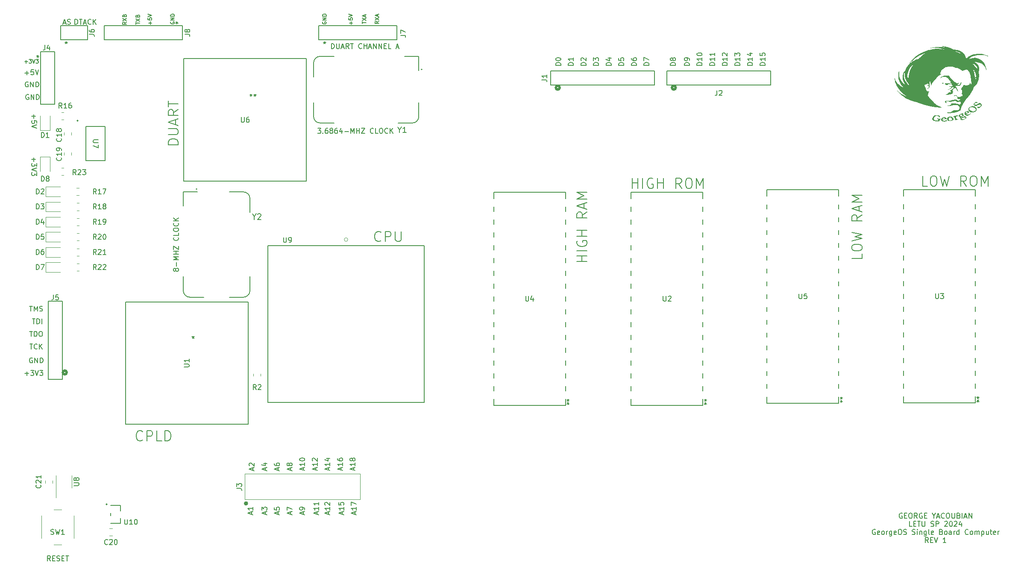
<source format=gbr>
%TF.GenerationSoftware,KiCad,Pcbnew,(6.0.0)*%
%TF.CreationDate,2024-02-18T00:07:20-06:00*%
%TF.ProjectId,MCD,4d43442e-6b69-4636-9164-5f7063625858,rev?*%
%TF.SameCoordinates,Original*%
%TF.FileFunction,Legend,Top*%
%TF.FilePolarity,Positive*%
%FSLAX46Y46*%
G04 Gerber Fmt 4.6, Leading zero omitted, Abs format (unit mm)*
G04 Created by KiCad (PCBNEW (6.0.0)) date 2024-02-18 00:07:20*
%MOMM*%
%LPD*%
G01*
G04 APERTURE LIST*
%ADD10C,0.150000*%
%ADD11C,0.152400*%
%ADD12C,0.120000*%
%ADD13C,0.508000*%
%ADD14C,0.419210*%
%ADD15C,0.127000*%
%ADD16C,0.200000*%
%ADD17C,0.050000*%
G04 APERTURE END LIST*
D10*
X101916666Y-129702380D02*
X102488095Y-129702380D01*
X102202380Y-130702380D02*
X102202380Y-129702380D01*
X102821428Y-130702380D02*
X102821428Y-129702380D01*
X103154761Y-130416666D01*
X103488095Y-129702380D01*
X103488095Y-130702380D01*
X103916666Y-130654761D02*
X104059523Y-130702380D01*
X104297619Y-130702380D01*
X104392857Y-130654761D01*
X104440476Y-130607142D01*
X104488095Y-130511904D01*
X104488095Y-130416666D01*
X104440476Y-130321428D01*
X104392857Y-130273809D01*
X104297619Y-130226190D01*
X104107142Y-130178571D01*
X104011904Y-130130952D01*
X103964285Y-130083333D01*
X103916666Y-129988095D01*
X103916666Y-129892857D01*
X103964285Y-129797619D01*
X104011904Y-129750000D01*
X104107142Y-129702380D01*
X104345238Y-129702380D01*
X104488095Y-129750000D01*
X102476190Y-132202380D02*
X103047619Y-132202380D01*
X102761904Y-133202380D02*
X102761904Y-132202380D01*
X103380952Y-133202380D02*
X103380952Y-132202380D01*
X103619047Y-132202380D01*
X103761904Y-132250000D01*
X103857142Y-132345238D01*
X103904761Y-132440476D01*
X103952380Y-132630952D01*
X103952380Y-132773809D01*
X103904761Y-132964285D01*
X103857142Y-133059523D01*
X103761904Y-133154761D01*
X103619047Y-133202380D01*
X103380952Y-133202380D01*
X104380952Y-133202380D02*
X104380952Y-132202380D01*
X102488095Y-140000000D02*
X102392857Y-139952380D01*
X102250000Y-139952380D01*
X102107142Y-140000000D01*
X102011904Y-140095238D01*
X101964285Y-140190476D01*
X101916666Y-140380952D01*
X101916666Y-140523809D01*
X101964285Y-140714285D01*
X102011904Y-140809523D01*
X102107142Y-140904761D01*
X102250000Y-140952380D01*
X102345238Y-140952380D01*
X102488095Y-140904761D01*
X102535714Y-140857142D01*
X102535714Y-140523809D01*
X102345238Y-140523809D01*
X102964285Y-140952380D02*
X102964285Y-139952380D01*
X103535714Y-140952380D01*
X103535714Y-139952380D01*
X104011904Y-140952380D02*
X104011904Y-139952380D01*
X104250000Y-139952380D01*
X104392857Y-140000000D01*
X104488095Y-140095238D01*
X104535714Y-140190476D01*
X104583333Y-140380952D01*
X104583333Y-140523809D01*
X104535714Y-140714285D01*
X104488095Y-140809523D01*
X104392857Y-140904761D01*
X104250000Y-140952380D01*
X104011904Y-140952380D01*
X125853571Y-73864285D02*
X125853571Y-73292857D01*
X126139285Y-73578571D02*
X125567857Y-73578571D01*
X125389285Y-72578571D02*
X125389285Y-72935714D01*
X125746428Y-72971428D01*
X125710714Y-72935714D01*
X125675000Y-72864285D01*
X125675000Y-72685714D01*
X125710714Y-72614285D01*
X125746428Y-72578571D01*
X125817857Y-72542857D01*
X125996428Y-72542857D01*
X126067857Y-72578571D01*
X126103571Y-72614285D01*
X126139285Y-72685714D01*
X126139285Y-72864285D01*
X126103571Y-72935714D01*
X126067857Y-72971428D01*
X125389285Y-72328571D02*
X126139285Y-72078571D01*
X125389285Y-71828571D01*
X101940476Y-134702380D02*
X102511904Y-134702380D01*
X102226190Y-135702380D02*
X102226190Y-134702380D01*
X102845238Y-135702380D02*
X102845238Y-134702380D01*
X103083333Y-134702380D01*
X103226190Y-134750000D01*
X103321428Y-134845238D01*
X103369047Y-134940476D01*
X103416666Y-135130952D01*
X103416666Y-135273809D01*
X103369047Y-135464285D01*
X103321428Y-135559523D01*
X103226190Y-135654761D01*
X103083333Y-135702380D01*
X102845238Y-135702380D01*
X104035714Y-134702380D02*
X104226190Y-134702380D01*
X104321428Y-134750000D01*
X104416666Y-134845238D01*
X104464285Y-135035714D01*
X104464285Y-135369047D01*
X104416666Y-135559523D01*
X104321428Y-135654761D01*
X104226190Y-135702380D01*
X104035714Y-135702380D01*
X103940476Y-135654761D01*
X103845238Y-135559523D01*
X103797619Y-135369047D01*
X103797619Y-135035714D01*
X103845238Y-134845238D01*
X103940476Y-134750000D01*
X104035714Y-134702380D01*
X160025000Y-73371428D02*
X159989285Y-73442857D01*
X159989285Y-73550000D01*
X160025000Y-73657142D01*
X160096428Y-73728571D01*
X160167857Y-73764285D01*
X160310714Y-73800000D01*
X160417857Y-73800000D01*
X160560714Y-73764285D01*
X160632142Y-73728571D01*
X160703571Y-73657142D01*
X160739285Y-73550000D01*
X160739285Y-73478571D01*
X160703571Y-73371428D01*
X160667857Y-73335714D01*
X160417857Y-73335714D01*
X160417857Y-73478571D01*
X160739285Y-73014285D02*
X159989285Y-73014285D01*
X160739285Y-72585714D01*
X159989285Y-72585714D01*
X160739285Y-72228571D02*
X159989285Y-72228571D01*
X159989285Y-72050000D01*
X160025000Y-71942857D01*
X160096428Y-71871428D01*
X160167857Y-71835714D01*
X160310714Y-71800000D01*
X160417857Y-71800000D01*
X160560714Y-71835714D01*
X160632142Y-71871428D01*
X160703571Y-71942857D01*
X160739285Y-72050000D01*
X160739285Y-72228571D01*
X217202380Y-81988095D02*
X216202380Y-81988095D01*
X216202380Y-81750000D01*
X216250000Y-81607142D01*
X216345238Y-81511904D01*
X216440476Y-81464285D01*
X216630952Y-81416666D01*
X216773809Y-81416666D01*
X216964285Y-81464285D01*
X217059523Y-81511904D01*
X217154761Y-81607142D01*
X217202380Y-81750000D01*
X217202380Y-81988095D01*
X216535714Y-80559523D02*
X217202380Y-80559523D01*
X216154761Y-80797619D02*
X216869047Y-81035714D01*
X216869047Y-80416666D01*
X166166666Y-162190476D02*
X166166666Y-161714285D01*
X166452380Y-162285714D02*
X165452380Y-161952380D01*
X166452380Y-161619047D01*
X166452380Y-160761904D02*
X166452380Y-161333333D01*
X166452380Y-161047619D02*
X165452380Y-161047619D01*
X165595238Y-161142857D01*
X165690476Y-161238095D01*
X165738095Y-161333333D01*
X165880952Y-160190476D02*
X165833333Y-160285714D01*
X165785714Y-160333333D01*
X165690476Y-160380952D01*
X165642857Y-160380952D01*
X165547619Y-160333333D01*
X165500000Y-160285714D01*
X165452380Y-160190476D01*
X165452380Y-160000000D01*
X165500000Y-159904761D01*
X165547619Y-159857142D01*
X165642857Y-159809523D01*
X165690476Y-159809523D01*
X165785714Y-159857142D01*
X165833333Y-159904761D01*
X165880952Y-160000000D01*
X165880952Y-160190476D01*
X165928571Y-160285714D01*
X165976190Y-160333333D01*
X166071428Y-160380952D01*
X166261904Y-160380952D01*
X166357142Y-160333333D01*
X166404761Y-160285714D01*
X166452380Y-160190476D01*
X166452380Y-160000000D01*
X166404761Y-159904761D01*
X166357142Y-159857142D01*
X166261904Y-159809523D01*
X166071428Y-159809523D01*
X165976190Y-159857142D01*
X165928571Y-159904761D01*
X165880952Y-160000000D01*
X151166666Y-162214285D02*
X151166666Y-161738095D01*
X151452380Y-162309523D02*
X150452380Y-161976190D01*
X151452380Y-161642857D01*
X150452380Y-160880952D02*
X150452380Y-161071428D01*
X150500000Y-161166666D01*
X150547619Y-161214285D01*
X150690476Y-161309523D01*
X150880952Y-161357142D01*
X151261904Y-161357142D01*
X151357142Y-161309523D01*
X151404761Y-161261904D01*
X151452380Y-161166666D01*
X151452380Y-160976190D01*
X151404761Y-160880952D01*
X151357142Y-160833333D01*
X151261904Y-160785714D01*
X151023809Y-160785714D01*
X150928571Y-160833333D01*
X150880952Y-160880952D01*
X150833333Y-160976190D01*
X150833333Y-161166666D01*
X150880952Y-161261904D01*
X150928571Y-161309523D01*
X151023809Y-161357142D01*
X158916666Y-170940476D02*
X158916666Y-170464285D01*
X159202380Y-171035714D02*
X158202380Y-170702380D01*
X159202380Y-170369047D01*
X159202380Y-169511904D02*
X159202380Y-170083333D01*
X159202380Y-169797619D02*
X158202380Y-169797619D01*
X158345238Y-169892857D01*
X158440476Y-169988095D01*
X158488095Y-170083333D01*
X159202380Y-168559523D02*
X159202380Y-169130952D01*
X159202380Y-168845238D02*
X158202380Y-168845238D01*
X158345238Y-168940476D01*
X158440476Y-169035714D01*
X158488095Y-169130952D01*
X101964285Y-137202380D02*
X102535714Y-137202380D01*
X102250000Y-138202380D02*
X102250000Y-137202380D01*
X103440476Y-138107142D02*
X103392857Y-138154761D01*
X103250000Y-138202380D01*
X103154761Y-138202380D01*
X103011904Y-138154761D01*
X102916666Y-138059523D01*
X102869047Y-137964285D01*
X102821428Y-137773809D01*
X102821428Y-137630952D01*
X102869047Y-137440476D01*
X102916666Y-137345238D01*
X103011904Y-137250000D01*
X103154761Y-137202380D01*
X103250000Y-137202380D01*
X103392857Y-137250000D01*
X103440476Y-137297619D01*
X103869047Y-138202380D02*
X103869047Y-137202380D01*
X104440476Y-138202380D02*
X104011904Y-137630952D01*
X104440476Y-137202380D02*
X103869047Y-137773809D01*
X221352380Y-106354761D02*
X221352380Y-104354761D01*
X221352380Y-105307142D02*
X222495238Y-105307142D01*
X222495238Y-106354761D02*
X222495238Y-104354761D01*
X223447619Y-106354761D02*
X223447619Y-104354761D01*
X225447619Y-104450000D02*
X225257142Y-104354761D01*
X224971428Y-104354761D01*
X224685714Y-104450000D01*
X224495238Y-104640476D01*
X224400000Y-104830952D01*
X224304761Y-105211904D01*
X224304761Y-105497619D01*
X224400000Y-105878571D01*
X224495238Y-106069047D01*
X224685714Y-106259523D01*
X224971428Y-106354761D01*
X225161904Y-106354761D01*
X225447619Y-106259523D01*
X225542857Y-106164285D01*
X225542857Y-105497619D01*
X225161904Y-105497619D01*
X226400000Y-106354761D02*
X226400000Y-104354761D01*
X226400000Y-105307142D02*
X227542857Y-105307142D01*
X227542857Y-106354761D02*
X227542857Y-104354761D01*
X231161904Y-106354761D02*
X230495238Y-105402380D01*
X230019047Y-106354761D02*
X230019047Y-104354761D01*
X230780952Y-104354761D01*
X230971428Y-104450000D01*
X231066666Y-104545238D01*
X231161904Y-104735714D01*
X231161904Y-105021428D01*
X231066666Y-105211904D01*
X230971428Y-105307142D01*
X230780952Y-105402380D01*
X230019047Y-105402380D01*
X232400000Y-104354761D02*
X232780952Y-104354761D01*
X232971428Y-104450000D01*
X233161904Y-104640476D01*
X233257142Y-105021428D01*
X233257142Y-105688095D01*
X233161904Y-106069047D01*
X232971428Y-106259523D01*
X232780952Y-106354761D01*
X232400000Y-106354761D01*
X232209523Y-106259523D01*
X232019047Y-106069047D01*
X231923809Y-105688095D01*
X231923809Y-105021428D01*
X232019047Y-104640476D01*
X232209523Y-104450000D01*
X232400000Y-104354761D01*
X234114285Y-106354761D02*
X234114285Y-104354761D01*
X234780952Y-105783333D01*
X235447619Y-104354761D01*
X235447619Y-106354761D01*
X153666666Y-170964285D02*
X153666666Y-170488095D01*
X153952380Y-171059523D02*
X152952380Y-170726190D01*
X153952380Y-170392857D01*
X152952380Y-170154761D02*
X152952380Y-169488095D01*
X153952380Y-169916666D01*
X247702380Y-81964285D02*
X246702380Y-81964285D01*
X246702380Y-81726190D01*
X246750000Y-81583333D01*
X246845238Y-81488095D01*
X246940476Y-81440476D01*
X247130952Y-81392857D01*
X247273809Y-81392857D01*
X247464285Y-81440476D01*
X247559523Y-81488095D01*
X247654761Y-81583333D01*
X247702380Y-81726190D01*
X247702380Y-81964285D01*
X247702380Y-80440476D02*
X247702380Y-81011904D01*
X247702380Y-80726190D02*
X246702380Y-80726190D01*
X246845238Y-80821428D01*
X246940476Y-80916666D01*
X246988095Y-81011904D01*
X246702380Y-79535714D02*
X246702380Y-80011904D01*
X247178571Y-80059523D01*
X247130952Y-80011904D01*
X247083333Y-79916666D01*
X247083333Y-79678571D01*
X247130952Y-79583333D01*
X247178571Y-79535714D01*
X247273809Y-79488095D01*
X247511904Y-79488095D01*
X247607142Y-79535714D01*
X247654761Y-79583333D01*
X247702380Y-79678571D01*
X247702380Y-79916666D01*
X247654761Y-80011904D01*
X247607142Y-80059523D01*
X106047619Y-180202380D02*
X105714285Y-179726190D01*
X105476190Y-180202380D02*
X105476190Y-179202380D01*
X105857142Y-179202380D01*
X105952380Y-179250000D01*
X106000000Y-179297619D01*
X106047619Y-179392857D01*
X106047619Y-179535714D01*
X106000000Y-179630952D01*
X105952380Y-179678571D01*
X105857142Y-179726190D01*
X105476190Y-179726190D01*
X106476190Y-179678571D02*
X106809523Y-179678571D01*
X106952380Y-180202380D02*
X106476190Y-180202380D01*
X106476190Y-179202380D01*
X106952380Y-179202380D01*
X107333333Y-180154761D02*
X107476190Y-180202380D01*
X107714285Y-180202380D01*
X107809523Y-180154761D01*
X107857142Y-180107142D01*
X107904761Y-180011904D01*
X107904761Y-179916666D01*
X107857142Y-179821428D01*
X107809523Y-179773809D01*
X107714285Y-179726190D01*
X107523809Y-179678571D01*
X107428571Y-179630952D01*
X107380952Y-179583333D01*
X107333333Y-179488095D01*
X107333333Y-179392857D01*
X107380952Y-179297619D01*
X107428571Y-179250000D01*
X107523809Y-179202380D01*
X107761904Y-179202380D01*
X107904761Y-179250000D01*
X108333333Y-179678571D02*
X108666666Y-179678571D01*
X108809523Y-180202380D02*
X108333333Y-180202380D01*
X108333333Y-179202380D01*
X108809523Y-179202380D01*
X109095238Y-179202380D02*
X109666666Y-179202380D01*
X109380952Y-180202380D02*
X109380952Y-179202380D01*
X222202380Y-81988095D02*
X221202380Y-81988095D01*
X221202380Y-81750000D01*
X221250000Y-81607142D01*
X221345238Y-81511904D01*
X221440476Y-81464285D01*
X221630952Y-81416666D01*
X221773809Y-81416666D01*
X221964285Y-81464285D01*
X222059523Y-81511904D01*
X222154761Y-81607142D01*
X222202380Y-81750000D01*
X222202380Y-81988095D01*
X221202380Y-80559523D02*
X221202380Y-80750000D01*
X221250000Y-80845238D01*
X221297619Y-80892857D01*
X221440476Y-80988095D01*
X221630952Y-81035714D01*
X222011904Y-81035714D01*
X222107142Y-80988095D01*
X222154761Y-80940476D01*
X222202380Y-80845238D01*
X222202380Y-80654761D01*
X222154761Y-80559523D01*
X222107142Y-80511904D01*
X222011904Y-80464285D01*
X221773809Y-80464285D01*
X221678571Y-80511904D01*
X221630952Y-80559523D01*
X221583333Y-80654761D01*
X221583333Y-80845238D01*
X221630952Y-80940476D01*
X221678571Y-80988095D01*
X221773809Y-81035714D01*
X207202380Y-81988095D02*
X206202380Y-81988095D01*
X206202380Y-81750000D01*
X206250000Y-81607142D01*
X206345238Y-81511904D01*
X206440476Y-81464285D01*
X206630952Y-81416666D01*
X206773809Y-81416666D01*
X206964285Y-81464285D01*
X207059523Y-81511904D01*
X207154761Y-81607142D01*
X207202380Y-81750000D01*
X207202380Y-81988095D01*
X206202380Y-80797619D02*
X206202380Y-80702380D01*
X206250000Y-80607142D01*
X206297619Y-80559523D01*
X206392857Y-80511904D01*
X206583333Y-80464285D01*
X206821428Y-80464285D01*
X207011904Y-80511904D01*
X207107142Y-80559523D01*
X207154761Y-80607142D01*
X207202380Y-80702380D01*
X207202380Y-80797619D01*
X207154761Y-80892857D01*
X207107142Y-80940476D01*
X207011904Y-80988095D01*
X206821428Y-81035714D01*
X206583333Y-81035714D01*
X206392857Y-80988095D01*
X206297619Y-80940476D01*
X206250000Y-80892857D01*
X206202380Y-80797619D01*
X165653571Y-73864285D02*
X165653571Y-73292857D01*
X165939285Y-73578571D02*
X165367857Y-73578571D01*
X165189285Y-72578571D02*
X165189285Y-72935714D01*
X165546428Y-72971428D01*
X165510714Y-72935714D01*
X165475000Y-72864285D01*
X165475000Y-72685714D01*
X165510714Y-72614285D01*
X165546428Y-72578571D01*
X165617857Y-72542857D01*
X165796428Y-72542857D01*
X165867857Y-72578571D01*
X165903571Y-72614285D01*
X165939285Y-72685714D01*
X165939285Y-72864285D01*
X165903571Y-72935714D01*
X165867857Y-72971428D01*
X165189285Y-72328571D02*
X165939285Y-72078571D01*
X165189285Y-71828571D01*
X171571428Y-116714285D02*
X171476190Y-116809523D01*
X171190476Y-116904761D01*
X171000000Y-116904761D01*
X170714285Y-116809523D01*
X170523809Y-116619047D01*
X170428571Y-116428571D01*
X170333333Y-116047619D01*
X170333333Y-115761904D01*
X170428571Y-115380952D01*
X170523809Y-115190476D01*
X170714285Y-115000000D01*
X171000000Y-114904761D01*
X171190476Y-114904761D01*
X171476190Y-115000000D01*
X171571428Y-115095238D01*
X172428571Y-116904761D02*
X172428571Y-114904761D01*
X173190476Y-114904761D01*
X173380952Y-115000000D01*
X173476190Y-115095238D01*
X173571428Y-115285714D01*
X173571428Y-115571428D01*
X173476190Y-115761904D01*
X173380952Y-115857142D01*
X173190476Y-115952380D01*
X172428571Y-115952380D01*
X174428571Y-114904761D02*
X174428571Y-116523809D01*
X174523809Y-116714285D01*
X174619047Y-116809523D01*
X174809523Y-116904761D01*
X175190476Y-116904761D01*
X175380952Y-116809523D01*
X175476190Y-116714285D01*
X175571428Y-116523809D01*
X175571428Y-114904761D01*
X131404761Y-97690476D02*
X129404761Y-97690476D01*
X129404761Y-97214285D01*
X129500000Y-96928571D01*
X129690476Y-96738095D01*
X129880952Y-96642857D01*
X130261904Y-96547619D01*
X130547619Y-96547619D01*
X130928571Y-96642857D01*
X131119047Y-96738095D01*
X131309523Y-96928571D01*
X131404761Y-97214285D01*
X131404761Y-97690476D01*
X129404761Y-95690476D02*
X131023809Y-95690476D01*
X131214285Y-95595238D01*
X131309523Y-95500000D01*
X131404761Y-95309523D01*
X131404761Y-94928571D01*
X131309523Y-94738095D01*
X131214285Y-94642857D01*
X131023809Y-94547619D01*
X129404761Y-94547619D01*
X130833333Y-93690476D02*
X130833333Y-92738095D01*
X131404761Y-93880952D02*
X129404761Y-93214285D01*
X131404761Y-92547619D01*
X131404761Y-90738095D02*
X130452380Y-91404761D01*
X131404761Y-91880952D02*
X129404761Y-91880952D01*
X129404761Y-91119047D01*
X129500000Y-90928571D01*
X129595238Y-90833333D01*
X129785714Y-90738095D01*
X130071428Y-90738095D01*
X130261904Y-90833333D01*
X130357142Y-90928571D01*
X130452380Y-91119047D01*
X130452380Y-91880952D01*
X129404761Y-90166666D02*
X129404761Y-89023809D01*
X131404761Y-89595238D02*
X129404761Y-89595238D01*
X159023809Y-94452380D02*
X159642857Y-94452380D01*
X159309523Y-94833333D01*
X159452380Y-94833333D01*
X159547619Y-94880952D01*
X159595238Y-94928571D01*
X159642857Y-95023809D01*
X159642857Y-95261904D01*
X159595238Y-95357142D01*
X159547619Y-95404761D01*
X159452380Y-95452380D01*
X159166666Y-95452380D01*
X159071428Y-95404761D01*
X159023809Y-95357142D01*
X160071428Y-95357142D02*
X160119047Y-95404761D01*
X160071428Y-95452380D01*
X160023809Y-95404761D01*
X160071428Y-95357142D01*
X160071428Y-95452380D01*
X160976190Y-94452380D02*
X160785714Y-94452380D01*
X160690476Y-94500000D01*
X160642857Y-94547619D01*
X160547619Y-94690476D01*
X160500000Y-94880952D01*
X160500000Y-95261904D01*
X160547619Y-95357142D01*
X160595238Y-95404761D01*
X160690476Y-95452380D01*
X160880952Y-95452380D01*
X160976190Y-95404761D01*
X161023809Y-95357142D01*
X161071428Y-95261904D01*
X161071428Y-95023809D01*
X161023809Y-94928571D01*
X160976190Y-94880952D01*
X160880952Y-94833333D01*
X160690476Y-94833333D01*
X160595238Y-94880952D01*
X160547619Y-94928571D01*
X160500000Y-95023809D01*
X161642857Y-94880952D02*
X161547619Y-94833333D01*
X161500000Y-94785714D01*
X161452380Y-94690476D01*
X161452380Y-94642857D01*
X161500000Y-94547619D01*
X161547619Y-94500000D01*
X161642857Y-94452380D01*
X161833333Y-94452380D01*
X161928571Y-94500000D01*
X161976190Y-94547619D01*
X162023809Y-94642857D01*
X162023809Y-94690476D01*
X161976190Y-94785714D01*
X161928571Y-94833333D01*
X161833333Y-94880952D01*
X161642857Y-94880952D01*
X161547619Y-94928571D01*
X161500000Y-94976190D01*
X161452380Y-95071428D01*
X161452380Y-95261904D01*
X161500000Y-95357142D01*
X161547619Y-95404761D01*
X161642857Y-95452380D01*
X161833333Y-95452380D01*
X161928571Y-95404761D01*
X161976190Y-95357142D01*
X162023809Y-95261904D01*
X162023809Y-95071428D01*
X161976190Y-94976190D01*
X161928571Y-94928571D01*
X161833333Y-94880952D01*
X162880952Y-94452380D02*
X162690476Y-94452380D01*
X162595238Y-94500000D01*
X162547619Y-94547619D01*
X162452380Y-94690476D01*
X162404761Y-94880952D01*
X162404761Y-95261904D01*
X162452380Y-95357142D01*
X162500000Y-95404761D01*
X162595238Y-95452380D01*
X162785714Y-95452380D01*
X162880952Y-95404761D01*
X162928571Y-95357142D01*
X162976190Y-95261904D01*
X162976190Y-95023809D01*
X162928571Y-94928571D01*
X162880952Y-94880952D01*
X162785714Y-94833333D01*
X162595238Y-94833333D01*
X162500000Y-94880952D01*
X162452380Y-94928571D01*
X162404761Y-95023809D01*
X163833333Y-94785714D02*
X163833333Y-95452380D01*
X163595238Y-94404761D02*
X163357142Y-95119047D01*
X163976190Y-95119047D01*
X164357142Y-95071428D02*
X165119047Y-95071428D01*
X165595238Y-95452380D02*
X165595238Y-94452380D01*
X165928571Y-95166666D01*
X166261904Y-94452380D01*
X166261904Y-95452380D01*
X166738095Y-95452380D02*
X166738095Y-94452380D01*
X166738095Y-94928571D02*
X167309523Y-94928571D01*
X167309523Y-95452380D02*
X167309523Y-94452380D01*
X167690476Y-94452380D02*
X168357142Y-94452380D01*
X167690476Y-95452380D01*
X168357142Y-95452380D01*
X170071428Y-95357142D02*
X170023809Y-95404761D01*
X169880952Y-95452380D01*
X169785714Y-95452380D01*
X169642857Y-95404761D01*
X169547619Y-95309523D01*
X169500000Y-95214285D01*
X169452380Y-95023809D01*
X169452380Y-94880952D01*
X169500000Y-94690476D01*
X169547619Y-94595238D01*
X169642857Y-94500000D01*
X169785714Y-94452380D01*
X169880952Y-94452380D01*
X170023809Y-94500000D01*
X170071428Y-94547619D01*
X170976190Y-95452380D02*
X170500000Y-95452380D01*
X170500000Y-94452380D01*
X171500000Y-94452380D02*
X171690476Y-94452380D01*
X171785714Y-94500000D01*
X171880952Y-94595238D01*
X171928571Y-94785714D01*
X171928571Y-95119047D01*
X171880952Y-95309523D01*
X171785714Y-95404761D01*
X171690476Y-95452380D01*
X171500000Y-95452380D01*
X171404761Y-95404761D01*
X171309523Y-95309523D01*
X171261904Y-95119047D01*
X171261904Y-94785714D01*
X171309523Y-94595238D01*
X171404761Y-94500000D01*
X171500000Y-94452380D01*
X172928571Y-95357142D02*
X172880952Y-95404761D01*
X172738095Y-95452380D01*
X172642857Y-95452380D01*
X172500000Y-95404761D01*
X172404761Y-95309523D01*
X172357142Y-95214285D01*
X172309523Y-95023809D01*
X172309523Y-94880952D01*
X172357142Y-94690476D01*
X172404761Y-94595238D01*
X172500000Y-94500000D01*
X172642857Y-94452380D01*
X172738095Y-94452380D01*
X172880952Y-94500000D01*
X172928571Y-94547619D01*
X173357142Y-95452380D02*
X173357142Y-94452380D01*
X173928571Y-95452380D02*
X173500000Y-94880952D01*
X173928571Y-94452380D02*
X173357142Y-95023809D01*
X151166666Y-170964285D02*
X151166666Y-170488095D01*
X151452380Y-171059523D02*
X150452380Y-170726190D01*
X151452380Y-170392857D01*
X150452380Y-169583333D02*
X150452380Y-170059523D01*
X150928571Y-170107142D01*
X150880952Y-170059523D01*
X150833333Y-169964285D01*
X150833333Y-169726190D01*
X150880952Y-169630952D01*
X150928571Y-169583333D01*
X151023809Y-169535714D01*
X151261904Y-169535714D01*
X151357142Y-169583333D01*
X151404761Y-169630952D01*
X151452380Y-169726190D01*
X151452380Y-169964285D01*
X151404761Y-170059523D01*
X151357142Y-170107142D01*
X148666666Y-170964285D02*
X148666666Y-170488095D01*
X148952380Y-171059523D02*
X147952380Y-170726190D01*
X148952380Y-170392857D01*
X147952380Y-170154761D02*
X147952380Y-169535714D01*
X148333333Y-169869047D01*
X148333333Y-169726190D01*
X148380952Y-169630952D01*
X148428571Y-169583333D01*
X148523809Y-169535714D01*
X148761904Y-169535714D01*
X148857142Y-169583333D01*
X148904761Y-169630952D01*
X148952380Y-169726190D01*
X148952380Y-170011904D01*
X148904761Y-170107142D01*
X148857142Y-170154761D01*
X242702380Y-81964285D02*
X241702380Y-81964285D01*
X241702380Y-81726190D01*
X241750000Y-81583333D01*
X241845238Y-81488095D01*
X241940476Y-81440476D01*
X242130952Y-81392857D01*
X242273809Y-81392857D01*
X242464285Y-81440476D01*
X242559523Y-81488095D01*
X242654761Y-81583333D01*
X242702380Y-81726190D01*
X242702380Y-81964285D01*
X242702380Y-80440476D02*
X242702380Y-81011904D01*
X242702380Y-80726190D02*
X241702380Y-80726190D01*
X241845238Y-80821428D01*
X241940476Y-80916666D01*
X241988095Y-81011904D01*
X241702380Y-80107142D02*
X241702380Y-79488095D01*
X242083333Y-79821428D01*
X242083333Y-79678571D01*
X242130952Y-79583333D01*
X242178571Y-79535714D01*
X242273809Y-79488095D01*
X242511904Y-79488095D01*
X242607142Y-79535714D01*
X242654761Y-79583333D01*
X242702380Y-79678571D01*
X242702380Y-79964285D01*
X242654761Y-80059523D01*
X242607142Y-80107142D01*
X102728571Y-100238095D02*
X102728571Y-101000000D01*
X102347619Y-100619047D02*
X103109523Y-100619047D01*
X103347619Y-101380952D02*
X103347619Y-102000000D01*
X102966666Y-101666666D01*
X102966666Y-101809523D01*
X102919047Y-101904761D01*
X102871428Y-101952380D01*
X102776190Y-102000000D01*
X102538095Y-102000000D01*
X102442857Y-101952380D01*
X102395238Y-101904761D01*
X102347619Y-101809523D01*
X102347619Y-101523809D01*
X102395238Y-101428571D01*
X102442857Y-101380952D01*
X103347619Y-102285714D02*
X102347619Y-102619047D01*
X103347619Y-102952380D01*
X103347619Y-103190476D02*
X103347619Y-103809523D01*
X102966666Y-103476190D01*
X102966666Y-103619047D01*
X102919047Y-103714285D01*
X102871428Y-103761904D01*
X102776190Y-103809523D01*
X102538095Y-103809523D01*
X102442857Y-103761904D01*
X102395238Y-103714285D01*
X102347619Y-103619047D01*
X102347619Y-103333333D01*
X102395238Y-103238095D01*
X102442857Y-103190476D01*
X161166666Y-170940476D02*
X161166666Y-170464285D01*
X161452380Y-171035714D02*
X160452380Y-170702380D01*
X161452380Y-170369047D01*
X161452380Y-169511904D02*
X161452380Y-170083333D01*
X161452380Y-169797619D02*
X160452380Y-169797619D01*
X160595238Y-169892857D01*
X160690476Y-169988095D01*
X160738095Y-170083333D01*
X160547619Y-169130952D02*
X160500000Y-169083333D01*
X160452380Y-168988095D01*
X160452380Y-168750000D01*
X160500000Y-168654761D01*
X160547619Y-168607142D01*
X160642857Y-168559523D01*
X160738095Y-168559523D01*
X160880952Y-168607142D01*
X161452380Y-169178571D01*
X161452380Y-168559523D01*
X166416666Y-170940476D02*
X166416666Y-170464285D01*
X166702380Y-171035714D02*
X165702380Y-170702380D01*
X166702380Y-170369047D01*
X166702380Y-169511904D02*
X166702380Y-170083333D01*
X166702380Y-169797619D02*
X165702380Y-169797619D01*
X165845238Y-169892857D01*
X165940476Y-169988095D01*
X165988095Y-170083333D01*
X165702380Y-169178571D02*
X165702380Y-168511904D01*
X166702380Y-168940476D01*
X245202380Y-81964285D02*
X244202380Y-81964285D01*
X244202380Y-81726190D01*
X244250000Y-81583333D01*
X244345238Y-81488095D01*
X244440476Y-81440476D01*
X244630952Y-81392857D01*
X244773809Y-81392857D01*
X244964285Y-81440476D01*
X245059523Y-81488095D01*
X245154761Y-81583333D01*
X245202380Y-81726190D01*
X245202380Y-81964285D01*
X245202380Y-80440476D02*
X245202380Y-81011904D01*
X245202380Y-80726190D02*
X244202380Y-80726190D01*
X244345238Y-80821428D01*
X244440476Y-80916666D01*
X244488095Y-81011904D01*
X244535714Y-79583333D02*
X245202380Y-79583333D01*
X244154761Y-79821428D02*
X244869047Y-80059523D01*
X244869047Y-79440476D01*
X146166666Y-162214285D02*
X146166666Y-161738095D01*
X146452380Y-162309523D02*
X145452380Y-161976190D01*
X146452380Y-161642857D01*
X145547619Y-161357142D02*
X145500000Y-161309523D01*
X145452380Y-161214285D01*
X145452380Y-160976190D01*
X145500000Y-160880952D01*
X145547619Y-160833333D01*
X145642857Y-160785714D01*
X145738095Y-160785714D01*
X145880952Y-160833333D01*
X146452380Y-161404761D01*
X146452380Y-160785714D01*
X171139285Y-73246428D02*
X170782142Y-73496428D01*
X171139285Y-73675000D02*
X170389285Y-73675000D01*
X170389285Y-73389285D01*
X170425000Y-73317857D01*
X170460714Y-73282142D01*
X170532142Y-73246428D01*
X170639285Y-73246428D01*
X170710714Y-73282142D01*
X170746428Y-73317857D01*
X170782142Y-73389285D01*
X170782142Y-73675000D01*
X170389285Y-72996428D02*
X171139285Y-72496428D01*
X170389285Y-72496428D02*
X171139285Y-72996428D01*
X170925000Y-72246428D02*
X170925000Y-71889285D01*
X171139285Y-72317857D02*
X170389285Y-72067857D01*
X171139285Y-71817857D01*
X100978571Y-81253571D02*
X101550000Y-81253571D01*
X101264285Y-81539285D02*
X101264285Y-80967857D01*
X101835714Y-80789285D02*
X102300000Y-80789285D01*
X102050000Y-81075000D01*
X102157142Y-81075000D01*
X102228571Y-81110714D01*
X102264285Y-81146428D01*
X102300000Y-81217857D01*
X102300000Y-81396428D01*
X102264285Y-81467857D01*
X102228571Y-81503571D01*
X102157142Y-81539285D01*
X101942857Y-81539285D01*
X101871428Y-81503571D01*
X101835714Y-81467857D01*
X102514285Y-80789285D02*
X102764285Y-81539285D01*
X103014285Y-80789285D01*
X103192857Y-80789285D02*
X103657142Y-80789285D01*
X103407142Y-81075000D01*
X103514285Y-81075000D01*
X103585714Y-81110714D01*
X103621428Y-81146428D01*
X103657142Y-81217857D01*
X103657142Y-81396428D01*
X103621428Y-81467857D01*
X103585714Y-81503571D01*
X103514285Y-81539285D01*
X103300000Y-81539285D01*
X103228571Y-81503571D01*
X103192857Y-81467857D01*
X108585714Y-73566666D02*
X109061904Y-73566666D01*
X108490476Y-73852380D02*
X108823809Y-72852380D01*
X109157142Y-73852380D01*
X109442857Y-73804761D02*
X109585714Y-73852380D01*
X109823809Y-73852380D01*
X109919047Y-73804761D01*
X109966666Y-73757142D01*
X110014285Y-73661904D01*
X110014285Y-73566666D01*
X109966666Y-73471428D01*
X109919047Y-73423809D01*
X109823809Y-73376190D01*
X109633333Y-73328571D01*
X109538095Y-73280952D01*
X109490476Y-73233333D01*
X109442857Y-73138095D01*
X109442857Y-73042857D01*
X109490476Y-72947619D01*
X109538095Y-72900000D01*
X109633333Y-72852380D01*
X109871428Y-72852380D01*
X110014285Y-72900000D01*
X219702380Y-81988095D02*
X218702380Y-81988095D01*
X218702380Y-81750000D01*
X218750000Y-81607142D01*
X218845238Y-81511904D01*
X218940476Y-81464285D01*
X219130952Y-81416666D01*
X219273809Y-81416666D01*
X219464285Y-81464285D01*
X219559523Y-81511904D01*
X219654761Y-81607142D01*
X219702380Y-81750000D01*
X219702380Y-81988095D01*
X218702380Y-80511904D02*
X218702380Y-80988095D01*
X219178571Y-81035714D01*
X219130952Y-80988095D01*
X219083333Y-80892857D01*
X219083333Y-80654761D01*
X219130952Y-80559523D01*
X219178571Y-80511904D01*
X219273809Y-80464285D01*
X219511904Y-80464285D01*
X219607142Y-80511904D01*
X219654761Y-80559523D01*
X219702380Y-80654761D01*
X219702380Y-80892857D01*
X219654761Y-80988095D01*
X219607142Y-81035714D01*
X100988095Y-143071428D02*
X101750000Y-143071428D01*
X101369047Y-143452380D02*
X101369047Y-142690476D01*
X102130952Y-142452380D02*
X102750000Y-142452380D01*
X102416666Y-142833333D01*
X102559523Y-142833333D01*
X102654761Y-142880952D01*
X102702380Y-142928571D01*
X102750000Y-143023809D01*
X102750000Y-143261904D01*
X102702380Y-143357142D01*
X102654761Y-143404761D01*
X102559523Y-143452380D01*
X102273809Y-143452380D01*
X102178571Y-143404761D01*
X102130952Y-143357142D01*
X103035714Y-142452380D02*
X103369047Y-143452380D01*
X103702380Y-142452380D01*
X103940476Y-142452380D02*
X104559523Y-142452380D01*
X104226190Y-142833333D01*
X104369047Y-142833333D01*
X104464285Y-142880952D01*
X104511904Y-142928571D01*
X104559523Y-143023809D01*
X104559523Y-143261904D01*
X104511904Y-143357142D01*
X104464285Y-143404761D01*
X104369047Y-143452380D01*
X104083333Y-143452380D01*
X103988095Y-143404761D01*
X103940476Y-143357142D01*
X163916666Y-170940476D02*
X163916666Y-170464285D01*
X164202380Y-171035714D02*
X163202380Y-170702380D01*
X164202380Y-170369047D01*
X164202380Y-169511904D02*
X164202380Y-170083333D01*
X164202380Y-169797619D02*
X163202380Y-169797619D01*
X163345238Y-169892857D01*
X163440476Y-169988095D01*
X163488095Y-170083333D01*
X163202380Y-168607142D02*
X163202380Y-169083333D01*
X163678571Y-169130952D01*
X163630952Y-169083333D01*
X163583333Y-168988095D01*
X163583333Y-168750000D01*
X163630952Y-168654761D01*
X163678571Y-168607142D01*
X163773809Y-168559523D01*
X164011904Y-168559523D01*
X164107142Y-168607142D01*
X164154761Y-168654761D01*
X164202380Y-168750000D01*
X164202380Y-168988095D01*
X164154761Y-169083333D01*
X164107142Y-169130952D01*
X124309523Y-156214285D02*
X124214285Y-156309523D01*
X123928571Y-156404761D01*
X123738095Y-156404761D01*
X123452380Y-156309523D01*
X123261904Y-156119047D01*
X123166666Y-155928571D01*
X123071428Y-155547619D01*
X123071428Y-155261904D01*
X123166666Y-154880952D01*
X123261904Y-154690476D01*
X123452380Y-154500000D01*
X123738095Y-154404761D01*
X123928571Y-154404761D01*
X124214285Y-154500000D01*
X124309523Y-154595238D01*
X125166666Y-156404761D02*
X125166666Y-154404761D01*
X125928571Y-154404761D01*
X126119047Y-154500000D01*
X126214285Y-154595238D01*
X126309523Y-154785714D01*
X126309523Y-155071428D01*
X126214285Y-155261904D01*
X126119047Y-155357142D01*
X125928571Y-155452380D01*
X125166666Y-155452380D01*
X128119047Y-156404761D02*
X127166666Y-156404761D01*
X127166666Y-154404761D01*
X128785714Y-156404761D02*
X128785714Y-154404761D01*
X129261904Y-154404761D01*
X129547619Y-154500000D01*
X129738095Y-154690476D01*
X129833333Y-154880952D01*
X129928571Y-155261904D01*
X129928571Y-155547619D01*
X129833333Y-155928571D01*
X129738095Y-156119047D01*
X129547619Y-156309523D01*
X129261904Y-156404761D01*
X128785714Y-156404761D01*
X102728571Y-91714285D02*
X102728571Y-92476190D01*
X102347619Y-92095238D02*
X103109523Y-92095238D01*
X103347619Y-93428571D02*
X103347619Y-92952380D01*
X102871428Y-92904761D01*
X102919047Y-92952380D01*
X102966666Y-93047619D01*
X102966666Y-93285714D01*
X102919047Y-93380952D01*
X102871428Y-93428571D01*
X102776190Y-93476190D01*
X102538095Y-93476190D01*
X102442857Y-93428571D01*
X102395238Y-93380952D01*
X102347619Y-93285714D01*
X102347619Y-93047619D01*
X102395238Y-92952380D01*
X102442857Y-92904761D01*
X103347619Y-93761904D02*
X102347619Y-94095238D01*
X103347619Y-94428571D01*
X214702380Y-81988095D02*
X213702380Y-81988095D01*
X213702380Y-81750000D01*
X213750000Y-81607142D01*
X213845238Y-81511904D01*
X213940476Y-81464285D01*
X214130952Y-81416666D01*
X214273809Y-81416666D01*
X214464285Y-81464285D01*
X214559523Y-81511904D01*
X214654761Y-81607142D01*
X214702380Y-81750000D01*
X214702380Y-81988095D01*
X213702380Y-81083333D02*
X213702380Y-80464285D01*
X214083333Y-80797619D01*
X214083333Y-80654761D01*
X214130952Y-80559523D01*
X214178571Y-80511904D01*
X214273809Y-80464285D01*
X214511904Y-80464285D01*
X214607142Y-80511904D01*
X214654761Y-80559523D01*
X214702380Y-80654761D01*
X214702380Y-80940476D01*
X214654761Y-81035714D01*
X214607142Y-81083333D01*
X229952380Y-81988095D02*
X228952380Y-81988095D01*
X228952380Y-81750000D01*
X229000000Y-81607142D01*
X229095238Y-81511904D01*
X229190476Y-81464285D01*
X229380952Y-81416666D01*
X229523809Y-81416666D01*
X229714285Y-81464285D01*
X229809523Y-81511904D01*
X229904761Y-81607142D01*
X229952380Y-81750000D01*
X229952380Y-81988095D01*
X229380952Y-80845238D02*
X229333333Y-80940476D01*
X229285714Y-80988095D01*
X229190476Y-81035714D01*
X229142857Y-81035714D01*
X229047619Y-80988095D01*
X229000000Y-80940476D01*
X228952380Y-80845238D01*
X228952380Y-80654761D01*
X229000000Y-80559523D01*
X229047619Y-80511904D01*
X229142857Y-80464285D01*
X229190476Y-80464285D01*
X229285714Y-80511904D01*
X229333333Y-80559523D01*
X229380952Y-80654761D01*
X229380952Y-80845238D01*
X229428571Y-80940476D01*
X229476190Y-80988095D01*
X229571428Y-81035714D01*
X229761904Y-81035714D01*
X229857142Y-80988095D01*
X229904761Y-80940476D01*
X229952380Y-80845238D01*
X229952380Y-80654761D01*
X229904761Y-80559523D01*
X229857142Y-80511904D01*
X229761904Y-80464285D01*
X229571428Y-80464285D01*
X229476190Y-80511904D01*
X229428571Y-80559523D01*
X229380952Y-80654761D01*
X212202380Y-81988095D02*
X211202380Y-81988095D01*
X211202380Y-81750000D01*
X211250000Y-81607142D01*
X211345238Y-81511904D01*
X211440476Y-81464285D01*
X211630952Y-81416666D01*
X211773809Y-81416666D01*
X211964285Y-81464285D01*
X212059523Y-81511904D01*
X212154761Y-81607142D01*
X212202380Y-81750000D01*
X212202380Y-81988095D01*
X211297619Y-81035714D02*
X211250000Y-80988095D01*
X211202380Y-80892857D01*
X211202380Y-80654761D01*
X211250000Y-80559523D01*
X211297619Y-80511904D01*
X211392857Y-80464285D01*
X211488095Y-80464285D01*
X211630952Y-80511904D01*
X212202380Y-81083333D01*
X212202380Y-80464285D01*
X101638095Y-85300000D02*
X101542857Y-85252380D01*
X101400000Y-85252380D01*
X101257142Y-85300000D01*
X101161904Y-85395238D01*
X101114285Y-85490476D01*
X101066666Y-85680952D01*
X101066666Y-85823809D01*
X101114285Y-86014285D01*
X101161904Y-86109523D01*
X101257142Y-86204761D01*
X101400000Y-86252380D01*
X101495238Y-86252380D01*
X101638095Y-86204761D01*
X101685714Y-86157142D01*
X101685714Y-85823809D01*
X101495238Y-85823809D01*
X102114285Y-86252380D02*
X102114285Y-85252380D01*
X102685714Y-86252380D01*
X102685714Y-85252380D01*
X103161904Y-86252380D02*
X103161904Y-85252380D01*
X103400000Y-85252380D01*
X103542857Y-85300000D01*
X103638095Y-85395238D01*
X103685714Y-85490476D01*
X103733333Y-85680952D01*
X103733333Y-85823809D01*
X103685714Y-86014285D01*
X103638095Y-86109523D01*
X103542857Y-86204761D01*
X103400000Y-86252380D01*
X103161904Y-86252380D01*
X240202380Y-81964285D02*
X239202380Y-81964285D01*
X239202380Y-81726190D01*
X239250000Y-81583333D01*
X239345238Y-81488095D01*
X239440476Y-81440476D01*
X239630952Y-81392857D01*
X239773809Y-81392857D01*
X239964285Y-81440476D01*
X240059523Y-81488095D01*
X240154761Y-81583333D01*
X240202380Y-81726190D01*
X240202380Y-81964285D01*
X240202380Y-80440476D02*
X240202380Y-81011904D01*
X240202380Y-80726190D02*
X239202380Y-80726190D01*
X239345238Y-80821428D01*
X239440476Y-80916666D01*
X239488095Y-81011904D01*
X239297619Y-80059523D02*
X239250000Y-80011904D01*
X239202380Y-79916666D01*
X239202380Y-79678571D01*
X239250000Y-79583333D01*
X239297619Y-79535714D01*
X239392857Y-79488095D01*
X239488095Y-79488095D01*
X239630952Y-79535714D01*
X240202380Y-80107142D01*
X240202380Y-79488095D01*
X145916666Y-170964285D02*
X145916666Y-170488095D01*
X146202380Y-171059523D02*
X145202380Y-170726190D01*
X146202380Y-170392857D01*
X146202380Y-169535714D02*
X146202380Y-170107142D01*
X146202380Y-169821428D02*
X145202380Y-169821428D01*
X145345238Y-169916666D01*
X145440476Y-170011904D01*
X145488095Y-170107142D01*
X122989285Y-73846428D02*
X122989285Y-73417857D01*
X123739285Y-73632142D02*
X122989285Y-73632142D01*
X122989285Y-73239285D02*
X123739285Y-72739285D01*
X122989285Y-72739285D02*
X123739285Y-73239285D01*
X123346428Y-72203571D02*
X123382142Y-72096428D01*
X123417857Y-72060714D01*
X123489285Y-72025000D01*
X123596428Y-72025000D01*
X123667857Y-72060714D01*
X123703571Y-72096428D01*
X123739285Y-72167857D01*
X123739285Y-72453571D01*
X122989285Y-72453571D01*
X122989285Y-72203571D01*
X123025000Y-72132142D01*
X123060714Y-72096428D01*
X123132142Y-72060714D01*
X123203571Y-72060714D01*
X123275000Y-72096428D01*
X123310714Y-72132142D01*
X123346428Y-72203571D01*
X123346428Y-72453571D01*
X121139285Y-73400000D02*
X120782142Y-73650000D01*
X121139285Y-73828571D02*
X120389285Y-73828571D01*
X120389285Y-73542857D01*
X120425000Y-73471428D01*
X120460714Y-73435714D01*
X120532142Y-73400000D01*
X120639285Y-73400000D01*
X120710714Y-73435714D01*
X120746428Y-73471428D01*
X120782142Y-73542857D01*
X120782142Y-73828571D01*
X120389285Y-73150000D02*
X121139285Y-72650000D01*
X120389285Y-72650000D02*
X121139285Y-73150000D01*
X120746428Y-72114285D02*
X120782142Y-72007142D01*
X120817857Y-71971428D01*
X120889285Y-71935714D01*
X120996428Y-71935714D01*
X121067857Y-71971428D01*
X121103571Y-72007142D01*
X121139285Y-72078571D01*
X121139285Y-72364285D01*
X120389285Y-72364285D01*
X120389285Y-72114285D01*
X120425000Y-72042857D01*
X120460714Y-72007142D01*
X120532142Y-71971428D01*
X120603571Y-71971428D01*
X120675000Y-72007142D01*
X120710714Y-72042857D01*
X120746428Y-72114285D01*
X120746428Y-72364285D01*
X235202380Y-81964285D02*
X234202380Y-81964285D01*
X234202380Y-81726190D01*
X234250000Y-81583333D01*
X234345238Y-81488095D01*
X234440476Y-81440476D01*
X234630952Y-81392857D01*
X234773809Y-81392857D01*
X234964285Y-81440476D01*
X235059523Y-81488095D01*
X235154761Y-81583333D01*
X235202380Y-81726190D01*
X235202380Y-81964285D01*
X235202380Y-80440476D02*
X235202380Y-81011904D01*
X235202380Y-80726190D02*
X234202380Y-80726190D01*
X234345238Y-80821428D01*
X234440476Y-80916666D01*
X234488095Y-81011904D01*
X234202380Y-79821428D02*
X234202380Y-79726190D01*
X234250000Y-79630952D01*
X234297619Y-79583333D01*
X234392857Y-79535714D01*
X234583333Y-79488095D01*
X234821428Y-79488095D01*
X235011904Y-79535714D01*
X235107142Y-79583333D01*
X235154761Y-79630952D01*
X235202380Y-79726190D01*
X235202380Y-79821428D01*
X235154761Y-79916666D01*
X235107142Y-79964285D01*
X235011904Y-80011904D01*
X234821428Y-80059523D01*
X234583333Y-80059523D01*
X234392857Y-80011904D01*
X234297619Y-79964285D01*
X234250000Y-79916666D01*
X234202380Y-79821428D01*
X130880952Y-122595238D02*
X130833333Y-122690476D01*
X130785714Y-122738095D01*
X130690476Y-122785714D01*
X130642857Y-122785714D01*
X130547619Y-122738095D01*
X130500000Y-122690476D01*
X130452380Y-122595238D01*
X130452380Y-122404761D01*
X130500000Y-122309523D01*
X130547619Y-122261904D01*
X130642857Y-122214285D01*
X130690476Y-122214285D01*
X130785714Y-122261904D01*
X130833333Y-122309523D01*
X130880952Y-122404761D01*
X130880952Y-122595238D01*
X130928571Y-122690476D01*
X130976190Y-122738095D01*
X131071428Y-122785714D01*
X131261904Y-122785714D01*
X131357142Y-122738095D01*
X131404761Y-122690476D01*
X131452380Y-122595238D01*
X131452380Y-122404761D01*
X131404761Y-122309523D01*
X131357142Y-122261904D01*
X131261904Y-122214285D01*
X131071428Y-122214285D01*
X130976190Y-122261904D01*
X130928571Y-122309523D01*
X130880952Y-122404761D01*
X131071428Y-121785714D02*
X131071428Y-121023809D01*
X131452380Y-120547619D02*
X130452380Y-120547619D01*
X131166666Y-120214285D01*
X130452380Y-119880952D01*
X131452380Y-119880952D01*
X131452380Y-119404761D02*
X130452380Y-119404761D01*
X130928571Y-119404761D02*
X130928571Y-118833333D01*
X131452380Y-118833333D02*
X130452380Y-118833333D01*
X130452380Y-118452380D02*
X130452380Y-117785714D01*
X131452380Y-118452380D01*
X131452380Y-117785714D01*
X131357142Y-116071428D02*
X131404761Y-116119047D01*
X131452380Y-116261904D01*
X131452380Y-116357142D01*
X131404761Y-116500000D01*
X131309523Y-116595238D01*
X131214285Y-116642857D01*
X131023809Y-116690476D01*
X130880952Y-116690476D01*
X130690476Y-116642857D01*
X130595238Y-116595238D01*
X130500000Y-116500000D01*
X130452380Y-116357142D01*
X130452380Y-116261904D01*
X130500000Y-116119047D01*
X130547619Y-116071428D01*
X131452380Y-115166666D02*
X131452380Y-115642857D01*
X130452380Y-115642857D01*
X130452380Y-114642857D02*
X130452380Y-114452380D01*
X130500000Y-114357142D01*
X130595238Y-114261904D01*
X130785714Y-114214285D01*
X131119047Y-114214285D01*
X131309523Y-114261904D01*
X131404761Y-114357142D01*
X131452380Y-114452380D01*
X131452380Y-114642857D01*
X131404761Y-114738095D01*
X131309523Y-114833333D01*
X131119047Y-114880952D01*
X130785714Y-114880952D01*
X130595238Y-114833333D01*
X130500000Y-114738095D01*
X130452380Y-114642857D01*
X131357142Y-113214285D02*
X131404761Y-113261904D01*
X131452380Y-113404761D01*
X131452380Y-113500000D01*
X131404761Y-113642857D01*
X131309523Y-113738095D01*
X131214285Y-113785714D01*
X131023809Y-113833333D01*
X130880952Y-113833333D01*
X130690476Y-113785714D01*
X130595238Y-113738095D01*
X130500000Y-113642857D01*
X130452380Y-113500000D01*
X130452380Y-113404761D01*
X130500000Y-113261904D01*
X130547619Y-113214285D01*
X131452380Y-112785714D02*
X130452380Y-112785714D01*
X131452380Y-112214285D02*
X130880952Y-112642857D01*
X130452380Y-112214285D02*
X131023809Y-112785714D01*
X209702380Y-81988095D02*
X208702380Y-81988095D01*
X208702380Y-81750000D01*
X208750000Y-81607142D01*
X208845238Y-81511904D01*
X208940476Y-81464285D01*
X209130952Y-81416666D01*
X209273809Y-81416666D01*
X209464285Y-81464285D01*
X209559523Y-81511904D01*
X209654761Y-81607142D01*
X209702380Y-81750000D01*
X209702380Y-81988095D01*
X209702380Y-80464285D02*
X209702380Y-81035714D01*
X209702380Y-80750000D02*
X208702380Y-80750000D01*
X208845238Y-80845238D01*
X208940476Y-80940476D01*
X208988095Y-81035714D01*
X153666666Y-162214285D02*
X153666666Y-161738095D01*
X153952380Y-162309523D02*
X152952380Y-161976190D01*
X153952380Y-161642857D01*
X153380952Y-161166666D02*
X153333333Y-161261904D01*
X153285714Y-161309523D01*
X153190476Y-161357142D01*
X153142857Y-161357142D01*
X153047619Y-161309523D01*
X153000000Y-161261904D01*
X152952380Y-161166666D01*
X152952380Y-160976190D01*
X153000000Y-160880952D01*
X153047619Y-160833333D01*
X153142857Y-160785714D01*
X153190476Y-160785714D01*
X153285714Y-160833333D01*
X153333333Y-160880952D01*
X153380952Y-160976190D01*
X153380952Y-161166666D01*
X153428571Y-161261904D01*
X153476190Y-161309523D01*
X153571428Y-161357142D01*
X153761904Y-161357142D01*
X153857142Y-161309523D01*
X153904761Y-161261904D01*
X153952380Y-161166666D01*
X153952380Y-160976190D01*
X153904761Y-160880952D01*
X153857142Y-160833333D01*
X153761904Y-160785714D01*
X153571428Y-160785714D01*
X153476190Y-160833333D01*
X153428571Y-160880952D01*
X153380952Y-160976190D01*
X279876190Y-105904761D02*
X278923809Y-105904761D01*
X278923809Y-103904761D01*
X280923809Y-103904761D02*
X281304761Y-103904761D01*
X281495238Y-104000000D01*
X281685714Y-104190476D01*
X281780952Y-104571428D01*
X281780952Y-105238095D01*
X281685714Y-105619047D01*
X281495238Y-105809523D01*
X281304761Y-105904761D01*
X280923809Y-105904761D01*
X280733333Y-105809523D01*
X280542857Y-105619047D01*
X280447619Y-105238095D01*
X280447619Y-104571428D01*
X280542857Y-104190476D01*
X280733333Y-104000000D01*
X280923809Y-103904761D01*
X282447619Y-103904761D02*
X282923809Y-105904761D01*
X283304761Y-104476190D01*
X283685714Y-105904761D01*
X284161904Y-103904761D01*
X287590476Y-105904761D02*
X286923809Y-104952380D01*
X286447619Y-105904761D02*
X286447619Y-103904761D01*
X287209523Y-103904761D01*
X287400000Y-104000000D01*
X287495238Y-104095238D01*
X287590476Y-104285714D01*
X287590476Y-104571428D01*
X287495238Y-104761904D01*
X287400000Y-104857142D01*
X287209523Y-104952380D01*
X286447619Y-104952380D01*
X288828571Y-103904761D02*
X289209523Y-103904761D01*
X289400000Y-104000000D01*
X289590476Y-104190476D01*
X289685714Y-104571428D01*
X289685714Y-105238095D01*
X289590476Y-105619047D01*
X289400000Y-105809523D01*
X289209523Y-105904761D01*
X288828571Y-105904761D01*
X288638095Y-105809523D01*
X288447619Y-105619047D01*
X288352380Y-105238095D01*
X288352380Y-104571428D01*
X288447619Y-104190476D01*
X288638095Y-104000000D01*
X288828571Y-103904761D01*
X290542857Y-105904761D02*
X290542857Y-103904761D01*
X291209523Y-105333333D01*
X291876190Y-103904761D01*
X291876190Y-105904761D01*
X101014285Y-83471428D02*
X101776190Y-83471428D01*
X101395238Y-83852380D02*
X101395238Y-83090476D01*
X102728571Y-82852380D02*
X102252380Y-82852380D01*
X102204761Y-83328571D01*
X102252380Y-83280952D01*
X102347619Y-83233333D01*
X102585714Y-83233333D01*
X102680952Y-83280952D01*
X102728571Y-83328571D01*
X102776190Y-83423809D01*
X102776190Y-83661904D01*
X102728571Y-83757142D01*
X102680952Y-83804761D01*
X102585714Y-83852380D01*
X102347619Y-83852380D01*
X102252380Y-83804761D01*
X102204761Y-83757142D01*
X103061904Y-82852380D02*
X103395238Y-83852380D01*
X103728571Y-82852380D01*
X232702380Y-81988095D02*
X231702380Y-81988095D01*
X231702380Y-81750000D01*
X231750000Y-81607142D01*
X231845238Y-81511904D01*
X231940476Y-81464285D01*
X232130952Y-81416666D01*
X232273809Y-81416666D01*
X232464285Y-81464285D01*
X232559523Y-81511904D01*
X232654761Y-81607142D01*
X232702380Y-81750000D01*
X232702380Y-81988095D01*
X232702380Y-80940476D02*
X232702380Y-80750000D01*
X232654761Y-80654761D01*
X232607142Y-80607142D01*
X232464285Y-80511904D01*
X232273809Y-80464285D01*
X231892857Y-80464285D01*
X231797619Y-80511904D01*
X231750000Y-80559523D01*
X231702380Y-80654761D01*
X231702380Y-80845238D01*
X231750000Y-80940476D01*
X231797619Y-80988095D01*
X231892857Y-81035714D01*
X232130952Y-81035714D01*
X232226190Y-80988095D01*
X232273809Y-80940476D01*
X232321428Y-80845238D01*
X232321428Y-80654761D01*
X232273809Y-80559523D01*
X232226190Y-80511904D01*
X232130952Y-80464285D01*
X161166666Y-162190476D02*
X161166666Y-161714285D01*
X161452380Y-162285714D02*
X160452380Y-161952380D01*
X161452380Y-161619047D01*
X161452380Y-160761904D02*
X161452380Y-161333333D01*
X161452380Y-161047619D02*
X160452380Y-161047619D01*
X160595238Y-161142857D01*
X160690476Y-161238095D01*
X160738095Y-161333333D01*
X160785714Y-159904761D02*
X161452380Y-159904761D01*
X160404761Y-160142857D02*
X161119047Y-160380952D01*
X161119047Y-159761904D01*
X148666666Y-162214285D02*
X148666666Y-161738095D01*
X148952380Y-162309523D02*
X147952380Y-161976190D01*
X148952380Y-161642857D01*
X148285714Y-160880952D02*
X148952380Y-160880952D01*
X147904761Y-161119047D02*
X148619047Y-161357142D01*
X148619047Y-160738095D01*
X101738095Y-87800000D02*
X101642857Y-87752380D01*
X101500000Y-87752380D01*
X101357142Y-87800000D01*
X101261904Y-87895238D01*
X101214285Y-87990476D01*
X101166666Y-88180952D01*
X101166666Y-88323809D01*
X101214285Y-88514285D01*
X101261904Y-88609523D01*
X101357142Y-88704761D01*
X101500000Y-88752380D01*
X101595238Y-88752380D01*
X101738095Y-88704761D01*
X101785714Y-88657142D01*
X101785714Y-88323809D01*
X101595238Y-88323809D01*
X102214285Y-88752380D02*
X102214285Y-87752380D01*
X102785714Y-88752380D01*
X102785714Y-87752380D01*
X103261904Y-88752380D02*
X103261904Y-87752380D01*
X103500000Y-87752380D01*
X103642857Y-87800000D01*
X103738095Y-87895238D01*
X103785714Y-87990476D01*
X103833333Y-88180952D01*
X103833333Y-88323809D01*
X103785714Y-88514285D01*
X103738095Y-88609523D01*
X103642857Y-88704761D01*
X103500000Y-88752380D01*
X103261904Y-88752380D01*
X161757142Y-78652380D02*
X161757142Y-77652380D01*
X161995238Y-77652380D01*
X162138095Y-77700000D01*
X162233333Y-77795238D01*
X162280952Y-77890476D01*
X162328571Y-78080952D01*
X162328571Y-78223809D01*
X162280952Y-78414285D01*
X162233333Y-78509523D01*
X162138095Y-78604761D01*
X161995238Y-78652380D01*
X161757142Y-78652380D01*
X162757142Y-77652380D02*
X162757142Y-78461904D01*
X162804761Y-78557142D01*
X162852380Y-78604761D01*
X162947619Y-78652380D01*
X163138095Y-78652380D01*
X163233333Y-78604761D01*
X163280952Y-78557142D01*
X163328571Y-78461904D01*
X163328571Y-77652380D01*
X163757142Y-78366666D02*
X164233333Y-78366666D01*
X163661904Y-78652380D02*
X163995238Y-77652380D01*
X164328571Y-78652380D01*
X165233333Y-78652380D02*
X164900000Y-78176190D01*
X164661904Y-78652380D02*
X164661904Y-77652380D01*
X165042857Y-77652380D01*
X165138095Y-77700000D01*
X165185714Y-77747619D01*
X165233333Y-77842857D01*
X165233333Y-77985714D01*
X165185714Y-78080952D01*
X165138095Y-78128571D01*
X165042857Y-78176190D01*
X164661904Y-78176190D01*
X165519047Y-77652380D02*
X166090476Y-77652380D01*
X165804761Y-78652380D02*
X165804761Y-77652380D01*
X167757142Y-78557142D02*
X167709523Y-78604761D01*
X167566666Y-78652380D01*
X167471428Y-78652380D01*
X167328571Y-78604761D01*
X167233333Y-78509523D01*
X167185714Y-78414285D01*
X167138095Y-78223809D01*
X167138095Y-78080952D01*
X167185714Y-77890476D01*
X167233333Y-77795238D01*
X167328571Y-77700000D01*
X167471428Y-77652380D01*
X167566666Y-77652380D01*
X167709523Y-77700000D01*
X167757142Y-77747619D01*
X168185714Y-78652380D02*
X168185714Y-77652380D01*
X168185714Y-78128571D02*
X168757142Y-78128571D01*
X168757142Y-78652380D02*
X168757142Y-77652380D01*
X169185714Y-78366666D02*
X169661904Y-78366666D01*
X169090476Y-78652380D02*
X169423809Y-77652380D01*
X169757142Y-78652380D01*
X170090476Y-78652380D02*
X170090476Y-77652380D01*
X170661904Y-78652380D01*
X170661904Y-77652380D01*
X171138095Y-78652380D02*
X171138095Y-77652380D01*
X171709523Y-78652380D01*
X171709523Y-77652380D01*
X172185714Y-78128571D02*
X172519047Y-78128571D01*
X172661904Y-78652380D02*
X172185714Y-78652380D01*
X172185714Y-77652380D01*
X172661904Y-77652380D01*
X173566666Y-78652380D02*
X173090476Y-78652380D01*
X173090476Y-77652380D01*
X174614285Y-78366666D02*
X175090476Y-78366666D01*
X174519047Y-78652380D02*
X174852380Y-77652380D01*
X175185714Y-78652380D01*
X110928571Y-73852380D02*
X110928571Y-72852380D01*
X111166666Y-72852380D01*
X111309523Y-72900000D01*
X111404761Y-72995238D01*
X111452380Y-73090476D01*
X111500000Y-73280952D01*
X111500000Y-73423809D01*
X111452380Y-73614285D01*
X111404761Y-73709523D01*
X111309523Y-73804761D01*
X111166666Y-73852380D01*
X110928571Y-73852380D01*
X111785714Y-72852380D02*
X112357142Y-72852380D01*
X112071428Y-73852380D02*
X112071428Y-72852380D01*
X112642857Y-73566666D02*
X113119047Y-73566666D01*
X112547619Y-73852380D02*
X112880952Y-72852380D01*
X113214285Y-73852380D01*
X114119047Y-73757142D02*
X114071428Y-73804761D01*
X113928571Y-73852380D01*
X113833333Y-73852380D01*
X113690476Y-73804761D01*
X113595238Y-73709523D01*
X113547619Y-73614285D01*
X113500000Y-73423809D01*
X113500000Y-73280952D01*
X113547619Y-73090476D01*
X113595238Y-72995238D01*
X113690476Y-72900000D01*
X113833333Y-72852380D01*
X113928571Y-72852380D01*
X114071428Y-72900000D01*
X114119047Y-72947619D01*
X114547619Y-73852380D02*
X114547619Y-72852380D01*
X115119047Y-73852380D02*
X114690476Y-73280952D01*
X115119047Y-72852380D02*
X114547619Y-73423809D01*
X274857142Y-170785000D02*
X274761904Y-170737380D01*
X274619047Y-170737380D01*
X274476190Y-170785000D01*
X274380952Y-170880238D01*
X274333333Y-170975476D01*
X274285714Y-171165952D01*
X274285714Y-171308809D01*
X274333333Y-171499285D01*
X274380952Y-171594523D01*
X274476190Y-171689761D01*
X274619047Y-171737380D01*
X274714285Y-171737380D01*
X274857142Y-171689761D01*
X274904761Y-171642142D01*
X274904761Y-171308809D01*
X274714285Y-171308809D01*
X275333333Y-171213571D02*
X275666666Y-171213571D01*
X275809523Y-171737380D02*
X275333333Y-171737380D01*
X275333333Y-170737380D01*
X275809523Y-170737380D01*
X276428571Y-170737380D02*
X276619047Y-170737380D01*
X276714285Y-170785000D01*
X276809523Y-170880238D01*
X276857142Y-171070714D01*
X276857142Y-171404047D01*
X276809523Y-171594523D01*
X276714285Y-171689761D01*
X276619047Y-171737380D01*
X276428571Y-171737380D01*
X276333333Y-171689761D01*
X276238095Y-171594523D01*
X276190476Y-171404047D01*
X276190476Y-171070714D01*
X276238095Y-170880238D01*
X276333333Y-170785000D01*
X276428571Y-170737380D01*
X277857142Y-171737380D02*
X277523809Y-171261190D01*
X277285714Y-171737380D02*
X277285714Y-170737380D01*
X277666666Y-170737380D01*
X277761904Y-170785000D01*
X277809523Y-170832619D01*
X277857142Y-170927857D01*
X277857142Y-171070714D01*
X277809523Y-171165952D01*
X277761904Y-171213571D01*
X277666666Y-171261190D01*
X277285714Y-171261190D01*
X278809523Y-170785000D02*
X278714285Y-170737380D01*
X278571428Y-170737380D01*
X278428571Y-170785000D01*
X278333333Y-170880238D01*
X278285714Y-170975476D01*
X278238095Y-171165952D01*
X278238095Y-171308809D01*
X278285714Y-171499285D01*
X278333333Y-171594523D01*
X278428571Y-171689761D01*
X278571428Y-171737380D01*
X278666666Y-171737380D01*
X278809523Y-171689761D01*
X278857142Y-171642142D01*
X278857142Y-171308809D01*
X278666666Y-171308809D01*
X279285714Y-171213571D02*
X279619047Y-171213571D01*
X279761904Y-171737380D02*
X279285714Y-171737380D01*
X279285714Y-170737380D01*
X279761904Y-170737380D01*
X281142857Y-171261190D02*
X281142857Y-171737380D01*
X280809523Y-170737380D02*
X281142857Y-171261190D01*
X281476190Y-170737380D01*
X281761904Y-171451666D02*
X282238095Y-171451666D01*
X281666666Y-171737380D02*
X282000000Y-170737380D01*
X282333333Y-171737380D01*
X283238095Y-171642142D02*
X283190476Y-171689761D01*
X283047619Y-171737380D01*
X282952380Y-171737380D01*
X282809523Y-171689761D01*
X282714285Y-171594523D01*
X282666666Y-171499285D01*
X282619047Y-171308809D01*
X282619047Y-171165952D01*
X282666666Y-170975476D01*
X282714285Y-170880238D01*
X282809523Y-170785000D01*
X282952380Y-170737380D01*
X283047619Y-170737380D01*
X283190476Y-170785000D01*
X283238095Y-170832619D01*
X283857142Y-170737380D02*
X284047619Y-170737380D01*
X284142857Y-170785000D01*
X284238095Y-170880238D01*
X284285714Y-171070714D01*
X284285714Y-171404047D01*
X284238095Y-171594523D01*
X284142857Y-171689761D01*
X284047619Y-171737380D01*
X283857142Y-171737380D01*
X283761904Y-171689761D01*
X283666666Y-171594523D01*
X283619047Y-171404047D01*
X283619047Y-171070714D01*
X283666666Y-170880238D01*
X283761904Y-170785000D01*
X283857142Y-170737380D01*
X284714285Y-170737380D02*
X284714285Y-171546904D01*
X284761904Y-171642142D01*
X284809523Y-171689761D01*
X284904761Y-171737380D01*
X285095238Y-171737380D01*
X285190476Y-171689761D01*
X285238095Y-171642142D01*
X285285714Y-171546904D01*
X285285714Y-170737380D01*
X286095238Y-171213571D02*
X286238095Y-171261190D01*
X286285714Y-171308809D01*
X286333333Y-171404047D01*
X286333333Y-171546904D01*
X286285714Y-171642142D01*
X286238095Y-171689761D01*
X286142857Y-171737380D01*
X285761904Y-171737380D01*
X285761904Y-170737380D01*
X286095238Y-170737380D01*
X286190476Y-170785000D01*
X286238095Y-170832619D01*
X286285714Y-170927857D01*
X286285714Y-171023095D01*
X286238095Y-171118333D01*
X286190476Y-171165952D01*
X286095238Y-171213571D01*
X285761904Y-171213571D01*
X286761904Y-171737380D02*
X286761904Y-170737380D01*
X287190476Y-171451666D02*
X287666666Y-171451666D01*
X287095238Y-171737380D02*
X287428571Y-170737380D01*
X287761904Y-171737380D01*
X288095238Y-171737380D02*
X288095238Y-170737380D01*
X288666666Y-171737380D01*
X288666666Y-170737380D01*
X276809523Y-173347380D02*
X276333333Y-173347380D01*
X276333333Y-172347380D01*
X277142857Y-172823571D02*
X277476190Y-172823571D01*
X277619047Y-173347380D02*
X277142857Y-173347380D01*
X277142857Y-172347380D01*
X277619047Y-172347380D01*
X277904761Y-172347380D02*
X278476190Y-172347380D01*
X278190476Y-173347380D02*
X278190476Y-172347380D01*
X278809523Y-172347380D02*
X278809523Y-173156904D01*
X278857142Y-173252142D01*
X278904761Y-173299761D01*
X279000000Y-173347380D01*
X279190476Y-173347380D01*
X279285714Y-173299761D01*
X279333333Y-173252142D01*
X279380952Y-173156904D01*
X279380952Y-172347380D01*
X280571428Y-173299761D02*
X280714285Y-173347380D01*
X280952380Y-173347380D01*
X281047619Y-173299761D01*
X281095238Y-173252142D01*
X281142857Y-173156904D01*
X281142857Y-173061666D01*
X281095238Y-172966428D01*
X281047619Y-172918809D01*
X280952380Y-172871190D01*
X280761904Y-172823571D01*
X280666666Y-172775952D01*
X280619047Y-172728333D01*
X280571428Y-172633095D01*
X280571428Y-172537857D01*
X280619047Y-172442619D01*
X280666666Y-172395000D01*
X280761904Y-172347380D01*
X281000000Y-172347380D01*
X281142857Y-172395000D01*
X281571428Y-173347380D02*
X281571428Y-172347380D01*
X281952380Y-172347380D01*
X282047619Y-172395000D01*
X282095238Y-172442619D01*
X282142857Y-172537857D01*
X282142857Y-172680714D01*
X282095238Y-172775952D01*
X282047619Y-172823571D01*
X281952380Y-172871190D01*
X281571428Y-172871190D01*
X283285714Y-172442619D02*
X283333333Y-172395000D01*
X283428571Y-172347380D01*
X283666666Y-172347380D01*
X283761904Y-172395000D01*
X283809523Y-172442619D01*
X283857142Y-172537857D01*
X283857142Y-172633095D01*
X283809523Y-172775952D01*
X283238095Y-173347380D01*
X283857142Y-173347380D01*
X284476190Y-172347380D02*
X284571428Y-172347380D01*
X284666666Y-172395000D01*
X284714285Y-172442619D01*
X284761904Y-172537857D01*
X284809523Y-172728333D01*
X284809523Y-172966428D01*
X284761904Y-173156904D01*
X284714285Y-173252142D01*
X284666666Y-173299761D01*
X284571428Y-173347380D01*
X284476190Y-173347380D01*
X284380952Y-173299761D01*
X284333333Y-173252142D01*
X284285714Y-173156904D01*
X284238095Y-172966428D01*
X284238095Y-172728333D01*
X284285714Y-172537857D01*
X284333333Y-172442619D01*
X284380952Y-172395000D01*
X284476190Y-172347380D01*
X285190476Y-172442619D02*
X285238095Y-172395000D01*
X285333333Y-172347380D01*
X285571428Y-172347380D01*
X285666666Y-172395000D01*
X285714285Y-172442619D01*
X285761904Y-172537857D01*
X285761904Y-172633095D01*
X285714285Y-172775952D01*
X285142857Y-173347380D01*
X285761904Y-173347380D01*
X286619047Y-172680714D02*
X286619047Y-173347380D01*
X286380952Y-172299761D02*
X286142857Y-173014047D01*
X286761904Y-173014047D01*
X269523809Y-174005000D02*
X269428571Y-173957380D01*
X269285714Y-173957380D01*
X269142857Y-174005000D01*
X269047619Y-174100238D01*
X269000000Y-174195476D01*
X268952380Y-174385952D01*
X268952380Y-174528809D01*
X269000000Y-174719285D01*
X269047619Y-174814523D01*
X269142857Y-174909761D01*
X269285714Y-174957380D01*
X269380952Y-174957380D01*
X269523809Y-174909761D01*
X269571428Y-174862142D01*
X269571428Y-174528809D01*
X269380952Y-174528809D01*
X270380952Y-174909761D02*
X270285714Y-174957380D01*
X270095238Y-174957380D01*
X270000000Y-174909761D01*
X269952380Y-174814523D01*
X269952380Y-174433571D01*
X270000000Y-174338333D01*
X270095238Y-174290714D01*
X270285714Y-174290714D01*
X270380952Y-174338333D01*
X270428571Y-174433571D01*
X270428571Y-174528809D01*
X269952380Y-174624047D01*
X271000000Y-174957380D02*
X270904761Y-174909761D01*
X270857142Y-174862142D01*
X270809523Y-174766904D01*
X270809523Y-174481190D01*
X270857142Y-174385952D01*
X270904761Y-174338333D01*
X271000000Y-174290714D01*
X271142857Y-174290714D01*
X271238095Y-174338333D01*
X271285714Y-174385952D01*
X271333333Y-174481190D01*
X271333333Y-174766904D01*
X271285714Y-174862142D01*
X271238095Y-174909761D01*
X271142857Y-174957380D01*
X271000000Y-174957380D01*
X271761904Y-174957380D02*
X271761904Y-174290714D01*
X271761904Y-174481190D02*
X271809523Y-174385952D01*
X271857142Y-174338333D01*
X271952380Y-174290714D01*
X272047619Y-174290714D01*
X272809523Y-174290714D02*
X272809523Y-175100238D01*
X272761904Y-175195476D01*
X272714285Y-175243095D01*
X272619047Y-175290714D01*
X272476190Y-175290714D01*
X272380952Y-175243095D01*
X272809523Y-174909761D02*
X272714285Y-174957380D01*
X272523809Y-174957380D01*
X272428571Y-174909761D01*
X272380952Y-174862142D01*
X272333333Y-174766904D01*
X272333333Y-174481190D01*
X272380952Y-174385952D01*
X272428571Y-174338333D01*
X272523809Y-174290714D01*
X272714285Y-174290714D01*
X272809523Y-174338333D01*
X273666666Y-174909761D02*
X273571428Y-174957380D01*
X273380952Y-174957380D01*
X273285714Y-174909761D01*
X273238095Y-174814523D01*
X273238095Y-174433571D01*
X273285714Y-174338333D01*
X273380952Y-174290714D01*
X273571428Y-174290714D01*
X273666666Y-174338333D01*
X273714285Y-174433571D01*
X273714285Y-174528809D01*
X273238095Y-174624047D01*
X274333333Y-173957380D02*
X274523809Y-173957380D01*
X274619047Y-174005000D01*
X274714285Y-174100238D01*
X274761904Y-174290714D01*
X274761904Y-174624047D01*
X274714285Y-174814523D01*
X274619047Y-174909761D01*
X274523809Y-174957380D01*
X274333333Y-174957380D01*
X274238095Y-174909761D01*
X274142857Y-174814523D01*
X274095238Y-174624047D01*
X274095238Y-174290714D01*
X274142857Y-174100238D01*
X274238095Y-174005000D01*
X274333333Y-173957380D01*
X275142857Y-174909761D02*
X275285714Y-174957380D01*
X275523809Y-174957380D01*
X275619047Y-174909761D01*
X275666666Y-174862142D01*
X275714285Y-174766904D01*
X275714285Y-174671666D01*
X275666666Y-174576428D01*
X275619047Y-174528809D01*
X275523809Y-174481190D01*
X275333333Y-174433571D01*
X275238095Y-174385952D01*
X275190476Y-174338333D01*
X275142857Y-174243095D01*
X275142857Y-174147857D01*
X275190476Y-174052619D01*
X275238095Y-174005000D01*
X275333333Y-173957380D01*
X275571428Y-173957380D01*
X275714285Y-174005000D01*
X276857142Y-174909761D02*
X277000000Y-174957380D01*
X277238095Y-174957380D01*
X277333333Y-174909761D01*
X277380952Y-174862142D01*
X277428571Y-174766904D01*
X277428571Y-174671666D01*
X277380952Y-174576428D01*
X277333333Y-174528809D01*
X277238095Y-174481190D01*
X277047619Y-174433571D01*
X276952380Y-174385952D01*
X276904761Y-174338333D01*
X276857142Y-174243095D01*
X276857142Y-174147857D01*
X276904761Y-174052619D01*
X276952380Y-174005000D01*
X277047619Y-173957380D01*
X277285714Y-173957380D01*
X277428571Y-174005000D01*
X277857142Y-174957380D02*
X277857142Y-174290714D01*
X277857142Y-173957380D02*
X277809523Y-174005000D01*
X277857142Y-174052619D01*
X277904761Y-174005000D01*
X277857142Y-173957380D01*
X277857142Y-174052619D01*
X278333333Y-174290714D02*
X278333333Y-174957380D01*
X278333333Y-174385952D02*
X278380952Y-174338333D01*
X278476190Y-174290714D01*
X278619047Y-174290714D01*
X278714285Y-174338333D01*
X278761904Y-174433571D01*
X278761904Y-174957380D01*
X279666666Y-174290714D02*
X279666666Y-175100238D01*
X279619047Y-175195476D01*
X279571428Y-175243095D01*
X279476190Y-175290714D01*
X279333333Y-175290714D01*
X279238095Y-175243095D01*
X279666666Y-174909761D02*
X279571428Y-174957380D01*
X279380952Y-174957380D01*
X279285714Y-174909761D01*
X279238095Y-174862142D01*
X279190476Y-174766904D01*
X279190476Y-174481190D01*
X279238095Y-174385952D01*
X279285714Y-174338333D01*
X279380952Y-174290714D01*
X279571428Y-174290714D01*
X279666666Y-174338333D01*
X280285714Y-174957380D02*
X280190476Y-174909761D01*
X280142857Y-174814523D01*
X280142857Y-173957380D01*
X281047619Y-174909761D02*
X280952380Y-174957380D01*
X280761904Y-174957380D01*
X280666666Y-174909761D01*
X280619047Y-174814523D01*
X280619047Y-174433571D01*
X280666666Y-174338333D01*
X280761904Y-174290714D01*
X280952380Y-174290714D01*
X281047619Y-174338333D01*
X281095238Y-174433571D01*
X281095238Y-174528809D01*
X280619047Y-174624047D01*
X282619047Y-174433571D02*
X282761904Y-174481190D01*
X282809523Y-174528809D01*
X282857142Y-174624047D01*
X282857142Y-174766904D01*
X282809523Y-174862142D01*
X282761904Y-174909761D01*
X282666666Y-174957380D01*
X282285714Y-174957380D01*
X282285714Y-173957380D01*
X282619047Y-173957380D01*
X282714285Y-174005000D01*
X282761904Y-174052619D01*
X282809523Y-174147857D01*
X282809523Y-174243095D01*
X282761904Y-174338333D01*
X282714285Y-174385952D01*
X282619047Y-174433571D01*
X282285714Y-174433571D01*
X283428571Y-174957380D02*
X283333333Y-174909761D01*
X283285714Y-174862142D01*
X283238095Y-174766904D01*
X283238095Y-174481190D01*
X283285714Y-174385952D01*
X283333333Y-174338333D01*
X283428571Y-174290714D01*
X283571428Y-174290714D01*
X283666666Y-174338333D01*
X283714285Y-174385952D01*
X283761904Y-174481190D01*
X283761904Y-174766904D01*
X283714285Y-174862142D01*
X283666666Y-174909761D01*
X283571428Y-174957380D01*
X283428571Y-174957380D01*
X284619047Y-174957380D02*
X284619047Y-174433571D01*
X284571428Y-174338333D01*
X284476190Y-174290714D01*
X284285714Y-174290714D01*
X284190476Y-174338333D01*
X284619047Y-174909761D02*
X284523809Y-174957380D01*
X284285714Y-174957380D01*
X284190476Y-174909761D01*
X284142857Y-174814523D01*
X284142857Y-174719285D01*
X284190476Y-174624047D01*
X284285714Y-174576428D01*
X284523809Y-174576428D01*
X284619047Y-174528809D01*
X285095238Y-174957380D02*
X285095238Y-174290714D01*
X285095238Y-174481190D02*
X285142857Y-174385952D01*
X285190476Y-174338333D01*
X285285714Y-174290714D01*
X285380952Y-174290714D01*
X286142857Y-174957380D02*
X286142857Y-173957380D01*
X286142857Y-174909761D02*
X286047619Y-174957380D01*
X285857142Y-174957380D01*
X285761904Y-174909761D01*
X285714285Y-174862142D01*
X285666666Y-174766904D01*
X285666666Y-174481190D01*
X285714285Y-174385952D01*
X285761904Y-174338333D01*
X285857142Y-174290714D01*
X286047619Y-174290714D01*
X286142857Y-174338333D01*
X287952380Y-174862142D02*
X287904761Y-174909761D01*
X287761904Y-174957380D01*
X287666666Y-174957380D01*
X287523809Y-174909761D01*
X287428571Y-174814523D01*
X287380952Y-174719285D01*
X287333333Y-174528809D01*
X287333333Y-174385952D01*
X287380952Y-174195476D01*
X287428571Y-174100238D01*
X287523809Y-174005000D01*
X287666666Y-173957380D01*
X287761904Y-173957380D01*
X287904761Y-174005000D01*
X287952380Y-174052619D01*
X288523809Y-174957380D02*
X288428571Y-174909761D01*
X288380952Y-174862142D01*
X288333333Y-174766904D01*
X288333333Y-174481190D01*
X288380952Y-174385952D01*
X288428571Y-174338333D01*
X288523809Y-174290714D01*
X288666666Y-174290714D01*
X288761904Y-174338333D01*
X288809523Y-174385952D01*
X288857142Y-174481190D01*
X288857142Y-174766904D01*
X288809523Y-174862142D01*
X288761904Y-174909761D01*
X288666666Y-174957380D01*
X288523809Y-174957380D01*
X289285714Y-174957380D02*
X289285714Y-174290714D01*
X289285714Y-174385952D02*
X289333333Y-174338333D01*
X289428571Y-174290714D01*
X289571428Y-174290714D01*
X289666666Y-174338333D01*
X289714285Y-174433571D01*
X289714285Y-174957380D01*
X289714285Y-174433571D02*
X289761904Y-174338333D01*
X289857142Y-174290714D01*
X290000000Y-174290714D01*
X290095238Y-174338333D01*
X290142857Y-174433571D01*
X290142857Y-174957380D01*
X290619047Y-174290714D02*
X290619047Y-175290714D01*
X290619047Y-174338333D02*
X290714285Y-174290714D01*
X290904761Y-174290714D01*
X291000000Y-174338333D01*
X291047619Y-174385952D01*
X291095238Y-174481190D01*
X291095238Y-174766904D01*
X291047619Y-174862142D01*
X291000000Y-174909761D01*
X290904761Y-174957380D01*
X290714285Y-174957380D01*
X290619047Y-174909761D01*
X291952380Y-174290714D02*
X291952380Y-174957380D01*
X291523809Y-174290714D02*
X291523809Y-174814523D01*
X291571428Y-174909761D01*
X291666666Y-174957380D01*
X291809523Y-174957380D01*
X291904761Y-174909761D01*
X291952380Y-174862142D01*
X292285714Y-174290714D02*
X292666666Y-174290714D01*
X292428571Y-173957380D02*
X292428571Y-174814523D01*
X292476190Y-174909761D01*
X292571428Y-174957380D01*
X292666666Y-174957380D01*
X293380952Y-174909761D02*
X293285714Y-174957380D01*
X293095238Y-174957380D01*
X293000000Y-174909761D01*
X292952380Y-174814523D01*
X292952380Y-174433571D01*
X293000000Y-174338333D01*
X293095238Y-174290714D01*
X293285714Y-174290714D01*
X293380952Y-174338333D01*
X293428571Y-174433571D01*
X293428571Y-174528809D01*
X292952380Y-174624047D01*
X293857142Y-174957380D02*
X293857142Y-174290714D01*
X293857142Y-174481190D02*
X293904761Y-174385952D01*
X293952380Y-174338333D01*
X294047619Y-174290714D01*
X294142857Y-174290714D01*
X280071428Y-176567380D02*
X279738095Y-176091190D01*
X279500000Y-176567380D02*
X279500000Y-175567380D01*
X279880952Y-175567380D01*
X279976190Y-175615000D01*
X280023809Y-175662619D01*
X280071428Y-175757857D01*
X280071428Y-175900714D01*
X280023809Y-175995952D01*
X279976190Y-176043571D01*
X279880952Y-176091190D01*
X279500000Y-176091190D01*
X280500000Y-176043571D02*
X280833333Y-176043571D01*
X280976190Y-176567380D02*
X280500000Y-176567380D01*
X280500000Y-175567380D01*
X280976190Y-175567380D01*
X281261904Y-175567380D02*
X281595238Y-176567380D01*
X281928571Y-175567380D01*
X283547619Y-176567380D02*
X282976190Y-176567380D01*
X283261904Y-176567380D02*
X283261904Y-175567380D01*
X283166666Y-175710238D01*
X283071428Y-175805476D01*
X282976190Y-175853095D01*
X163666666Y-162190476D02*
X163666666Y-161714285D01*
X163952380Y-162285714D02*
X162952380Y-161952380D01*
X163952380Y-161619047D01*
X163952380Y-160761904D02*
X163952380Y-161333333D01*
X163952380Y-161047619D02*
X162952380Y-161047619D01*
X163095238Y-161142857D01*
X163190476Y-161238095D01*
X163238095Y-161333333D01*
X162952380Y-159904761D02*
X162952380Y-160095238D01*
X163000000Y-160190476D01*
X163047619Y-160238095D01*
X163190476Y-160333333D01*
X163380952Y-160380952D01*
X163761904Y-160380952D01*
X163857142Y-160333333D01*
X163904761Y-160285714D01*
X163952380Y-160190476D01*
X163952380Y-160000000D01*
X163904761Y-159904761D01*
X163857142Y-159857142D01*
X163761904Y-159809523D01*
X163523809Y-159809523D01*
X163428571Y-159857142D01*
X163380952Y-159904761D01*
X163333333Y-160000000D01*
X163333333Y-160190476D01*
X163380952Y-160285714D01*
X163428571Y-160333333D01*
X163523809Y-160380952D01*
X167889285Y-73692857D02*
X167889285Y-73264285D01*
X168639285Y-73478571D02*
X167889285Y-73478571D01*
X167889285Y-73085714D02*
X168639285Y-72585714D01*
X167889285Y-72585714D02*
X168639285Y-73085714D01*
X168425000Y-72335714D02*
X168425000Y-71978571D01*
X168639285Y-72407142D02*
X167889285Y-72157142D01*
X168639285Y-71907142D01*
X158666666Y-162190476D02*
X158666666Y-161714285D01*
X158952380Y-162285714D02*
X157952380Y-161952380D01*
X158952380Y-161619047D01*
X158952380Y-160761904D02*
X158952380Y-161333333D01*
X158952380Y-161047619D02*
X157952380Y-161047619D01*
X158095238Y-161142857D01*
X158190476Y-161238095D01*
X158238095Y-161333333D01*
X158047619Y-160380952D02*
X158000000Y-160333333D01*
X157952380Y-160238095D01*
X157952380Y-160000000D01*
X158000000Y-159904761D01*
X158047619Y-159857142D01*
X158142857Y-159809523D01*
X158238095Y-159809523D01*
X158380952Y-159857142D01*
X158952380Y-160428571D01*
X158952380Y-159809523D01*
X224702380Y-81988095D02*
X223702380Y-81988095D01*
X223702380Y-81750000D01*
X223750000Y-81607142D01*
X223845238Y-81511904D01*
X223940476Y-81464285D01*
X224130952Y-81416666D01*
X224273809Y-81416666D01*
X224464285Y-81464285D01*
X224559523Y-81511904D01*
X224654761Y-81607142D01*
X224702380Y-81750000D01*
X224702380Y-81988095D01*
X223702380Y-81083333D02*
X223702380Y-80416666D01*
X224702380Y-80845238D01*
X212404761Y-120857142D02*
X210404761Y-120857142D01*
X211357142Y-120857142D02*
X211357142Y-119714285D01*
X212404761Y-119714285D02*
X210404761Y-119714285D01*
X212404761Y-118761904D02*
X210404761Y-118761904D01*
X210500000Y-116761904D02*
X210404761Y-116952380D01*
X210404761Y-117238095D01*
X210500000Y-117523809D01*
X210690476Y-117714285D01*
X210880952Y-117809523D01*
X211261904Y-117904761D01*
X211547619Y-117904761D01*
X211928571Y-117809523D01*
X212119047Y-117714285D01*
X212309523Y-117523809D01*
X212404761Y-117238095D01*
X212404761Y-117047619D01*
X212309523Y-116761904D01*
X212214285Y-116666666D01*
X211547619Y-116666666D01*
X211547619Y-117047619D01*
X212404761Y-115809523D02*
X210404761Y-115809523D01*
X211357142Y-115809523D02*
X211357142Y-114666666D01*
X212404761Y-114666666D02*
X210404761Y-114666666D01*
X212404761Y-111047619D02*
X211452380Y-111714285D01*
X212404761Y-112190476D02*
X210404761Y-112190476D01*
X210404761Y-111428571D01*
X210500000Y-111238095D01*
X210595238Y-111142857D01*
X210785714Y-111047619D01*
X211071428Y-111047619D01*
X211261904Y-111142857D01*
X211357142Y-111238095D01*
X211452380Y-111428571D01*
X211452380Y-112190476D01*
X211833333Y-110285714D02*
X211833333Y-109333333D01*
X212404761Y-110476190D02*
X210404761Y-109809523D01*
X212404761Y-109142857D01*
X212404761Y-108476190D02*
X210404761Y-108476190D01*
X211833333Y-107809523D01*
X210404761Y-107142857D01*
X212404761Y-107142857D01*
X156166666Y-162190476D02*
X156166666Y-161714285D01*
X156452380Y-162285714D02*
X155452380Y-161952380D01*
X156452380Y-161619047D01*
X156452380Y-160761904D02*
X156452380Y-161333333D01*
X156452380Y-161047619D02*
X155452380Y-161047619D01*
X155595238Y-161142857D01*
X155690476Y-161238095D01*
X155738095Y-161333333D01*
X155452380Y-160142857D02*
X155452380Y-160047619D01*
X155500000Y-159952380D01*
X155547619Y-159904761D01*
X155642857Y-159857142D01*
X155833333Y-159809523D01*
X156071428Y-159809523D01*
X156261904Y-159857142D01*
X156357142Y-159904761D01*
X156404761Y-159952380D01*
X156452380Y-160047619D01*
X156452380Y-160142857D01*
X156404761Y-160238095D01*
X156357142Y-160285714D01*
X156261904Y-160333333D01*
X156071428Y-160380952D01*
X155833333Y-160380952D01*
X155642857Y-160333333D01*
X155547619Y-160285714D01*
X155500000Y-160238095D01*
X155452380Y-160142857D01*
X237702380Y-81964285D02*
X236702380Y-81964285D01*
X236702380Y-81726190D01*
X236750000Y-81583333D01*
X236845238Y-81488095D01*
X236940476Y-81440476D01*
X237130952Y-81392857D01*
X237273809Y-81392857D01*
X237464285Y-81440476D01*
X237559523Y-81488095D01*
X237654761Y-81583333D01*
X237702380Y-81726190D01*
X237702380Y-81964285D01*
X237702380Y-80440476D02*
X237702380Y-81011904D01*
X237702380Y-80726190D02*
X236702380Y-80726190D01*
X236845238Y-80821428D01*
X236940476Y-80916666D01*
X236988095Y-81011904D01*
X237702380Y-79488095D02*
X237702380Y-80059523D01*
X237702380Y-79773809D02*
X236702380Y-79773809D01*
X236845238Y-79869047D01*
X236940476Y-79964285D01*
X236988095Y-80059523D01*
X266904761Y-119333333D02*
X266904761Y-120285714D01*
X264904761Y-120285714D01*
X264904761Y-118285714D02*
X264904761Y-117904761D01*
X265000000Y-117714285D01*
X265190476Y-117523809D01*
X265571428Y-117428571D01*
X266238095Y-117428571D01*
X266619047Y-117523809D01*
X266809523Y-117714285D01*
X266904761Y-117904761D01*
X266904761Y-118285714D01*
X266809523Y-118476190D01*
X266619047Y-118666666D01*
X266238095Y-118761904D01*
X265571428Y-118761904D01*
X265190476Y-118666666D01*
X265000000Y-118476190D01*
X264904761Y-118285714D01*
X264904761Y-116761904D02*
X266904761Y-116285714D01*
X265476190Y-115904761D01*
X266904761Y-115523809D01*
X264904761Y-115047619D01*
X266904761Y-111619047D02*
X265952380Y-112285714D01*
X266904761Y-112761904D02*
X264904761Y-112761904D01*
X264904761Y-112000000D01*
X265000000Y-111809523D01*
X265095238Y-111714285D01*
X265285714Y-111619047D01*
X265571428Y-111619047D01*
X265761904Y-111714285D01*
X265857142Y-111809523D01*
X265952380Y-112000000D01*
X265952380Y-112761904D01*
X266333333Y-110857142D02*
X266333333Y-109904761D01*
X266904761Y-111047619D02*
X264904761Y-110380952D01*
X266904761Y-109714285D01*
X266904761Y-109047619D02*
X264904761Y-109047619D01*
X266333333Y-108380952D01*
X264904761Y-107714285D01*
X266904761Y-107714285D01*
X129925000Y-73371428D02*
X129889285Y-73442857D01*
X129889285Y-73550000D01*
X129925000Y-73657142D01*
X129996428Y-73728571D01*
X130067857Y-73764285D01*
X130210714Y-73800000D01*
X130317857Y-73800000D01*
X130460714Y-73764285D01*
X130532142Y-73728571D01*
X130603571Y-73657142D01*
X130639285Y-73550000D01*
X130639285Y-73478571D01*
X130603571Y-73371428D01*
X130567857Y-73335714D01*
X130317857Y-73335714D01*
X130317857Y-73478571D01*
X130639285Y-73014285D02*
X129889285Y-73014285D01*
X130639285Y-72585714D01*
X129889285Y-72585714D01*
X130639285Y-72228571D02*
X129889285Y-72228571D01*
X129889285Y-72050000D01*
X129925000Y-71942857D01*
X129996428Y-71871428D01*
X130067857Y-71835714D01*
X130210714Y-71800000D01*
X130317857Y-71800000D01*
X130460714Y-71835714D01*
X130532142Y-71871428D01*
X130603571Y-71942857D01*
X130639285Y-72050000D01*
X130639285Y-72228571D01*
X156166666Y-170964285D02*
X156166666Y-170488095D01*
X156452380Y-171059523D02*
X155452380Y-170726190D01*
X156452380Y-170392857D01*
X156452380Y-170011904D02*
X156452380Y-169821428D01*
X156404761Y-169726190D01*
X156357142Y-169678571D01*
X156214285Y-169583333D01*
X156023809Y-169535714D01*
X155642857Y-169535714D01*
X155547619Y-169583333D01*
X155500000Y-169630952D01*
X155452380Y-169726190D01*
X155452380Y-169916666D01*
X155500000Y-170011904D01*
X155547619Y-170059523D01*
X155642857Y-170107142D01*
X155880952Y-170107142D01*
X155976190Y-170059523D01*
X156023809Y-170011904D01*
X156071428Y-169916666D01*
X156071428Y-169726190D01*
X156023809Y-169630952D01*
X155976190Y-169583333D01*
X155880952Y-169535714D01*
%TO.C,J8*%
X132702380Y-75833333D02*
X133416666Y-75833333D01*
X133559523Y-75880952D01*
X133654761Y-75976190D01*
X133702380Y-76119047D01*
X133702380Y-76214285D01*
X133130952Y-75214285D02*
X133083333Y-75309523D01*
X133035714Y-75357142D01*
X132940476Y-75404761D01*
X132892857Y-75404761D01*
X132797619Y-75357142D01*
X132750000Y-75309523D01*
X132702380Y-75214285D01*
X132702380Y-75023809D01*
X132750000Y-74928571D01*
X132797619Y-74880952D01*
X132892857Y-74833333D01*
X132940476Y-74833333D01*
X133035714Y-74880952D01*
X133083333Y-74928571D01*
X133130952Y-75023809D01*
X133130952Y-75214285D01*
X133178571Y-75309523D01*
X133226190Y-75357142D01*
X133321428Y-75404761D01*
X133511904Y-75404761D01*
X133607142Y-75357142D01*
X133654761Y-75309523D01*
X133702380Y-75214285D01*
X133702380Y-75023809D01*
X133654761Y-74928571D01*
X133607142Y-74880952D01*
X133511904Y-74833333D01*
X133321428Y-74833333D01*
X133226190Y-74880952D01*
X133178571Y-74928571D01*
X133130952Y-75023809D01*
X131104000Y-73761619D02*
X131104000Y-73523523D01*
X131342095Y-73618761D02*
X131104000Y-73523523D01*
X130865904Y-73618761D01*
X131246857Y-73333047D02*
X131104000Y-73523523D01*
X130961142Y-73333047D01*
%TO.C,U10*%
X120761904Y-171952380D02*
X120761904Y-172761904D01*
X120809523Y-172857142D01*
X120857142Y-172904761D01*
X120952380Y-172952380D01*
X121142857Y-172952380D01*
X121238095Y-172904761D01*
X121285714Y-172857142D01*
X121333333Y-172761904D01*
X121333333Y-171952380D01*
X122333333Y-172952380D02*
X121761904Y-172952380D01*
X122047619Y-172952380D02*
X122047619Y-171952380D01*
X121952380Y-172095238D01*
X121857142Y-172190476D01*
X121761904Y-172238095D01*
X122952380Y-171952380D02*
X123047619Y-171952380D01*
X123142857Y-172000000D01*
X123190476Y-172047619D01*
X123238095Y-172142857D01*
X123285714Y-172333333D01*
X123285714Y-172571428D01*
X123238095Y-172761904D01*
X123190476Y-172857142D01*
X123142857Y-172904761D01*
X123047619Y-172952380D01*
X122952380Y-172952380D01*
X122857142Y-172904761D01*
X122809523Y-172857142D01*
X122761904Y-172761904D01*
X122714285Y-172571428D01*
X122714285Y-172333333D01*
X122761904Y-172142857D01*
X122809523Y-172047619D01*
X122857142Y-172000000D01*
X122952380Y-171952380D01*
%TO.C,D5*%
X103261904Y-116452380D02*
X103261904Y-115452380D01*
X103500000Y-115452380D01*
X103642857Y-115500000D01*
X103738095Y-115595238D01*
X103785714Y-115690476D01*
X103833333Y-115880952D01*
X103833333Y-116023809D01*
X103785714Y-116214285D01*
X103738095Y-116309523D01*
X103642857Y-116404761D01*
X103500000Y-116452380D01*
X103261904Y-116452380D01*
X104738095Y-115452380D02*
X104261904Y-115452380D01*
X104214285Y-115928571D01*
X104261904Y-115880952D01*
X104357142Y-115833333D01*
X104595238Y-115833333D01*
X104690476Y-115880952D01*
X104738095Y-115928571D01*
X104785714Y-116023809D01*
X104785714Y-116261904D01*
X104738095Y-116357142D01*
X104690476Y-116404761D01*
X104595238Y-116452380D01*
X104357142Y-116452380D01*
X104261904Y-116404761D01*
X104214285Y-116357142D01*
%TO.C,U4*%
X200268095Y-127702380D02*
X200268095Y-128511904D01*
X200315714Y-128607142D01*
X200363333Y-128654761D01*
X200458571Y-128702380D01*
X200649047Y-128702380D01*
X200744285Y-128654761D01*
X200791904Y-128607142D01*
X200839523Y-128511904D01*
X200839523Y-127702380D01*
X201744285Y-128035714D02*
X201744285Y-128702380D01*
X201506190Y-127654761D02*
X201268095Y-128369047D01*
X201887142Y-128369047D01*
X208650000Y-148136680D02*
X208650000Y-148374776D01*
X208411904Y-148279538D02*
X208650000Y-148374776D01*
X208888095Y-148279538D01*
X208507142Y-148565252D02*
X208650000Y-148374776D01*
X208792857Y-148565252D01*
X208650000Y-149231919D02*
X208650000Y-148993823D01*
X208888095Y-149089061D02*
X208650000Y-148993823D01*
X208411904Y-149089061D01*
X208792857Y-148803347D02*
X208650000Y-148993823D01*
X208507142Y-148803347D01*
%TO.C,R21*%
X115157142Y-119452380D02*
X114823809Y-118976190D01*
X114585714Y-119452380D02*
X114585714Y-118452380D01*
X114966666Y-118452380D01*
X115061904Y-118500000D01*
X115109523Y-118547619D01*
X115157142Y-118642857D01*
X115157142Y-118785714D01*
X115109523Y-118880952D01*
X115061904Y-118928571D01*
X114966666Y-118976190D01*
X114585714Y-118976190D01*
X115538095Y-118547619D02*
X115585714Y-118500000D01*
X115680952Y-118452380D01*
X115919047Y-118452380D01*
X116014285Y-118500000D01*
X116061904Y-118547619D01*
X116109523Y-118642857D01*
X116109523Y-118738095D01*
X116061904Y-118880952D01*
X115490476Y-119452380D01*
X116109523Y-119452380D01*
X117061904Y-119452380D02*
X116490476Y-119452380D01*
X116776190Y-119452380D02*
X116776190Y-118452380D01*
X116680952Y-118595238D01*
X116585714Y-118690476D01*
X116490476Y-118738095D01*
%TO.C,D1*%
X104261904Y-96252380D02*
X104261904Y-95252380D01*
X104500000Y-95252380D01*
X104642857Y-95300000D01*
X104738095Y-95395238D01*
X104785714Y-95490476D01*
X104833333Y-95680952D01*
X104833333Y-95823809D01*
X104785714Y-96014285D01*
X104738095Y-96109523D01*
X104642857Y-96204761D01*
X104500000Y-96252380D01*
X104261904Y-96252380D01*
X105785714Y-96252380D02*
X105214285Y-96252380D01*
X105500000Y-96252380D02*
X105500000Y-95252380D01*
X105404761Y-95395238D01*
X105309523Y-95490476D01*
X105214285Y-95538095D01*
%TO.C,J4*%
X104966666Y-77952380D02*
X104966666Y-78666666D01*
X104919047Y-78809523D01*
X104823809Y-78904761D01*
X104680952Y-78952380D01*
X104585714Y-78952380D01*
X105871428Y-78285714D02*
X105871428Y-78952380D01*
X105633333Y-77904761D02*
X105395238Y-78619047D01*
X106014285Y-78619047D01*
X103761619Y-80182000D02*
X103523523Y-80182000D01*
X103618761Y-79943904D02*
X103523523Y-80182000D01*
X103618761Y-80420095D01*
X103333047Y-80039142D02*
X103523523Y-80182000D01*
X103333047Y-80324857D01*
%TO.C,U8*%
X110702380Y-165261904D02*
X111511904Y-165261904D01*
X111607142Y-165214285D01*
X111654761Y-165166666D01*
X111702380Y-165071428D01*
X111702380Y-164880952D01*
X111654761Y-164785714D01*
X111607142Y-164738095D01*
X111511904Y-164690476D01*
X110702380Y-164690476D01*
X111130952Y-164071428D02*
X111083333Y-164166666D01*
X111035714Y-164214285D01*
X110940476Y-164261904D01*
X110892857Y-164261904D01*
X110797619Y-164214285D01*
X110750000Y-164166666D01*
X110702380Y-164071428D01*
X110702380Y-163880952D01*
X110750000Y-163785714D01*
X110797619Y-163738095D01*
X110892857Y-163690476D01*
X110940476Y-163690476D01*
X111035714Y-163738095D01*
X111083333Y-163785714D01*
X111130952Y-163880952D01*
X111130952Y-164071428D01*
X111178571Y-164166666D01*
X111226190Y-164214285D01*
X111321428Y-164261904D01*
X111511904Y-164261904D01*
X111607142Y-164214285D01*
X111654761Y-164166666D01*
X111702380Y-164071428D01*
X111702380Y-163880952D01*
X111654761Y-163785714D01*
X111607142Y-163738095D01*
X111511904Y-163690476D01*
X111321428Y-163690476D01*
X111226190Y-163738095D01*
X111178571Y-163785714D01*
X111130952Y-163880952D01*
%TO.C,U3*%
X281508095Y-127202380D02*
X281508095Y-128011904D01*
X281555714Y-128107142D01*
X281603333Y-128154761D01*
X281698571Y-128202380D01*
X281889047Y-128202380D01*
X281984285Y-128154761D01*
X282031904Y-128107142D01*
X282079523Y-128011904D01*
X282079523Y-127202380D01*
X282460476Y-127202380D02*
X283079523Y-127202380D01*
X282746190Y-127583333D01*
X282889047Y-127583333D01*
X282984285Y-127630952D01*
X283031904Y-127678571D01*
X283079523Y-127773809D01*
X283079523Y-128011904D01*
X283031904Y-128107142D01*
X282984285Y-128154761D01*
X282889047Y-128202380D01*
X282603333Y-128202380D01*
X282508095Y-128154761D01*
X282460476Y-128107142D01*
X289890000Y-148731919D02*
X289890000Y-148493823D01*
X290128095Y-148589061D02*
X289890000Y-148493823D01*
X289651904Y-148589061D01*
X290032857Y-148303347D02*
X289890000Y-148493823D01*
X289747142Y-148303347D01*
X289890000Y-147636680D02*
X289890000Y-147874776D01*
X289651904Y-147779538D02*
X289890000Y-147874776D01*
X290128095Y-147779538D01*
X289747142Y-148065252D02*
X289890000Y-147874776D01*
X290032857Y-148065252D01*
%TO.C,SW1*%
X106166666Y-174904761D02*
X106309523Y-174952380D01*
X106547619Y-174952380D01*
X106642857Y-174904761D01*
X106690476Y-174857142D01*
X106738095Y-174761904D01*
X106738095Y-174666666D01*
X106690476Y-174571428D01*
X106642857Y-174523809D01*
X106547619Y-174476190D01*
X106357142Y-174428571D01*
X106261904Y-174380952D01*
X106214285Y-174333333D01*
X106166666Y-174238095D01*
X106166666Y-174142857D01*
X106214285Y-174047619D01*
X106261904Y-174000000D01*
X106357142Y-173952380D01*
X106595238Y-173952380D01*
X106738095Y-174000000D01*
X107071428Y-173952380D02*
X107309523Y-174952380D01*
X107500000Y-174238095D01*
X107690476Y-174952380D01*
X107928571Y-173952380D01*
X108833333Y-174952380D02*
X108261904Y-174952380D01*
X108547619Y-174952380D02*
X108547619Y-173952380D01*
X108452380Y-174095238D01*
X108357142Y-174190476D01*
X108261904Y-174238095D01*
%TO.C,J5*%
X106666666Y-127452380D02*
X106666666Y-128166666D01*
X106619047Y-128309523D01*
X106523809Y-128404761D01*
X106380952Y-128452380D01*
X106285714Y-128452380D01*
X107619047Y-127452380D02*
X107142857Y-127452380D01*
X107095238Y-127928571D01*
X107142857Y-127880952D01*
X107238095Y-127833333D01*
X107476190Y-127833333D01*
X107571428Y-127880952D01*
X107619047Y-127928571D01*
X107666666Y-128023809D01*
X107666666Y-128261904D01*
X107619047Y-128357142D01*
X107571428Y-128404761D01*
X107476190Y-128452380D01*
X107238095Y-128452380D01*
X107142857Y-128404761D01*
X107095238Y-128357142D01*
%TO.C,U5*%
X254438095Y-127242380D02*
X254438095Y-128051904D01*
X254485714Y-128147142D01*
X254533333Y-128194761D01*
X254628571Y-128242380D01*
X254819047Y-128242380D01*
X254914285Y-128194761D01*
X254961904Y-128147142D01*
X255009523Y-128051904D01*
X255009523Y-127242380D01*
X255961904Y-127242380D02*
X255485714Y-127242380D01*
X255438095Y-127718571D01*
X255485714Y-127670952D01*
X255580952Y-127623333D01*
X255819047Y-127623333D01*
X255914285Y-127670952D01*
X255961904Y-127718571D01*
X256009523Y-127813809D01*
X256009523Y-128051904D01*
X255961904Y-128147142D01*
X255914285Y-128194761D01*
X255819047Y-128242380D01*
X255580952Y-128242380D01*
X255485714Y-128194761D01*
X255438095Y-128147142D01*
X262820000Y-147676680D02*
X262820000Y-147914776D01*
X262581904Y-147819538D02*
X262820000Y-147914776D01*
X263058095Y-147819538D01*
X262677142Y-148105252D02*
X262820000Y-147914776D01*
X262962857Y-148105252D01*
X262820000Y-148771919D02*
X262820000Y-148533823D01*
X263058095Y-148629061D02*
X262820000Y-148533823D01*
X262581904Y-148629061D01*
X262962857Y-148343347D02*
X262820000Y-148533823D01*
X262677142Y-148343347D01*
%TO.C,U2*%
X227508095Y-127702380D02*
X227508095Y-128511904D01*
X227555714Y-128607142D01*
X227603333Y-128654761D01*
X227698571Y-128702380D01*
X227889047Y-128702380D01*
X227984285Y-128654761D01*
X228031904Y-128607142D01*
X228079523Y-128511904D01*
X228079523Y-127702380D01*
X228508095Y-127797619D02*
X228555714Y-127750000D01*
X228650952Y-127702380D01*
X228889047Y-127702380D01*
X228984285Y-127750000D01*
X229031904Y-127797619D01*
X229079523Y-127892857D01*
X229079523Y-127988095D01*
X229031904Y-128130952D01*
X228460476Y-128702380D01*
X229079523Y-128702380D01*
X235890000Y-149231919D02*
X235890000Y-148993823D01*
X236128095Y-149089061D02*
X235890000Y-148993823D01*
X235651904Y-149089061D01*
X236032857Y-148803347D02*
X235890000Y-148993823D01*
X235747142Y-148803347D01*
X235890000Y-148136680D02*
X235890000Y-148374776D01*
X235651904Y-148279538D02*
X235890000Y-148374776D01*
X236128095Y-148279538D01*
X235747142Y-148565252D02*
X235890000Y-148374776D01*
X236032857Y-148565252D01*
%TO.C,D4*%
X103261904Y-113452380D02*
X103261904Y-112452380D01*
X103500000Y-112452380D01*
X103642857Y-112500000D01*
X103738095Y-112595238D01*
X103785714Y-112690476D01*
X103833333Y-112880952D01*
X103833333Y-113023809D01*
X103785714Y-113214285D01*
X103738095Y-113309523D01*
X103642857Y-113404761D01*
X103500000Y-113452380D01*
X103261904Y-113452380D01*
X104690476Y-112785714D02*
X104690476Y-113452380D01*
X104452380Y-112404761D02*
X104214285Y-113119047D01*
X104833333Y-113119047D01*
%TO.C,R23*%
X111157142Y-103652380D02*
X110823809Y-103176190D01*
X110585714Y-103652380D02*
X110585714Y-102652380D01*
X110966666Y-102652380D01*
X111061904Y-102700000D01*
X111109523Y-102747619D01*
X111157142Y-102842857D01*
X111157142Y-102985714D01*
X111109523Y-103080952D01*
X111061904Y-103128571D01*
X110966666Y-103176190D01*
X110585714Y-103176190D01*
X111538095Y-102747619D02*
X111585714Y-102700000D01*
X111680952Y-102652380D01*
X111919047Y-102652380D01*
X112014285Y-102700000D01*
X112061904Y-102747619D01*
X112109523Y-102842857D01*
X112109523Y-102938095D01*
X112061904Y-103080952D01*
X111490476Y-103652380D01*
X112109523Y-103652380D01*
X112442857Y-102652380D02*
X113061904Y-102652380D01*
X112728571Y-103033333D01*
X112871428Y-103033333D01*
X112966666Y-103080952D01*
X113014285Y-103128571D01*
X113061904Y-103223809D01*
X113061904Y-103461904D01*
X113014285Y-103557142D01*
X112966666Y-103604761D01*
X112871428Y-103652380D01*
X112585714Y-103652380D01*
X112490476Y-103604761D01*
X112442857Y-103557142D01*
%TO.C,U7*%
X115547619Y-96738095D02*
X114738095Y-96738095D01*
X114642857Y-96785714D01*
X114595238Y-96833333D01*
X114547619Y-96928571D01*
X114547619Y-97119047D01*
X114595238Y-97214285D01*
X114642857Y-97261904D01*
X114738095Y-97309523D01*
X115547619Y-97309523D01*
X115547619Y-97690476D02*
X115547619Y-98357142D01*
X114547619Y-97928571D01*
%TO.C,U6*%
X143888095Y-92252380D02*
X143888095Y-93061904D01*
X143935714Y-93157142D01*
X143983333Y-93204761D01*
X144078571Y-93252380D01*
X144269047Y-93252380D01*
X144364285Y-93204761D01*
X144411904Y-93157142D01*
X144459523Y-93061904D01*
X144459523Y-92252380D01*
X145364285Y-92252380D02*
X145173809Y-92252380D01*
X145078571Y-92300000D01*
X145030952Y-92347619D01*
X144935714Y-92490476D01*
X144888095Y-92680952D01*
X144888095Y-93061904D01*
X144935714Y-93157142D01*
X144983333Y-93204761D01*
X145078571Y-93252380D01*
X145269047Y-93252380D01*
X145364285Y-93204761D01*
X145411904Y-93157142D01*
X145459523Y-93061904D01*
X145459523Y-92823809D01*
X145411904Y-92728571D01*
X145364285Y-92680952D01*
X145269047Y-92633333D01*
X145078571Y-92633333D01*
X144983333Y-92680952D01*
X144935714Y-92728571D01*
X144888095Y-92823809D01*
X145800000Y-87652380D02*
X145800000Y-87890476D01*
X145561904Y-87795238D02*
X145800000Y-87890476D01*
X146038095Y-87795238D01*
X145657142Y-88080952D02*
X145800000Y-87890476D01*
X145942857Y-88080952D01*
X146600000Y-87652380D02*
X146600000Y-87890476D01*
X146361904Y-87795238D02*
X146600000Y-87890476D01*
X146838095Y-87795238D01*
X146457142Y-88080952D02*
X146600000Y-87890476D01*
X146742857Y-88080952D01*
%TO.C,D7*%
X103261904Y-122452380D02*
X103261904Y-121452380D01*
X103500000Y-121452380D01*
X103642857Y-121500000D01*
X103738095Y-121595238D01*
X103785714Y-121690476D01*
X103833333Y-121880952D01*
X103833333Y-122023809D01*
X103785714Y-122214285D01*
X103738095Y-122309523D01*
X103642857Y-122404761D01*
X103500000Y-122452380D01*
X103261904Y-122452380D01*
X104166666Y-121452380D02*
X104833333Y-121452380D01*
X104404761Y-122452380D01*
%TO.C,J3*%
X142952380Y-165833333D02*
X143666666Y-165833333D01*
X143809523Y-165880952D01*
X143904761Y-165976190D01*
X143952380Y-166119047D01*
X143952380Y-166214285D01*
X142952380Y-165452380D02*
X142952380Y-164833333D01*
X143333333Y-165166666D01*
X143333333Y-165023809D01*
X143380952Y-164928571D01*
X143428571Y-164880952D01*
X143523809Y-164833333D01*
X143761904Y-164833333D01*
X143857142Y-164880952D01*
X143904761Y-164928571D01*
X143952380Y-165023809D01*
X143952380Y-165309523D01*
X143904761Y-165404761D01*
X143857142Y-165452380D01*
%TO.C,C19*%
X108157142Y-100242857D02*
X108204761Y-100290476D01*
X108252380Y-100433333D01*
X108252380Y-100528571D01*
X108204761Y-100671428D01*
X108109523Y-100766666D01*
X108014285Y-100814285D01*
X107823809Y-100861904D01*
X107680952Y-100861904D01*
X107490476Y-100814285D01*
X107395238Y-100766666D01*
X107300000Y-100671428D01*
X107252380Y-100528571D01*
X107252380Y-100433333D01*
X107300000Y-100290476D01*
X107347619Y-100242857D01*
X108252380Y-99290476D02*
X108252380Y-99861904D01*
X108252380Y-99576190D02*
X107252380Y-99576190D01*
X107395238Y-99671428D01*
X107490476Y-99766666D01*
X107538095Y-99861904D01*
X108252380Y-98814285D02*
X108252380Y-98623809D01*
X108204761Y-98528571D01*
X108157142Y-98480952D01*
X108014285Y-98385714D01*
X107823809Y-98338095D01*
X107442857Y-98338095D01*
X107347619Y-98385714D01*
X107300000Y-98433333D01*
X107252380Y-98528571D01*
X107252380Y-98719047D01*
X107300000Y-98814285D01*
X107347619Y-98861904D01*
X107442857Y-98909523D01*
X107680952Y-98909523D01*
X107776190Y-98861904D01*
X107823809Y-98814285D01*
X107871428Y-98719047D01*
X107871428Y-98528571D01*
X107823809Y-98433333D01*
X107776190Y-98385714D01*
X107680952Y-98338095D01*
%TO.C,Y1*%
X175246910Y-94745514D02*
X175246910Y-95280328D01*
X174872540Y-94157218D02*
X175246910Y-94745514D01*
X175621280Y-94157218D01*
X176583946Y-95280328D02*
X175942169Y-95280328D01*
X176263057Y-95280328D02*
X176263057Y-94157218D01*
X176156095Y-94317662D01*
X176049132Y-94424625D01*
X175942169Y-94478107D01*
%TO.C,R2*%
X146833333Y-146252380D02*
X146500000Y-145776190D01*
X146261904Y-146252380D02*
X146261904Y-145252380D01*
X146642857Y-145252380D01*
X146738095Y-145300000D01*
X146785714Y-145347619D01*
X146833333Y-145442857D01*
X146833333Y-145585714D01*
X146785714Y-145680952D01*
X146738095Y-145728571D01*
X146642857Y-145776190D01*
X146261904Y-145776190D01*
X147214285Y-145347619D02*
X147261904Y-145300000D01*
X147357142Y-145252380D01*
X147595238Y-145252380D01*
X147690476Y-145300000D01*
X147738095Y-145347619D01*
X147785714Y-145442857D01*
X147785714Y-145538095D01*
X147738095Y-145680952D01*
X147166666Y-146252380D01*
X147785714Y-146252380D01*
%TO.C,D2*%
X103261904Y-107452380D02*
X103261904Y-106452380D01*
X103500000Y-106452380D01*
X103642857Y-106500000D01*
X103738095Y-106595238D01*
X103785714Y-106690476D01*
X103833333Y-106880952D01*
X103833333Y-107023809D01*
X103785714Y-107214285D01*
X103738095Y-107309523D01*
X103642857Y-107404761D01*
X103500000Y-107452380D01*
X103261904Y-107452380D01*
X104214285Y-106547619D02*
X104261904Y-106500000D01*
X104357142Y-106452380D01*
X104595238Y-106452380D01*
X104690476Y-106500000D01*
X104738095Y-106547619D01*
X104785714Y-106642857D01*
X104785714Y-106738095D01*
X104738095Y-106880952D01*
X104166666Y-107452380D01*
X104785714Y-107452380D01*
%TO.C,J1*%
X203452380Y-84833333D02*
X204166666Y-84833333D01*
X204309523Y-84880952D01*
X204404761Y-84976190D01*
X204452380Y-85119047D01*
X204452380Y-85214285D01*
X204452380Y-83833333D02*
X204452380Y-84404761D01*
X204452380Y-84119047D02*
X203452380Y-84119047D01*
X203595238Y-84214285D01*
X203690476Y-84309523D01*
X203738095Y-84404761D01*
%TO.C,R22*%
X115157142Y-122452380D02*
X114823809Y-121976190D01*
X114585714Y-122452380D02*
X114585714Y-121452380D01*
X114966666Y-121452380D01*
X115061904Y-121500000D01*
X115109523Y-121547619D01*
X115157142Y-121642857D01*
X115157142Y-121785714D01*
X115109523Y-121880952D01*
X115061904Y-121928571D01*
X114966666Y-121976190D01*
X114585714Y-121976190D01*
X115538095Y-121547619D02*
X115585714Y-121500000D01*
X115680952Y-121452380D01*
X115919047Y-121452380D01*
X116014285Y-121500000D01*
X116061904Y-121547619D01*
X116109523Y-121642857D01*
X116109523Y-121738095D01*
X116061904Y-121880952D01*
X115490476Y-122452380D01*
X116109523Y-122452380D01*
X116490476Y-121547619D02*
X116538095Y-121500000D01*
X116633333Y-121452380D01*
X116871428Y-121452380D01*
X116966666Y-121500000D01*
X117014285Y-121547619D01*
X117061904Y-121642857D01*
X117061904Y-121738095D01*
X117014285Y-121880952D01*
X116442857Y-122452380D01*
X117061904Y-122452380D01*
%TO.C,R18*%
X115157142Y-110452380D02*
X114823809Y-109976190D01*
X114585714Y-110452380D02*
X114585714Y-109452380D01*
X114966666Y-109452380D01*
X115061904Y-109500000D01*
X115109523Y-109547619D01*
X115157142Y-109642857D01*
X115157142Y-109785714D01*
X115109523Y-109880952D01*
X115061904Y-109928571D01*
X114966666Y-109976190D01*
X114585714Y-109976190D01*
X116109523Y-110452380D02*
X115538095Y-110452380D01*
X115823809Y-110452380D02*
X115823809Y-109452380D01*
X115728571Y-109595238D01*
X115633333Y-109690476D01*
X115538095Y-109738095D01*
X116680952Y-109880952D02*
X116585714Y-109833333D01*
X116538095Y-109785714D01*
X116490476Y-109690476D01*
X116490476Y-109642857D01*
X116538095Y-109547619D01*
X116585714Y-109500000D01*
X116680952Y-109452380D01*
X116871428Y-109452380D01*
X116966666Y-109500000D01*
X117014285Y-109547619D01*
X117061904Y-109642857D01*
X117061904Y-109690476D01*
X117014285Y-109785714D01*
X116966666Y-109833333D01*
X116871428Y-109880952D01*
X116680952Y-109880952D01*
X116585714Y-109928571D01*
X116538095Y-109976190D01*
X116490476Y-110071428D01*
X116490476Y-110261904D01*
X116538095Y-110357142D01*
X116585714Y-110404761D01*
X116680952Y-110452380D01*
X116871428Y-110452380D01*
X116966666Y-110404761D01*
X117014285Y-110357142D01*
X117061904Y-110261904D01*
X117061904Y-110071428D01*
X117014285Y-109976190D01*
X116966666Y-109928571D01*
X116871428Y-109880952D01*
%TO.C,C21*%
X104107142Y-165142857D02*
X104154761Y-165190476D01*
X104202380Y-165333333D01*
X104202380Y-165428571D01*
X104154761Y-165571428D01*
X104059523Y-165666666D01*
X103964285Y-165714285D01*
X103773809Y-165761904D01*
X103630952Y-165761904D01*
X103440476Y-165714285D01*
X103345238Y-165666666D01*
X103250000Y-165571428D01*
X103202380Y-165428571D01*
X103202380Y-165333333D01*
X103250000Y-165190476D01*
X103297619Y-165142857D01*
X103297619Y-164761904D02*
X103250000Y-164714285D01*
X103202380Y-164619047D01*
X103202380Y-164380952D01*
X103250000Y-164285714D01*
X103297619Y-164238095D01*
X103392857Y-164190476D01*
X103488095Y-164190476D01*
X103630952Y-164238095D01*
X104202380Y-164809523D01*
X104202380Y-164190476D01*
X104202380Y-163238095D02*
X104202380Y-163809523D01*
X104202380Y-163523809D02*
X103202380Y-163523809D01*
X103345238Y-163619047D01*
X103440476Y-163714285D01*
X103488095Y-163809523D01*
%TO.C,R17*%
X115157142Y-107452380D02*
X114823809Y-106976190D01*
X114585714Y-107452380D02*
X114585714Y-106452380D01*
X114966666Y-106452380D01*
X115061904Y-106500000D01*
X115109523Y-106547619D01*
X115157142Y-106642857D01*
X115157142Y-106785714D01*
X115109523Y-106880952D01*
X115061904Y-106928571D01*
X114966666Y-106976190D01*
X114585714Y-106976190D01*
X116109523Y-107452380D02*
X115538095Y-107452380D01*
X115823809Y-107452380D02*
X115823809Y-106452380D01*
X115728571Y-106595238D01*
X115633333Y-106690476D01*
X115538095Y-106738095D01*
X116442857Y-106452380D02*
X117109523Y-106452380D01*
X116680952Y-107452380D01*
%TO.C,R19*%
X115157142Y-113452380D02*
X114823809Y-112976190D01*
X114585714Y-113452380D02*
X114585714Y-112452380D01*
X114966666Y-112452380D01*
X115061904Y-112500000D01*
X115109523Y-112547619D01*
X115157142Y-112642857D01*
X115157142Y-112785714D01*
X115109523Y-112880952D01*
X115061904Y-112928571D01*
X114966666Y-112976190D01*
X114585714Y-112976190D01*
X116109523Y-113452380D02*
X115538095Y-113452380D01*
X115823809Y-113452380D02*
X115823809Y-112452380D01*
X115728571Y-112595238D01*
X115633333Y-112690476D01*
X115538095Y-112738095D01*
X116585714Y-113452380D02*
X116776190Y-113452380D01*
X116871428Y-113404761D01*
X116919047Y-113357142D01*
X117014285Y-113214285D01*
X117061904Y-113023809D01*
X117061904Y-112642857D01*
X117014285Y-112547619D01*
X116966666Y-112500000D01*
X116871428Y-112452380D01*
X116680952Y-112452380D01*
X116585714Y-112500000D01*
X116538095Y-112547619D01*
X116490476Y-112642857D01*
X116490476Y-112880952D01*
X116538095Y-112976190D01*
X116585714Y-113023809D01*
X116680952Y-113071428D01*
X116871428Y-113071428D01*
X116966666Y-113023809D01*
X117014285Y-112976190D01*
X117061904Y-112880952D01*
%TO.C,R20*%
X115157142Y-116452380D02*
X114823809Y-115976190D01*
X114585714Y-116452380D02*
X114585714Y-115452380D01*
X114966666Y-115452380D01*
X115061904Y-115500000D01*
X115109523Y-115547619D01*
X115157142Y-115642857D01*
X115157142Y-115785714D01*
X115109523Y-115880952D01*
X115061904Y-115928571D01*
X114966666Y-115976190D01*
X114585714Y-115976190D01*
X115538095Y-115547619D02*
X115585714Y-115500000D01*
X115680952Y-115452380D01*
X115919047Y-115452380D01*
X116014285Y-115500000D01*
X116061904Y-115547619D01*
X116109523Y-115642857D01*
X116109523Y-115738095D01*
X116061904Y-115880952D01*
X115490476Y-116452380D01*
X116109523Y-116452380D01*
X116728571Y-115452380D02*
X116823809Y-115452380D01*
X116919047Y-115500000D01*
X116966666Y-115547619D01*
X117014285Y-115642857D01*
X117061904Y-115833333D01*
X117061904Y-116071428D01*
X117014285Y-116261904D01*
X116966666Y-116357142D01*
X116919047Y-116404761D01*
X116823809Y-116452380D01*
X116728571Y-116452380D01*
X116633333Y-116404761D01*
X116585714Y-116357142D01*
X116538095Y-116261904D01*
X116490476Y-116071428D01*
X116490476Y-115833333D01*
X116538095Y-115642857D01*
X116585714Y-115547619D01*
X116633333Y-115500000D01*
X116728571Y-115452380D01*
%TO.C,U1*%
X132537890Y-141761904D02*
X133347414Y-141761904D01*
X133442652Y-141714285D01*
X133490271Y-141666666D01*
X133537890Y-141571428D01*
X133537890Y-141380952D01*
X133490271Y-141285714D01*
X133442652Y-141238095D01*
X133347414Y-141190476D01*
X132537890Y-141190476D01*
X133537890Y-140190476D02*
X133537890Y-140761904D01*
X133537890Y-140476190D02*
X132537890Y-140476190D01*
X132680748Y-140571428D01*
X132775986Y-140666666D01*
X132823605Y-140761904D01*
X134355510Y-135626380D02*
X134355510Y-135864476D01*
X134117414Y-135769238D02*
X134355510Y-135864476D01*
X134593605Y-135769238D01*
X134212652Y-136054952D02*
X134355510Y-135864476D01*
X134498367Y-136054952D01*
%TO.C,Y2*%
X146465185Y-111973259D02*
X146465185Y-112508073D01*
X146090815Y-111384963D02*
X146465185Y-111973259D01*
X146839555Y-111384963D01*
X147160444Y-111491926D02*
X147213925Y-111438445D01*
X147320888Y-111384963D01*
X147588295Y-111384963D01*
X147695258Y-111438445D01*
X147748740Y-111491926D01*
X147802221Y-111598889D01*
X147802221Y-111705852D01*
X147748740Y-111866296D01*
X147106962Y-112508073D01*
X147802221Y-112508073D01*
%TO.C,J6*%
X113752380Y-75833333D02*
X114466666Y-75833333D01*
X114609523Y-75880952D01*
X114704761Y-75976190D01*
X114752380Y-76119047D01*
X114752380Y-76214285D01*
X113752380Y-74928571D02*
X113752380Y-75119047D01*
X113800000Y-75214285D01*
X113847619Y-75261904D01*
X113990476Y-75357142D01*
X114180952Y-75404761D01*
X114561904Y-75404761D01*
X114657142Y-75357142D01*
X114704761Y-75309523D01*
X114752380Y-75214285D01*
X114752380Y-75023809D01*
X114704761Y-74928571D01*
X114657142Y-74880952D01*
X114561904Y-74833333D01*
X114323809Y-74833333D01*
X114228571Y-74880952D01*
X114180952Y-74928571D01*
X114133333Y-75023809D01*
X114133333Y-75214285D01*
X114180952Y-75309523D01*
X114228571Y-75357142D01*
X114323809Y-75404761D01*
X109206000Y-77238380D02*
X109206000Y-77476476D01*
X108967904Y-77381238D02*
X109206000Y-77476476D01*
X109444095Y-77381238D01*
X109063142Y-77666952D02*
X109206000Y-77476476D01*
X109348857Y-77666952D01*
%TO.C,C18*%
X108157142Y-96442857D02*
X108204761Y-96490476D01*
X108252380Y-96633333D01*
X108252380Y-96728571D01*
X108204761Y-96871428D01*
X108109523Y-96966666D01*
X108014285Y-97014285D01*
X107823809Y-97061904D01*
X107680952Y-97061904D01*
X107490476Y-97014285D01*
X107395238Y-96966666D01*
X107300000Y-96871428D01*
X107252380Y-96728571D01*
X107252380Y-96633333D01*
X107300000Y-96490476D01*
X107347619Y-96442857D01*
X108252380Y-95490476D02*
X108252380Y-96061904D01*
X108252380Y-95776190D02*
X107252380Y-95776190D01*
X107395238Y-95871428D01*
X107490476Y-95966666D01*
X107538095Y-96061904D01*
X107680952Y-94919047D02*
X107633333Y-95014285D01*
X107585714Y-95061904D01*
X107490476Y-95109523D01*
X107442857Y-95109523D01*
X107347619Y-95061904D01*
X107300000Y-95014285D01*
X107252380Y-94919047D01*
X107252380Y-94728571D01*
X107300000Y-94633333D01*
X107347619Y-94585714D01*
X107442857Y-94538095D01*
X107490476Y-94538095D01*
X107585714Y-94585714D01*
X107633333Y-94633333D01*
X107680952Y-94728571D01*
X107680952Y-94919047D01*
X107728571Y-95014285D01*
X107776190Y-95061904D01*
X107871428Y-95109523D01*
X108061904Y-95109523D01*
X108157142Y-95061904D01*
X108204761Y-95014285D01*
X108252380Y-94919047D01*
X108252380Y-94728571D01*
X108204761Y-94633333D01*
X108157142Y-94585714D01*
X108061904Y-94538095D01*
X107871428Y-94538095D01*
X107776190Y-94585714D01*
X107728571Y-94633333D01*
X107680952Y-94728571D01*
%TO.C,J2*%
X238166666Y-86952380D02*
X238166666Y-87666666D01*
X238119047Y-87809523D01*
X238023809Y-87904761D01*
X237880952Y-87952380D01*
X237785714Y-87952380D01*
X238595238Y-87047619D02*
X238642857Y-87000000D01*
X238738095Y-86952380D01*
X238976190Y-86952380D01*
X239071428Y-87000000D01*
X239119047Y-87047619D01*
X239166666Y-87142857D01*
X239166666Y-87238095D01*
X239119047Y-87380952D01*
X238547619Y-87952380D01*
X239166666Y-87952380D01*
%TO.C,C20*%
X117394642Y-176857142D02*
X117347023Y-176904761D01*
X117204166Y-176952380D01*
X117108928Y-176952380D01*
X116966071Y-176904761D01*
X116870833Y-176809523D01*
X116823214Y-176714285D01*
X116775595Y-176523809D01*
X116775595Y-176380952D01*
X116823214Y-176190476D01*
X116870833Y-176095238D01*
X116966071Y-176000000D01*
X117108928Y-175952380D01*
X117204166Y-175952380D01*
X117347023Y-176000000D01*
X117394642Y-176047619D01*
X117775595Y-176047619D02*
X117823214Y-176000000D01*
X117918452Y-175952380D01*
X118156547Y-175952380D01*
X118251785Y-176000000D01*
X118299404Y-176047619D01*
X118347023Y-176142857D01*
X118347023Y-176238095D01*
X118299404Y-176380952D01*
X117727976Y-176952380D01*
X118347023Y-176952380D01*
X118966071Y-175952380D02*
X119061309Y-175952380D01*
X119156547Y-176000000D01*
X119204166Y-176047619D01*
X119251785Y-176142857D01*
X119299404Y-176333333D01*
X119299404Y-176571428D01*
X119251785Y-176761904D01*
X119204166Y-176857142D01*
X119156547Y-176904761D01*
X119061309Y-176952380D01*
X118966071Y-176952380D01*
X118870833Y-176904761D01*
X118823214Y-176857142D01*
X118775595Y-176761904D01*
X118727976Y-176571428D01*
X118727976Y-176333333D01*
X118775595Y-176142857D01*
X118823214Y-176047619D01*
X118870833Y-176000000D01*
X118966071Y-175952380D01*
%TO.C,D3*%
X103261904Y-110452380D02*
X103261904Y-109452380D01*
X103500000Y-109452380D01*
X103642857Y-109500000D01*
X103738095Y-109595238D01*
X103785714Y-109690476D01*
X103833333Y-109880952D01*
X103833333Y-110023809D01*
X103785714Y-110214285D01*
X103738095Y-110309523D01*
X103642857Y-110404761D01*
X103500000Y-110452380D01*
X103261904Y-110452380D01*
X104166666Y-109452380D02*
X104785714Y-109452380D01*
X104452380Y-109833333D01*
X104595238Y-109833333D01*
X104690476Y-109880952D01*
X104738095Y-109928571D01*
X104785714Y-110023809D01*
X104785714Y-110261904D01*
X104738095Y-110357142D01*
X104690476Y-110404761D01*
X104595238Y-110452380D01*
X104309523Y-110452380D01*
X104214285Y-110404761D01*
X104166666Y-110357142D01*
%TO.C,D8*%
X104261904Y-104952380D02*
X104261904Y-103952380D01*
X104500000Y-103952380D01*
X104642857Y-104000000D01*
X104738095Y-104095238D01*
X104785714Y-104190476D01*
X104833333Y-104380952D01*
X104833333Y-104523809D01*
X104785714Y-104714285D01*
X104738095Y-104809523D01*
X104642857Y-104904761D01*
X104500000Y-104952380D01*
X104261904Y-104952380D01*
X105404761Y-104380952D02*
X105309523Y-104333333D01*
X105261904Y-104285714D01*
X105214285Y-104190476D01*
X105214285Y-104142857D01*
X105261904Y-104047619D01*
X105309523Y-104000000D01*
X105404761Y-103952380D01*
X105595238Y-103952380D01*
X105690476Y-104000000D01*
X105738095Y-104047619D01*
X105785714Y-104142857D01*
X105785714Y-104190476D01*
X105738095Y-104285714D01*
X105690476Y-104333333D01*
X105595238Y-104380952D01*
X105404761Y-104380952D01*
X105309523Y-104428571D01*
X105261904Y-104476190D01*
X105214285Y-104571428D01*
X105214285Y-104761904D01*
X105261904Y-104857142D01*
X105309523Y-104904761D01*
X105404761Y-104952380D01*
X105595238Y-104952380D01*
X105690476Y-104904761D01*
X105738095Y-104857142D01*
X105785714Y-104761904D01*
X105785714Y-104571428D01*
X105738095Y-104476190D01*
X105690476Y-104428571D01*
X105595238Y-104380952D01*
%TO.C,R16*%
X108357142Y-90452380D02*
X108023809Y-89976190D01*
X107785714Y-90452380D02*
X107785714Y-89452380D01*
X108166666Y-89452380D01*
X108261904Y-89500000D01*
X108309523Y-89547619D01*
X108357142Y-89642857D01*
X108357142Y-89785714D01*
X108309523Y-89880952D01*
X108261904Y-89928571D01*
X108166666Y-89976190D01*
X107785714Y-89976190D01*
X109309523Y-90452380D02*
X108738095Y-90452380D01*
X109023809Y-90452380D02*
X109023809Y-89452380D01*
X108928571Y-89595238D01*
X108833333Y-89690476D01*
X108738095Y-89738095D01*
X110166666Y-89452380D02*
X109976190Y-89452380D01*
X109880952Y-89500000D01*
X109833333Y-89547619D01*
X109738095Y-89690476D01*
X109690476Y-89880952D01*
X109690476Y-90261904D01*
X109738095Y-90357142D01*
X109785714Y-90404761D01*
X109880952Y-90452380D01*
X110071428Y-90452380D01*
X110166666Y-90404761D01*
X110214285Y-90357142D01*
X110261904Y-90261904D01*
X110261904Y-90023809D01*
X110214285Y-89928571D01*
X110166666Y-89880952D01*
X110071428Y-89833333D01*
X109880952Y-89833333D01*
X109785714Y-89880952D01*
X109738095Y-89928571D01*
X109690476Y-90023809D01*
%TO.C,U9*%
X152257077Y-116068356D02*
X152257077Y-116878308D01*
X152304722Y-116973596D01*
X152352366Y-117021240D01*
X152447654Y-117068884D01*
X152638231Y-117068884D01*
X152733519Y-117021240D01*
X152781164Y-116973596D01*
X152828808Y-116878308D01*
X152828808Y-116068356D01*
X153352894Y-117068884D02*
X153543471Y-117068884D01*
X153638759Y-117021240D01*
X153686403Y-116973596D01*
X153781692Y-116830663D01*
X153829336Y-116640087D01*
X153829336Y-116258933D01*
X153781692Y-116163645D01*
X153734047Y-116116001D01*
X153638759Y-116068356D01*
X153448182Y-116068356D01*
X153352894Y-116116001D01*
X153305250Y-116163645D01*
X153257605Y-116258933D01*
X153257605Y-116497154D01*
X153305250Y-116592442D01*
X153352894Y-116640087D01*
X153448182Y-116687731D01*
X153638759Y-116687731D01*
X153734047Y-116640087D01*
X153781692Y-116592442D01*
X153829336Y-116497154D01*
%TO.C,D6*%
X103261904Y-119452380D02*
X103261904Y-118452380D01*
X103500000Y-118452380D01*
X103642857Y-118500000D01*
X103738095Y-118595238D01*
X103785714Y-118690476D01*
X103833333Y-118880952D01*
X103833333Y-119023809D01*
X103785714Y-119214285D01*
X103738095Y-119309523D01*
X103642857Y-119404761D01*
X103500000Y-119452380D01*
X103261904Y-119452380D01*
X104690476Y-118452380D02*
X104500000Y-118452380D01*
X104404761Y-118500000D01*
X104357142Y-118547619D01*
X104261904Y-118690476D01*
X104214285Y-118880952D01*
X104214285Y-119261904D01*
X104261904Y-119357142D01*
X104309523Y-119404761D01*
X104404761Y-119452380D01*
X104595238Y-119452380D01*
X104690476Y-119404761D01*
X104738095Y-119357142D01*
X104785714Y-119261904D01*
X104785714Y-119023809D01*
X104738095Y-118928571D01*
X104690476Y-118880952D01*
X104595238Y-118833333D01*
X104404761Y-118833333D01*
X104309523Y-118880952D01*
X104261904Y-118928571D01*
X104214285Y-119023809D01*
%TO.C,J7*%
X175452380Y-76033333D02*
X176166666Y-76033333D01*
X176309523Y-76080952D01*
X176404761Y-76176190D01*
X176452380Y-76319047D01*
X176452380Y-76414285D01*
X175452380Y-75652380D02*
X175452380Y-74985714D01*
X176452380Y-75414285D01*
X160396000Y-77238380D02*
X160396000Y-77476476D01*
X160157904Y-77381238D02*
X160396000Y-77476476D01*
X160634095Y-77381238D01*
X160253142Y-77666952D02*
X160396000Y-77476476D01*
X160538857Y-77666952D01*
D11*
%TO.C,J8*%
X132247000Y-74103000D02*
X116753000Y-74103000D01*
X132247000Y-76897000D02*
X132247000Y-74103000D01*
X116753000Y-74103000D02*
X116753000Y-76897000D01*
X116753000Y-76897000D02*
X132247000Y-76897000D01*
%TO.C,U10*%
X117984000Y-172778000D02*
X119927100Y-172778000D01*
X119927100Y-169222000D02*
X117984000Y-169222000D01*
X119927100Y-170286260D02*
X119927100Y-169222000D01*
X119927100Y-172778000D02*
X119927100Y-171762000D01*
X117984000Y-170746000D02*
X117984000Y-171254000D01*
X117349000Y-168968000D02*
G75*
G03*
X117349000Y-168968000I-127000J0D01*
G01*
D12*
%TO.C,D5*%
X108025000Y-115040000D02*
X105165000Y-115040000D01*
X105165000Y-115040000D02*
X105165000Y-116960000D01*
X105165000Y-116960000D02*
X108025000Y-116960000D01*
D11*
%TO.C,U4*%
X193918000Y-130328726D02*
X193918000Y-131251274D01*
X208142000Y-107104500D02*
X193918000Y-107104500D01*
X193918000Y-127788726D02*
X193918000Y-128711274D01*
X193918000Y-107104500D02*
X193918000Y-108391274D01*
X193918000Y-135408726D02*
X193918000Y-136331274D01*
X208142000Y-133791274D02*
X208142000Y-132868726D01*
X208142000Y-149395500D02*
X208142000Y-148108726D01*
X193918000Y-125248726D02*
X193918000Y-126171274D01*
X193918000Y-132868726D02*
X193918000Y-133791274D01*
X208142000Y-108391274D02*
X208142000Y-107104500D01*
X193918000Y-117628726D02*
X193918000Y-118551274D01*
X193918000Y-143028726D02*
X193918000Y-143951274D01*
X208142000Y-110931274D02*
X208142000Y-110008726D01*
X208142000Y-128711274D02*
X208142000Y-127788726D01*
X208142000Y-123631274D02*
X208142000Y-122708726D01*
X208142000Y-146491274D02*
X208142000Y-145568726D01*
X193918000Y-122708726D02*
X193918000Y-123631274D01*
X193918000Y-112548726D02*
X193918000Y-113471274D01*
X193918000Y-148108726D02*
X193918000Y-149395500D01*
X208142000Y-141411274D02*
X208142000Y-140488726D01*
X208142000Y-126171274D02*
X208142000Y-125248726D01*
X208142000Y-121091274D02*
X208142000Y-120168726D01*
X193918000Y-120168726D02*
X193918000Y-121091274D01*
X193918000Y-110008726D02*
X193918000Y-110931274D01*
X208142000Y-136331274D02*
X208142000Y-135408726D01*
X193918000Y-137948726D02*
X193918000Y-138871274D01*
X193918000Y-115088726D02*
X193918000Y-116011274D01*
X208142000Y-138871274D02*
X208142000Y-137948726D01*
X208142000Y-143951274D02*
X208142000Y-143028726D01*
X208142000Y-131251274D02*
X208142000Y-130328726D01*
X208142000Y-116011274D02*
X208142000Y-115088726D01*
X193918000Y-145568726D02*
X193918000Y-146491274D01*
X208142000Y-118551274D02*
X208142000Y-117628726D01*
X208142000Y-113471274D02*
X208142000Y-112548726D01*
X193918000Y-149395500D02*
X208142000Y-149395500D01*
X193918000Y-140488726D02*
X193918000Y-141411274D01*
D12*
%TO.C,R21*%
X111727064Y-119735000D02*
X111272936Y-119735000D01*
X111727064Y-118265000D02*
X111272936Y-118265000D01*
%TO.C,D1*%
X105960000Y-94860000D02*
X105960000Y-92000000D01*
X104040000Y-92000000D02*
X104040000Y-94860000D01*
X104040000Y-94860000D02*
X105960000Y-94860000D01*
D11*
%TO.C,J4*%
X106897000Y-79293000D02*
X104103000Y-79293000D01*
X106897000Y-89707000D02*
X106897000Y-79293000D01*
X104103000Y-79293000D02*
X104103000Y-89707000D01*
X104103000Y-89707000D02*
X106897000Y-89707000D01*
D12*
%TO.C,U8*%
X107200000Y-163250000D02*
X107200000Y-167650000D01*
X110300000Y-163250000D02*
X110300000Y-165750000D01*
D11*
%TO.C,U3*%
X275158000Y-119668726D02*
X275158000Y-120591274D01*
X289382000Y-128211274D02*
X289382000Y-127288726D01*
X275158000Y-127288726D02*
X275158000Y-128211274D01*
X289382000Y-106604500D02*
X275158000Y-106604500D01*
X289382000Y-148895500D02*
X289382000Y-147608726D01*
X275158000Y-139988726D02*
X275158000Y-140911274D01*
X275158000Y-134908726D02*
X275158000Y-135831274D01*
X289382000Y-135831274D02*
X289382000Y-134908726D01*
X275158000Y-145068726D02*
X275158000Y-145991274D01*
X289382000Y-140911274D02*
X289382000Y-139988726D01*
X289382000Y-133291274D02*
X289382000Y-132368726D01*
X289382000Y-125671274D02*
X289382000Y-124748726D01*
X275158000Y-124748726D02*
X275158000Y-125671274D01*
X289382000Y-123131274D02*
X289382000Y-122208726D01*
X275158000Y-109508726D02*
X275158000Y-110431274D01*
X289382000Y-145991274D02*
X289382000Y-145068726D01*
X289382000Y-112971274D02*
X289382000Y-112048726D01*
X275158000Y-137448726D02*
X275158000Y-138371274D01*
X275158000Y-142528726D02*
X275158000Y-143451274D01*
X289382000Y-130751274D02*
X289382000Y-129828726D01*
X275158000Y-114588726D02*
X275158000Y-115511274D01*
X275158000Y-129828726D02*
X275158000Y-130751274D01*
X275158000Y-117128726D02*
X275158000Y-118051274D01*
X289382000Y-138371274D02*
X289382000Y-137448726D01*
X289382000Y-143451274D02*
X289382000Y-142528726D01*
X275158000Y-147608726D02*
X275158000Y-148895500D01*
X275158000Y-112048726D02*
X275158000Y-112971274D01*
X289382000Y-118051274D02*
X289382000Y-117128726D01*
X289382000Y-107891274D02*
X289382000Y-106604500D01*
X289382000Y-120591274D02*
X289382000Y-119668726D01*
X275158000Y-106604500D02*
X275158000Y-107891274D01*
X275158000Y-122208726D02*
X275158000Y-123131274D01*
X289382000Y-115511274D02*
X289382000Y-114588726D01*
X289382000Y-110431274D02*
X289382000Y-109508726D01*
X275158000Y-148895500D02*
X289382000Y-148895500D01*
X275158000Y-132368726D02*
X275158000Y-133291274D01*
D12*
%TO.C,SW1*%
X106750000Y-177000000D02*
X108250000Y-177000000D01*
X110750000Y-175750000D02*
X110750000Y-171250000D01*
X104250000Y-171250000D02*
X104250000Y-175750000D01*
X108250000Y-170000000D02*
X106750000Y-170000000D01*
D11*
%TO.C,J5*%
X105603000Y-144247000D02*
X108397000Y-144247000D01*
X105603000Y-128753000D02*
X105603000Y-144247000D01*
X108397000Y-144247000D02*
X108397000Y-128753000D01*
X108397000Y-128753000D02*
X105603000Y-128753000D01*
D13*
X109286000Y-142850000D02*
G75*
G03*
X109286000Y-142850000I-381000J0D01*
G01*
D11*
%TO.C,U5*%
X248088000Y-132408726D02*
X248088000Y-133331274D01*
X262312000Y-113011274D02*
X262312000Y-112088726D01*
X262312000Y-107931274D02*
X262312000Y-106644500D01*
X262312000Y-106644500D02*
X248088000Y-106644500D01*
X248088000Y-137488726D02*
X248088000Y-138411274D01*
X262312000Y-148935500D02*
X262312000Y-147648726D01*
X248088000Y-119708726D02*
X248088000Y-120631274D01*
X248088000Y-148935500D02*
X262312000Y-148935500D01*
X248088000Y-147648726D02*
X248088000Y-148935500D01*
X262312000Y-123171274D02*
X262312000Y-122248726D01*
X248088000Y-112088726D02*
X248088000Y-113011274D01*
X248088000Y-114628726D02*
X248088000Y-115551274D01*
X248088000Y-140028726D02*
X248088000Y-140951274D01*
X262312000Y-110471274D02*
X262312000Y-109548726D01*
X248088000Y-127328726D02*
X248088000Y-128251274D01*
X248088000Y-145108726D02*
X248088000Y-146031274D01*
X248088000Y-117168726D02*
X248088000Y-118091274D01*
X262312000Y-125711274D02*
X262312000Y-124788726D01*
X262312000Y-135871274D02*
X262312000Y-134948726D01*
X262312000Y-120631274D02*
X262312000Y-119708726D01*
X248088000Y-129868726D02*
X248088000Y-130791274D01*
X262312000Y-130791274D02*
X262312000Y-129868726D01*
X262312000Y-115551274D02*
X262312000Y-114628726D01*
X248088000Y-142568726D02*
X248088000Y-143491274D01*
X248088000Y-124788726D02*
X248088000Y-125711274D01*
X262312000Y-140951274D02*
X262312000Y-140028726D01*
X248088000Y-109548726D02*
X248088000Y-110471274D01*
X262312000Y-146031274D02*
X262312000Y-145108726D01*
X262312000Y-118091274D02*
X262312000Y-117168726D01*
X262312000Y-133331274D02*
X262312000Y-132408726D01*
X262312000Y-128251274D02*
X262312000Y-127328726D01*
X262312000Y-138411274D02*
X262312000Y-137488726D01*
X248088000Y-106644500D02*
X248088000Y-107931274D01*
X248088000Y-134948726D02*
X248088000Y-135871274D01*
X248088000Y-122248726D02*
X248088000Y-123171274D01*
X262312000Y-143491274D02*
X262312000Y-142568726D01*
%TO.C,U2*%
X235382000Y-108391274D02*
X235382000Y-107104500D01*
X221158000Y-112548726D02*
X221158000Y-113471274D01*
X221158000Y-137948726D02*
X221158000Y-138871274D01*
X221158000Y-117628726D02*
X221158000Y-118551274D01*
X221158000Y-122708726D02*
X221158000Y-123631274D01*
X221158000Y-115088726D02*
X221158000Y-116011274D01*
X221158000Y-127788726D02*
X221158000Y-128711274D01*
X235382000Y-107104500D02*
X221158000Y-107104500D01*
X221158000Y-130328726D02*
X221158000Y-131251274D01*
X235382000Y-146491274D02*
X235382000Y-145568726D01*
X221158000Y-145568726D02*
X221158000Y-146491274D01*
X221158000Y-135408726D02*
X221158000Y-136331274D01*
X235382000Y-128711274D02*
X235382000Y-127788726D01*
X235382000Y-116011274D02*
X235382000Y-115088726D01*
X235382000Y-121091274D02*
X235382000Y-120168726D01*
X221158000Y-120168726D02*
X221158000Y-121091274D01*
X235382000Y-133791274D02*
X235382000Y-132868726D01*
X221158000Y-125248726D02*
X221158000Y-126171274D01*
X221158000Y-110008726D02*
X221158000Y-110931274D01*
X221158000Y-143028726D02*
X221158000Y-143951274D01*
X221158000Y-107104500D02*
X221158000Y-108391274D01*
X221158000Y-149395500D02*
X235382000Y-149395500D01*
X235382000Y-131251274D02*
X235382000Y-130328726D01*
X235382000Y-118551274D02*
X235382000Y-117628726D01*
X235382000Y-143951274D02*
X235382000Y-143028726D01*
X235382000Y-149395500D02*
X235382000Y-148108726D01*
X221158000Y-148108726D02*
X221158000Y-149395500D01*
X235382000Y-141411274D02*
X235382000Y-140488726D01*
X235382000Y-110931274D02*
X235382000Y-110008726D01*
X221158000Y-140488726D02*
X221158000Y-141411274D01*
X235382000Y-138871274D02*
X235382000Y-137948726D01*
X235382000Y-126171274D02*
X235382000Y-125248726D01*
X221158000Y-132868726D02*
X221158000Y-133791274D01*
X235382000Y-113471274D02*
X235382000Y-112548726D01*
X235382000Y-123631274D02*
X235382000Y-122708726D01*
X235382000Y-136331274D02*
X235382000Y-135408726D01*
D12*
%TO.C,D4*%
X108025000Y-112040000D02*
X105165000Y-112040000D01*
X105165000Y-113960000D02*
X108025000Y-113960000D01*
X105165000Y-112040000D02*
X105165000Y-113960000D01*
%TO.C,R23*%
X108727064Y-103735000D02*
X108272936Y-103735000D01*
X108727064Y-102265000D02*
X108272936Y-102265000D01*
D11*
%TO.C,U7*%
X116902000Y-94098000D02*
X113098000Y-94098000D01*
X116902000Y-100902000D02*
X116902000Y-94098000D01*
X113098000Y-94098000D02*
X113098000Y-100902000D01*
X113098000Y-100902000D02*
X116902000Y-100902000D01*
X111577000Y-92955000D02*
G75*
G03*
X111577000Y-92955000I-127000J0D01*
G01*
%TO.C,U6*%
X132508800Y-104941200D02*
X156791200Y-104941200D01*
X132508800Y-80658800D02*
X132508800Y-104941200D01*
X156791200Y-104941200D02*
X156791200Y-80658800D01*
X156791200Y-80658800D02*
X132508800Y-80658800D01*
D12*
%TO.C,D7*%
X108025000Y-121040000D02*
X105165000Y-121040000D01*
X105165000Y-122960000D02*
X108025000Y-122960000D01*
X105165000Y-121040000D02*
X105165000Y-122960000D01*
%TO.C,J3*%
X144570000Y-162960000D02*
X167430000Y-162960000D01*
X167430000Y-168040000D02*
X144570000Y-168040000D01*
X167430000Y-162960000D02*
X167430000Y-168040000D01*
X144570000Y-162960000D02*
X144570000Y-168040000D01*
D14*
X145033605Y-168802000D02*
G75*
G03*
X145033605Y-168802000I-209605J0D01*
G01*
D12*
%TO.C,C19*%
X110235000Y-99761252D02*
X110235000Y-99238748D01*
X108765000Y-99761252D02*
X108765000Y-99238748D01*
D15*
%TO.C,Y1*%
X162300000Y-93400000D02*
X159500000Y-93400000D01*
X179080000Y-80200000D02*
X176270000Y-80200000D01*
X179080000Y-92100000D02*
X179080000Y-89340000D01*
X158220000Y-92100000D02*
X158220000Y-89340000D01*
X175000000Y-93400000D02*
X177800000Y-93400000D01*
X179080000Y-82990000D02*
X179080000Y-80200000D01*
X162300000Y-80200000D02*
X159500000Y-80200000D01*
X158220000Y-81500000D02*
X158220000Y-84260000D01*
X159500000Y-80200000D02*
G75*
G03*
X158220000Y-81500000I9999J-1289999D01*
G01*
X177800000Y-93400000D02*
G75*
G03*
X179080000Y-92100000I-9999J1289999D01*
G01*
X158220000Y-92100000D02*
G75*
G03*
X159500000Y-93400000I1289999J-10001D01*
G01*
D16*
X179750000Y-82800000D02*
G75*
G03*
X179750000Y-82800000I-100000J0D01*
G01*
D12*
%TO.C,R2*%
X146265000Y-143527064D02*
X146265000Y-143072936D01*
X147735000Y-143527064D02*
X147735000Y-143072936D01*
%TO.C,D2*%
X108000000Y-106040000D02*
X105140000Y-106040000D01*
X105140000Y-106040000D02*
X105140000Y-107960000D01*
X105140000Y-107960000D02*
X108000000Y-107960000D01*
D11*
%TO.C,J1*%
X225787000Y-85897000D02*
X225787000Y-83103000D01*
X205213000Y-83103000D02*
X205213000Y-85897000D01*
X205213000Y-85897000D02*
X225787000Y-85897000D01*
X225787000Y-83103000D02*
X205213000Y-83103000D01*
D13*
X206991000Y-86405000D02*
G75*
G03*
X206991000Y-86405000I-381000J0D01*
G01*
D12*
%TO.C,R22*%
X111727064Y-122735000D02*
X111272936Y-122735000D01*
X111727064Y-121265000D02*
X111272936Y-121265000D01*
%TO.C,R18*%
X111727064Y-109265000D02*
X111272936Y-109265000D01*
X111727064Y-110735000D02*
X111272936Y-110735000D01*
%TO.C,C21*%
X105015000Y-164238748D02*
X105015000Y-164761252D01*
X106485000Y-164238748D02*
X106485000Y-164761252D01*
%TO.C,R17*%
X111702064Y-106265000D02*
X111247936Y-106265000D01*
X111702064Y-107735000D02*
X111247936Y-107735000D01*
%TO.C,R19*%
X111727064Y-113735000D02*
X111272936Y-113735000D01*
X111727064Y-112265000D02*
X111272936Y-112265000D01*
%TO.C,R20*%
X111727064Y-115265000D02*
X111272936Y-115265000D01*
X111727064Y-116735000D02*
X111272936Y-116735000D01*
D11*
%TO.C,U1*%
X145226710Y-128858800D02*
X120944310Y-128858800D01*
X120944310Y-153141200D02*
X145226710Y-153141200D01*
X120944310Y-128858800D02*
X120944310Y-153141200D01*
X145226710Y-153141200D02*
X145226710Y-128858800D01*
D15*
%TO.C,Y2*%
X145600000Y-111150000D02*
X145600000Y-108350000D01*
X144300000Y-127930000D02*
X141540000Y-127930000D01*
X144300000Y-107070000D02*
X141540000Y-107070000D01*
X133700000Y-127930000D02*
X136460000Y-127930000D01*
X145600000Y-123850000D02*
X145600000Y-126650000D01*
X135190000Y-107070000D02*
X132400000Y-107070000D01*
X132400000Y-123850000D02*
X132400000Y-126650000D01*
X132400000Y-107070000D02*
X132400000Y-109880000D01*
X145600000Y-108350000D02*
G75*
G03*
X144300000Y-107070000I-1289999J-9999D01*
G01*
X144300000Y-127930000D02*
G75*
G03*
X145600000Y-126650000I10001J1289999D01*
G01*
X132400000Y-126650000D02*
G75*
G03*
X133700000Y-127930000I1289999J9999D01*
G01*
D16*
X135100000Y-106500000D02*
G75*
G03*
X135100000Y-106500000I-100000J0D01*
G01*
D11*
%TO.C,J6*%
X113397000Y-74103000D02*
X108063000Y-74103000D01*
X108063000Y-76897000D02*
X113397000Y-76897000D01*
X108063000Y-74103000D02*
X108063000Y-76897000D01*
X113397000Y-76897000D02*
X113397000Y-74103000D01*
D12*
%TO.C,C18*%
X108765000Y-95238748D02*
X108765000Y-95761252D01*
X110235000Y-95238748D02*
X110235000Y-95761252D01*
D11*
%TO.C,J2*%
X228213000Y-85897000D02*
X248787000Y-85897000D01*
X248787000Y-85897000D02*
X248787000Y-83103000D01*
X228213000Y-83103000D02*
X228213000Y-85897000D01*
X248787000Y-83103000D02*
X228213000Y-83103000D01*
D13*
X229991000Y-86405000D02*
G75*
G03*
X229991000Y-86405000I-381000J0D01*
G01*
D12*
%TO.C,C20*%
X117776248Y-175235000D02*
X118298752Y-175235000D01*
X117776248Y-173765000D02*
X118298752Y-173765000D01*
%TO.C,D3*%
X108025000Y-109040000D02*
X105165000Y-109040000D01*
X105165000Y-109040000D02*
X105165000Y-110960000D01*
X105165000Y-110960000D02*
X108025000Y-110960000D01*
%TO.C,D8*%
X105960000Y-103000000D02*
X105960000Y-100140000D01*
X104040000Y-100140000D02*
X104040000Y-103000000D01*
X105960000Y-100140000D02*
X104040000Y-100140000D01*
%TO.C,R16*%
X108727064Y-92735000D02*
X108272936Y-92735000D01*
X108727064Y-91265000D02*
X108272936Y-91265000D01*
%TO.C,G\u002A\u002A\u002A*%
G36*
X289567342Y-89213439D02*
G01*
X289646598Y-89245826D01*
X289747526Y-89299420D01*
X289783724Y-89343809D01*
X289755876Y-89376102D01*
X289664666Y-89393406D01*
X289611187Y-89395478D01*
X289474451Y-89413893D01*
X289361241Y-89459910D01*
X289277072Y-89524287D01*
X289227458Y-89597781D01*
X289217913Y-89671151D01*
X289253953Y-89735152D01*
X289341090Y-89780543D01*
X289376485Y-89788864D01*
X289487753Y-89792702D01*
X289606761Y-89758731D01*
X289748159Y-89681918D01*
X289813250Y-89638771D01*
X290015173Y-89523596D01*
X290196944Y-89469273D01*
X290357370Y-89475848D01*
X290495260Y-89543364D01*
X290564483Y-89610516D01*
X290632275Y-89722362D01*
X290645256Y-89836878D01*
X290601741Y-89959937D01*
X290500047Y-90097410D01*
X290394192Y-90204570D01*
X290295772Y-90289431D01*
X290192505Y-90367102D01*
X290100102Y-90426906D01*
X290034276Y-90458162D01*
X290018126Y-90460178D01*
X289986020Y-90445461D01*
X289913848Y-90409209D01*
X289850037Y-90376302D01*
X289747779Y-90313456D01*
X289709239Y-90265803D01*
X289733979Y-90235069D01*
X289821567Y-90222980D01*
X289888333Y-90224442D01*
X290044175Y-90211670D01*
X290192134Y-90162377D01*
X290318410Y-90085407D01*
X290409199Y-89989607D01*
X290450701Y-89883819D01*
X290451876Y-89863285D01*
X290434587Y-89785378D01*
X290371028Y-89739381D01*
X290361513Y-89735606D01*
X290279811Y-89715516D01*
X290192109Y-89720918D01*
X290085692Y-89755496D01*
X289947847Y-89822934D01*
X289828792Y-89889953D01*
X289698509Y-89963333D01*
X289605751Y-90007263D01*
X289532633Y-90027624D01*
X289461268Y-90030298D01*
X289414553Y-90026166D01*
X289277500Y-89986669D01*
X289157584Y-89909269D01*
X289074133Y-89808543D01*
X289051770Y-89752602D01*
X289055689Y-89645164D01*
X289109452Y-89522729D01*
X289204728Y-89400872D01*
X289273219Y-89338603D01*
X289376256Y-89257516D01*
X289446965Y-89212771D01*
X289504332Y-89199651D01*
X289567342Y-89213439D01*
G37*
G36*
X282705477Y-92449136D02*
G01*
X282875084Y-92319333D01*
X283059546Y-92250419D01*
X283251556Y-92243906D01*
X283436481Y-92297892D01*
X283575579Y-92380337D01*
X283657371Y-92471752D01*
X283677710Y-92567452D01*
X283677349Y-92570188D01*
X283669723Y-92602982D01*
X283650252Y-92625480D01*
X283607544Y-92640393D01*
X283530208Y-92650430D01*
X283406851Y-92658302D01*
X283282206Y-92664193D01*
X283129758Y-92672581D01*
X283002441Y-92682415D01*
X282913990Y-92692441D01*
X282878454Y-92701020D01*
X282872441Y-92747519D01*
X282904596Y-92814262D01*
X282961325Y-92880998D01*
X283029036Y-92927479D01*
X283031042Y-92928327D01*
X283141656Y-92953378D01*
X283280421Y-92956700D01*
X283423995Y-92940836D01*
X283549040Y-92908332D01*
X283630966Y-92862922D01*
X283688162Y-92818069D01*
X283725181Y-92819850D01*
X283743299Y-92837548D01*
X283758877Y-92881410D01*
X283725293Y-92933756D01*
X283706222Y-92952538D01*
X283579877Y-93033793D01*
X283411061Y-93090213D01*
X283219346Y-93118631D01*
X283024306Y-93115879D01*
X282873002Y-93087389D01*
X282755580Y-93026114D01*
X282654345Y-92925470D01*
X282585848Y-92805945D01*
X282565718Y-92707082D01*
X282576072Y-92625638D01*
X282614897Y-92550729D01*
X282624287Y-92540039D01*
X282894811Y-92540039D01*
X282924732Y-92551816D01*
X283004341Y-92560530D01*
X283117624Y-92564575D01*
X283140750Y-92564683D01*
X283264926Y-92560606D01*
X283351477Y-92549569D01*
X283386962Y-92533365D01*
X283387193Y-92531824D01*
X283359640Y-92472244D01*
X283293288Y-92413472D01*
X283212592Y-92374135D01*
X283171449Y-92367529D01*
X283064284Y-92386121D01*
X282969719Y-92433524D01*
X282907890Y-92497179D01*
X282894811Y-92540039D01*
X282624287Y-92540039D01*
X282693834Y-92460868D01*
X282705477Y-92449136D01*
G37*
G36*
X285878323Y-91866801D02*
G01*
X285929040Y-91926422D01*
X285956533Y-91997512D01*
X285948324Y-92056933D01*
X285938689Y-92067711D01*
X285887067Y-92084909D01*
X285859861Y-92066899D01*
X285798617Y-92045629D01*
X285707786Y-92053546D01*
X285613548Y-92085067D01*
X285542084Y-92134613D01*
X285542050Y-92134651D01*
X285515218Y-92170258D01*
X285507823Y-92209107D01*
X285522447Y-92267552D01*
X285561668Y-92361944D01*
X285586681Y-92417532D01*
X285687030Y-92638847D01*
X285814775Y-92618420D01*
X285912641Y-92615788D01*
X285978905Y-92637889D01*
X286002116Y-92677020D01*
X285972220Y-92724333D01*
X285926367Y-92747681D01*
X285910778Y-92744328D01*
X285873372Y-92743770D01*
X285787626Y-92756601D01*
X285668960Y-92780291D01*
X285608584Y-92793901D01*
X285458443Y-92828496D01*
X285359917Y-92849072D01*
X285300674Y-92856774D01*
X285268383Y-92852743D01*
X285250711Y-92838122D01*
X285243812Y-92827695D01*
X285254871Y-92792611D01*
X285307591Y-92756703D01*
X285368667Y-92721204D01*
X285391591Y-92694097D01*
X285379538Y-92654008D01*
X285347723Y-92570637D01*
X285302658Y-92460936D01*
X285295778Y-92444714D01*
X285243401Y-92327701D01*
X285202161Y-92258204D01*
X285160134Y-92222198D01*
X285105391Y-92205660D01*
X285090409Y-92203234D01*
X285007090Y-92178585D01*
X284986111Y-92141470D01*
X285026069Y-92095418D01*
X285125564Y-92043959D01*
X285158845Y-92030936D01*
X285260801Y-91995034D01*
X285320008Y-91983099D01*
X285354471Y-91994044D01*
X285375827Y-92017863D01*
X285408561Y-92050572D01*
X285442567Y-92037273D01*
X285477137Y-92001239D01*
X285569500Y-91927847D01*
X285689334Y-91869626D01*
X285803218Y-91842261D01*
X285816859Y-91841785D01*
X285878323Y-91866801D01*
G37*
G36*
X288599254Y-85304333D02*
G01*
X288589281Y-85267272D01*
X289314875Y-85267272D01*
X289317267Y-85316402D01*
X289325768Y-85320888D01*
X289341187Y-85287718D01*
X289353772Y-85253558D01*
X289386541Y-85148883D01*
X289422764Y-85013501D01*
X289447465Y-84908538D01*
X289476014Y-84765391D01*
X289501021Y-84619175D01*
X289513248Y-84531969D01*
X289532460Y-84368983D01*
X289438070Y-84499110D01*
X289396687Y-84560777D01*
X289368476Y-84620721D01*
X289349974Y-84694515D01*
X289337721Y-84797736D01*
X289328254Y-84945958D01*
X289325166Y-85007115D01*
X289317778Y-85166506D01*
X289314875Y-85267272D01*
X288589281Y-85267272D01*
X288574700Y-85213088D01*
X288567410Y-85189757D01*
X288540376Y-85080055D01*
X288513027Y-84928982D01*
X288489443Y-84760738D01*
X288479302Y-84667002D01*
X288440570Y-84335966D01*
X288390457Y-84031024D01*
X288330817Y-83757876D01*
X288263508Y-83522220D01*
X288190385Y-83329757D01*
X288113304Y-83186187D01*
X288034122Y-83097208D01*
X287958722Y-83068435D01*
X287927066Y-83059264D01*
X287948020Y-83029004D01*
X287983186Y-82977623D01*
X287965688Y-82935824D01*
X287890054Y-82893109D01*
X287873500Y-82886034D01*
X287697429Y-82843804D01*
X287493539Y-82845623D01*
X287279974Y-82888574D01*
X287074880Y-82969739D01*
X286969554Y-83031422D01*
X286827918Y-83126547D01*
X286545136Y-82916939D01*
X286353023Y-82782358D01*
X286160603Y-82661593D01*
X285981388Y-82562270D01*
X285828888Y-82492012D01*
X285740961Y-82463163D01*
X285643414Y-82462130D01*
X285584537Y-82497211D01*
X285536967Y-82532830D01*
X285498084Y-82526357D01*
X285448653Y-82484276D01*
X285390884Y-82444114D01*
X288755065Y-82444114D01*
X288763992Y-82471642D01*
X288794789Y-82545126D01*
X288841651Y-82650916D01*
X288863388Y-82698771D01*
X289075011Y-83226266D01*
X289224236Y-83748299D01*
X289299650Y-84163374D01*
X289316275Y-84287145D01*
X289328916Y-84384566D01*
X289335333Y-84438286D01*
X289335695Y-84442675D01*
X289350225Y-84433576D01*
X289384811Y-84385038D01*
X289428259Y-84315438D01*
X289469375Y-84243150D01*
X289496967Y-84186550D01*
X289502278Y-84169211D01*
X289499945Y-84031754D01*
X289471205Y-83853008D01*
X289420519Y-83649700D01*
X289352345Y-83438561D01*
X289271143Y-83236319D01*
X289230989Y-83151569D01*
X289175771Y-83050399D01*
X289102859Y-82929013D01*
X289020464Y-82799619D01*
X288936800Y-82674428D01*
X288860081Y-82565647D01*
X288798519Y-82485485D01*
X288760327Y-82446151D01*
X288755065Y-82444114D01*
X285390884Y-82444114D01*
X285295947Y-82378112D01*
X285092862Y-82293226D01*
X284852144Y-82232616D01*
X284586536Y-82199280D01*
X284308786Y-82196217D01*
X284241526Y-82200335D01*
X283928187Y-82233119D01*
X283666549Y-82282811D01*
X283443649Y-82354594D01*
X283246525Y-82453652D01*
X283062214Y-82585168D01*
X282892258Y-82739844D01*
X282700318Y-82946393D01*
X282558480Y-83134165D01*
X282467774Y-83300237D01*
X282429228Y-83441685D01*
X282443873Y-83555586D01*
X282512737Y-83639017D01*
X282565619Y-83667492D01*
X282666675Y-83709185D01*
X282410827Y-83862205D01*
X282194890Y-83996399D01*
X282005898Y-84123750D01*
X281848962Y-84239978D01*
X281729191Y-84340803D01*
X281651694Y-84421947D01*
X281621581Y-84479131D01*
X281640784Y-84507127D01*
X281630920Y-84532685D01*
X281581514Y-84595176D01*
X281500194Y-84685775D01*
X281394586Y-84795654D01*
X281370475Y-84819914D01*
X281183592Y-85013659D01*
X281037943Y-85182426D01*
X280922628Y-85341247D01*
X280826745Y-85505153D01*
X280739395Y-85689178D01*
X280738268Y-85691767D01*
X280684989Y-85809594D01*
X280638227Y-85904608D01*
X280606387Y-85959945D01*
X280601862Y-85965486D01*
X280583454Y-85952048D01*
X280565962Y-85878973D01*
X280550768Y-85752342D01*
X280549099Y-85733050D01*
X280531768Y-85594059D01*
X280503465Y-85439272D01*
X280468316Y-85285308D01*
X280430443Y-85148785D01*
X280393970Y-85046323D01*
X280366677Y-84997914D01*
X280342819Y-85009063D01*
X280311985Y-85067711D01*
X280301077Y-85097725D01*
X280278216Y-85201375D01*
X280280237Y-85316930D01*
X280295492Y-85416907D01*
X280310890Y-85534884D01*
X280322971Y-85693435D01*
X280330094Y-85867438D01*
X280331306Y-85965393D01*
X280331306Y-86320139D01*
X280205887Y-86384123D01*
X280084532Y-86458650D01*
X280017059Y-86536479D01*
X279992498Y-86631549D01*
X279991763Y-86656163D01*
X279988952Y-86721940D01*
X279974913Y-86729975D01*
X279947951Y-86697421D01*
X279905694Y-86592556D01*
X279928932Y-86483354D01*
X280017606Y-86370092D01*
X280019146Y-86368635D01*
X280097773Y-86279532D01*
X280130735Y-86195150D01*
X280134152Y-86147947D01*
X280126605Y-86073303D01*
X280092615Y-86025410D01*
X280015160Y-85982129D01*
X280002085Y-85976171D01*
X279885371Y-85930607D01*
X279766876Y-85894597D01*
X279747428Y-85890046D01*
X279683587Y-85875329D01*
X279675903Y-85869778D01*
X279727938Y-85872297D01*
X279789133Y-85877210D01*
X279911410Y-85890198D01*
X280025581Y-85906706D01*
X280060220Y-85913163D01*
X280131311Y-85923918D01*
X280160785Y-85904609D01*
X280166960Y-85839047D01*
X280167011Y-85818789D01*
X280134694Y-85681040D01*
X280082228Y-85601437D01*
X279997444Y-85500677D01*
X279893289Y-85578733D01*
X279692037Y-85704010D01*
X279470077Y-85800687D01*
X279389351Y-85825640D01*
X279252811Y-85862406D01*
X279414181Y-86179356D01*
X279491658Y-86337994D01*
X279540605Y-86457413D01*
X279566666Y-86554528D01*
X279575482Y-86646256D01*
X279575672Y-86663548D01*
X279601822Y-86843737D01*
X279675473Y-86986586D01*
X279789864Y-87085490D01*
X279938235Y-87133843D01*
X280057450Y-87134216D01*
X280143508Y-87125731D01*
X280194171Y-87123083D01*
X280199870Y-87124100D01*
X280190057Y-87155633D01*
X280163459Y-87236547D01*
X280124337Y-87353966D01*
X280084864Y-87471540D01*
X280037813Y-87616587D01*
X280000068Y-87743095D01*
X279976104Y-87835418D01*
X279969857Y-87873613D01*
X279983898Y-87954651D01*
X280027981Y-88054610D01*
X280105050Y-88177234D01*
X280218049Y-88326270D01*
X280369922Y-88505461D01*
X280563612Y-88718552D01*
X280802063Y-88969288D01*
X280952498Y-89123721D01*
X281152092Y-89324582D01*
X281320410Y-89485993D01*
X281470060Y-89617421D01*
X281613649Y-89728336D01*
X281763785Y-89828205D01*
X281933077Y-89926498D01*
X282134131Y-90032682D01*
X282222891Y-90077781D01*
X282368544Y-90152898D01*
X282497541Y-90222409D01*
X282595641Y-90278447D01*
X282647865Y-90312538D01*
X282672638Y-90336002D01*
X282670998Y-90350291D01*
X282633775Y-90356524D01*
X282551804Y-90355823D01*
X282415916Y-90349308D01*
X282368564Y-90346684D01*
X281649873Y-90284504D01*
X280911534Y-90179209D01*
X280169156Y-90034315D01*
X279438350Y-89853338D01*
X278734726Y-89639793D01*
X278073895Y-89397195D01*
X277978173Y-89357996D01*
X277806663Y-89293555D01*
X277606171Y-89228417D01*
X277412322Y-89173915D01*
X277357568Y-89160584D01*
X276724165Y-88985899D01*
X276138257Y-88765984D01*
X275599429Y-88500593D01*
X275107265Y-88189480D01*
X274661353Y-87832401D01*
X274261277Y-87429109D01*
X274090204Y-87225097D01*
X274005212Y-87116498D01*
X273938281Y-87027844D01*
X273898300Y-86971085D01*
X273890944Y-86957226D01*
X273913251Y-86971118D01*
X273973791Y-87021823D01*
X274062990Y-87101062D01*
X274158028Y-87188228D01*
X274414798Y-87405144D01*
X274717110Y-87624801D01*
X275046397Y-87835484D01*
X275384092Y-88025479D01*
X275711628Y-88183069D01*
X275781804Y-88212773D01*
X275846964Y-88237842D01*
X275875957Y-88243266D01*
X275865158Y-88225639D01*
X275810943Y-88181555D01*
X275709690Y-88107607D01*
X275557775Y-88000389D01*
X275550323Y-87995170D01*
X275384589Y-87867856D01*
X275190462Y-87700477D01*
X274979800Y-87504919D01*
X274764463Y-87293064D01*
X274556313Y-87076796D01*
X274367208Y-86867998D01*
X274209008Y-86678554D01*
X274125874Y-86567895D01*
X273961526Y-86314046D01*
X273810092Y-86039925D01*
X273675325Y-85755827D01*
X273560979Y-85472047D01*
X273470805Y-85198881D01*
X273408559Y-84946625D01*
X273377992Y-84725574D01*
X273382857Y-84546023D01*
X273384713Y-84534757D01*
X273408610Y-84399224D01*
X273450399Y-84620199D01*
X273537618Y-84911924D01*
X273685815Y-85199650D01*
X273890285Y-85477267D01*
X274146320Y-85738668D01*
X274449215Y-85977745D01*
X274546695Y-86043027D01*
X274663948Y-86115292D01*
X274796111Y-86191573D01*
X274929107Y-86264386D01*
X275048860Y-86326241D01*
X275141293Y-86369652D01*
X275192328Y-86387132D01*
X275193766Y-86387193D01*
X275181690Y-86365355D01*
X275131534Y-86305966D01*
X275051416Y-86218211D01*
X274954144Y-86116106D01*
X274780454Y-85929964D01*
X274644237Y-85764929D01*
X274531514Y-85601225D01*
X274428305Y-85419076D01*
X274350454Y-85262082D01*
X274252770Y-85040591D01*
X274183582Y-84838801D01*
X274137690Y-84634552D01*
X274109895Y-84405687D01*
X274096850Y-84181315D01*
X274099679Y-83800735D01*
X274139421Y-83466890D01*
X274215567Y-83183357D01*
X274251634Y-83094643D01*
X274315227Y-82953428D01*
X274292025Y-83101294D01*
X274282338Y-83198504D01*
X274275274Y-83338885D01*
X274271760Y-83499913D01*
X274271717Y-83594179D01*
X274307533Y-84009395D01*
X274406176Y-84414230D01*
X274564978Y-84803718D01*
X274781271Y-85172894D01*
X275052388Y-85516791D01*
X275375660Y-85830445D01*
X275546675Y-85967370D01*
X275664510Y-86055949D01*
X275766262Y-86132318D01*
X275838066Y-86186075D01*
X275861612Y-86203598D01*
X275862114Y-86198050D01*
X275823800Y-86153873D01*
X275753988Y-86079243D01*
X275702451Y-86025744D01*
X275428351Y-85704982D01*
X275213750Y-85369541D01*
X275059810Y-85022962D01*
X274967691Y-84668788D01*
X274938555Y-84310561D01*
X274973562Y-83951823D01*
X274992867Y-83860798D01*
X275032234Y-83731486D01*
X275091898Y-83579481D01*
X275163596Y-83421860D01*
X275239067Y-83275700D01*
X275310049Y-83158077D01*
X275367232Y-83087006D01*
X275392199Y-83071013D01*
X275397309Y-83090593D01*
X275381191Y-83153585D01*
X275342475Y-83267829D01*
X275329059Y-83305443D01*
X275236978Y-83655628D01*
X275209759Y-84009237D01*
X275246833Y-84363549D01*
X275347632Y-84715843D01*
X275511586Y-85063401D01*
X275738129Y-85403502D01*
X275778294Y-85454732D01*
X275891892Y-85589894D01*
X275999618Y-85705831D01*
X276094000Y-85795831D01*
X276167569Y-85853183D01*
X276212852Y-85871176D01*
X276223759Y-85854907D01*
X276215341Y-85817253D01*
X276186643Y-85761168D01*
X276132125Y-85678077D01*
X276046244Y-85559405D01*
X275950479Y-85432095D01*
X275787469Y-85185319D01*
X275737480Y-85089263D01*
X276092497Y-85089263D01*
X276108926Y-85105692D01*
X276125356Y-85089263D01*
X276108926Y-85072833D01*
X276092497Y-85089263D01*
X275737480Y-85089263D01*
X275637896Y-84897909D01*
X275514018Y-84594941D01*
X275461658Y-84432083D01*
X275427819Y-84301898D01*
X275405839Y-84179352D01*
X275393607Y-84044356D01*
X275391435Y-83965197D01*
X275918220Y-83965197D01*
X275924531Y-84214390D01*
X275949102Y-84472161D01*
X275989824Y-84711922D01*
X276017282Y-84822772D01*
X276074325Y-85023545D01*
X276113235Y-84530660D01*
X276131182Y-84332289D01*
X276153125Y-84133693D01*
X276176573Y-83955142D01*
X276199032Y-83816907D01*
X276204135Y-83791333D01*
X276335700Y-83308127D01*
X276524641Y-82823540D01*
X276764604Y-82352236D01*
X276971204Y-82020771D01*
X277180023Y-81712434D01*
X277016743Y-81849140D01*
X276704969Y-82148659D01*
X276437667Y-82484904D01*
X276219765Y-82849234D01*
X276056192Y-83233006D01*
X275951873Y-83627578D01*
X275932279Y-83751170D01*
X275918220Y-83965197D01*
X275391435Y-83965197D01*
X275389011Y-83876823D01*
X275389111Y-83742044D01*
X275393386Y-83524457D01*
X275405377Y-83350614D01*
X275429152Y-83198640D01*
X275468780Y-83046664D01*
X275528328Y-82872810D01*
X275572460Y-82756274D01*
X275740102Y-82405910D01*
X275965201Y-82066465D01*
X276239507Y-81747673D01*
X276332303Y-81662783D01*
X288788532Y-81662783D01*
X288788894Y-81688912D01*
X288847193Y-81745755D01*
X288935318Y-81813416D01*
X289074414Y-81928635D01*
X289232409Y-82081560D01*
X289392966Y-82254427D01*
X289539742Y-82429471D01*
X289656400Y-82588927D01*
X289674421Y-82616972D01*
X289729344Y-82699745D01*
X289769970Y-82751395D01*
X289784511Y-82760983D01*
X289785202Y-82724589D01*
X289773045Y-82645885D01*
X289762182Y-82593518D01*
X289670381Y-82320005D01*
X289527707Y-82087785D01*
X289335924Y-81898827D01*
X289096797Y-81755098D01*
X288961909Y-81701447D01*
X288846180Y-81667062D01*
X288788532Y-81662783D01*
X276332303Y-81662783D01*
X276554769Y-81459270D01*
X276858076Y-81239278D01*
X277034667Y-81135452D01*
X277247301Y-81025751D01*
X277474348Y-80920131D01*
X277694176Y-80828549D01*
X277885156Y-80760962D01*
X277919186Y-80750858D01*
X278004274Y-80723695D01*
X278075742Y-80690476D01*
X278146270Y-80641671D01*
X278228539Y-80567747D01*
X278335229Y-80459170D01*
X278404199Y-80386244D01*
X278682672Y-80113087D01*
X278964398Y-79886520D01*
X279270470Y-79689885D01*
X279324739Y-79659181D01*
X279413119Y-79608297D01*
X279463071Y-79575955D01*
X279465707Y-79568017D01*
X279460543Y-79569608D01*
X278838334Y-79807314D01*
X278269468Y-80076774D01*
X277747832Y-80381744D01*
X277267311Y-80725981D01*
X276821793Y-81113243D01*
X276617203Y-81316946D01*
X276476564Y-81459876D01*
X276378220Y-81552550D01*
X276322217Y-81595049D01*
X276308603Y-81587456D01*
X276337425Y-81529852D01*
X276408729Y-81422320D01*
X276522561Y-81264942D01*
X276559345Y-81215580D01*
X276886741Y-80827389D01*
X277270522Y-80458032D01*
X277702906Y-80112141D01*
X278176115Y-79794349D01*
X278634760Y-79536093D01*
X279542691Y-79536093D01*
X279559120Y-79552523D01*
X279575550Y-79536093D01*
X279559120Y-79519664D01*
X279542691Y-79536093D01*
X278634760Y-79536093D01*
X278682367Y-79509286D01*
X279213883Y-79261585D01*
X279478561Y-79162411D01*
X285440879Y-79162411D01*
X285529627Y-79239495D01*
X285611298Y-79294752D01*
X285724824Y-79353143D01*
X285799979Y-79384527D01*
X285969483Y-79455096D01*
X286165106Y-79547589D01*
X286363213Y-79649943D01*
X286540167Y-79750093D01*
X286640233Y-79813402D01*
X286741406Y-79879642D01*
X286791291Y-79906090D01*
X286789907Y-79892390D01*
X286737276Y-79838185D01*
X286643706Y-79752323D01*
X286374262Y-79544182D01*
X286075406Y-79371403D01*
X285766751Y-79244343D01*
X285588741Y-79195182D01*
X285440879Y-79162411D01*
X279478561Y-79162411D01*
X279621303Y-79108926D01*
X283781500Y-79108926D01*
X283797930Y-79125356D01*
X283814359Y-79108926D01*
X283797930Y-79092497D01*
X283781500Y-79108926D01*
X279621303Y-79108926D01*
X279708998Y-79076067D01*
X283715782Y-79076067D01*
X283732212Y-79092497D01*
X283748641Y-79076067D01*
X283732212Y-79059638D01*
X283715782Y-79076067D01*
X279708998Y-79076067D01*
X279762882Y-79055877D01*
X279807375Y-79043208D01*
X283650064Y-79043208D01*
X283666494Y-79059638D01*
X283682923Y-79043208D01*
X283666494Y-79026779D01*
X283650064Y-79043208D01*
X279807375Y-79043208D01*
X279922776Y-79010349D01*
X283584346Y-79010349D01*
X283600776Y-79026779D01*
X283617205Y-79010349D01*
X283600776Y-78993920D01*
X283584346Y-79010349D01*
X279922776Y-79010349D01*
X280038176Y-78977490D01*
X283518628Y-78977490D01*
X283535058Y-78993920D01*
X283551487Y-78977490D01*
X283535058Y-78961061D01*
X283518628Y-78977490D01*
X280038176Y-78977490D01*
X280321583Y-78896793D01*
X280533357Y-78849828D01*
X281051520Y-78762794D01*
X281558013Y-78714383D01*
X282044491Y-78704415D01*
X282502612Y-78732710D01*
X282924031Y-78799090D01*
X283300405Y-78903375D01*
X283318385Y-78909758D01*
X283406060Y-78938066D01*
X283464015Y-78950802D01*
X283475275Y-78949650D01*
X283458156Y-78929088D01*
X283421895Y-78911772D01*
X284438680Y-78911772D01*
X284455110Y-78928202D01*
X284471539Y-78911772D01*
X284455110Y-78895343D01*
X284438680Y-78911772D01*
X283421895Y-78911772D01*
X283387867Y-78895522D01*
X283274903Y-78852234D01*
X283129763Y-78802506D01*
X282962941Y-78749620D01*
X282784937Y-78696858D01*
X282606246Y-78647502D01*
X282437366Y-78604834D01*
X282288793Y-78572135D01*
X282237128Y-78562535D01*
X282065284Y-78541714D01*
X281845894Y-78528280D01*
X281596644Y-78522081D01*
X281335222Y-78522967D01*
X281079315Y-78530786D01*
X280846611Y-78545388D01*
X280654796Y-78566620D01*
X280595463Y-78576557D01*
X280468741Y-78599078D01*
X280369080Y-78613704D01*
X280312063Y-78618274D01*
X280304708Y-78616825D01*
X280327868Y-78602191D01*
X280400600Y-78573838D01*
X280509489Y-78536794D01*
X280566295Y-78518758D01*
X281099168Y-78386622D01*
X281646384Y-78315173D01*
X282199837Y-78303813D01*
X282751419Y-78351944D01*
X283293024Y-78458970D01*
X283816544Y-78624292D01*
X284192238Y-78786084D01*
X284289813Y-78830860D01*
X284350238Y-78853471D01*
X284364382Y-78850749D01*
X284356533Y-78843080D01*
X284242137Y-78766487D01*
X284076162Y-78679739D01*
X283871063Y-78587459D01*
X283639295Y-78494266D01*
X283393316Y-78404784D01*
X283145579Y-78323633D01*
X282908541Y-78255434D01*
X282694658Y-78204810D01*
X282582147Y-78184722D01*
X282491870Y-78168477D01*
X282459741Y-78156408D01*
X282478299Y-78148866D01*
X282540084Y-78146205D01*
X282637639Y-78148775D01*
X282763502Y-78156930D01*
X282898897Y-78169776D01*
X283419296Y-78247280D01*
X283897363Y-78363577D01*
X284346443Y-78522547D01*
X284731618Y-78702574D01*
X284903276Y-78789361D01*
X285028572Y-78845590D01*
X285117225Y-78874961D01*
X285178955Y-78881174D01*
X285194706Y-78878854D01*
X285278672Y-78874490D01*
X285409376Y-78883768D01*
X285569891Y-78904035D01*
X285743288Y-78932637D01*
X285912642Y-78966920D01*
X286061023Y-79004231D01*
X286127621Y-79025103D01*
X286462857Y-79172393D01*
X286768817Y-79368390D01*
X287038294Y-79605841D01*
X287264079Y-79877490D01*
X287438964Y-80176084D01*
X287543484Y-80450007D01*
X287598439Y-80639045D01*
X287789777Y-80461900D01*
X288073751Y-80239048D01*
X288409571Y-80045817D01*
X288788368Y-79886676D01*
X289142337Y-79780338D01*
X289343022Y-79741985D01*
X289588633Y-79713151D01*
X289858946Y-79694705D01*
X290133739Y-79687518D01*
X290392792Y-79692459D01*
X290615881Y-79710398D01*
X290652628Y-79715362D01*
X290930464Y-79770025D01*
X291215272Y-79851175D01*
X291491109Y-79952569D01*
X291742030Y-80067964D01*
X291952093Y-80191116D01*
X292045537Y-80260809D01*
X292082092Y-80294272D01*
X292080189Y-80304081D01*
X292034084Y-80288684D01*
X291938034Y-80246528D01*
X291860770Y-80210878D01*
X291644606Y-80116700D01*
X291443972Y-80045371D01*
X291243873Y-79994085D01*
X291029314Y-79960035D01*
X290785301Y-79940415D01*
X290496839Y-79932420D01*
X290369728Y-79931847D01*
X290140369Y-79932785D01*
X289963125Y-79936219D01*
X289824408Y-79943289D01*
X289710630Y-79955135D01*
X289608202Y-79972898D01*
X289503536Y-79997717D01*
X289466106Y-80007673D01*
X289026548Y-80150630D01*
X288633854Y-80327954D01*
X288292668Y-80537303D01*
X288084726Y-80703664D01*
X287905304Y-80864727D01*
X288130366Y-80753517D01*
X288497365Y-80606355D01*
X288868888Y-80522041D01*
X289239123Y-80498522D01*
X289602261Y-80533744D01*
X289952491Y-80625656D01*
X290284002Y-80772204D01*
X290590983Y-80971336D01*
X290867624Y-81220999D01*
X291108114Y-81519140D01*
X291306642Y-81863707D01*
X291313435Y-81878016D01*
X291411706Y-82117955D01*
X291482861Y-82369445D01*
X291531985Y-82652933D01*
X291552235Y-82838422D01*
X291561533Y-82972996D01*
X291559706Y-83043254D01*
X291547666Y-83049489D01*
X291526329Y-82991991D01*
X291496608Y-82871051D01*
X291485072Y-82817055D01*
X291388371Y-82506576D01*
X291235819Y-82225825D01*
X291031652Y-81977913D01*
X290780107Y-81765952D01*
X290485419Y-81593052D01*
X290151825Y-81462324D01*
X289783561Y-81376880D01*
X289479315Y-81343920D01*
X289348987Y-81338471D01*
X289272875Y-81340090D01*
X289255506Y-81348542D01*
X289268952Y-81354818D01*
X289503272Y-81466549D01*
X289717708Y-81630651D01*
X289896238Y-81833888D01*
X289951181Y-81918370D01*
X290043718Y-82130177D01*
X290100140Y-82384004D01*
X290119063Y-82666081D01*
X290099101Y-82962638D01*
X290072169Y-83121524D01*
X290045950Y-83267008D01*
X290037992Y-83377917D01*
X290047619Y-83482606D01*
X290061837Y-83555520D01*
X290091911Y-83763242D01*
X290103672Y-84009133D01*
X290097806Y-84268672D01*
X290074997Y-84517338D01*
X290035933Y-84730611D01*
X290028146Y-84760076D01*
X289874730Y-85191810D01*
X289663921Y-85591748D01*
X289395126Y-85960925D01*
X289248262Y-86124452D01*
X289142065Y-86259723D01*
X289048457Y-86421926D01*
X289020705Y-86483891D01*
X288823024Y-86917228D01*
X288590235Y-87336359D01*
X288333144Y-87723267D01*
X288103262Y-88013713D01*
X287992306Y-88148764D01*
X287853943Y-88327910D01*
X287696138Y-88539863D01*
X287526854Y-88773329D01*
X287354058Y-89017019D01*
X287185711Y-89259642D01*
X287029780Y-89489906D01*
X286894228Y-89696521D01*
X286787020Y-89868196D01*
X286747348Y-89935964D01*
X286694546Y-90048415D01*
X286637369Y-90201163D01*
X286584413Y-90370081D01*
X286560060Y-90461708D01*
X286519244Y-90612874D01*
X286476322Y-90747509D01*
X286437266Y-90848005D01*
X286415231Y-90888875D01*
X286319802Y-90976754D01*
X286166531Y-91063906D01*
X285963278Y-91148196D01*
X285717904Y-91227488D01*
X285438270Y-91299647D01*
X285132236Y-91362537D01*
X284807663Y-91414023D01*
X284472411Y-91451970D01*
X284290815Y-91466008D01*
X284143225Y-91473588D01*
X284040736Y-91471848D01*
X283963074Y-91458171D01*
X283889963Y-91429938D01*
X283847218Y-91408742D01*
X283699353Y-91332471D01*
X284044372Y-91314977D01*
X284254685Y-91297481D01*
X284420966Y-91264529D01*
X284564370Y-91209009D01*
X284706052Y-91123810D01*
X284785509Y-91065844D01*
X284958763Y-90953718D01*
X285129675Y-90890155D01*
X285320881Y-90868785D01*
X285465861Y-90874430D01*
X285712799Y-90878665D01*
X285907781Y-90846145D01*
X286054414Y-90775209D01*
X286156306Y-90664193D01*
X286212213Y-90530594D01*
X286231475Y-90345834D01*
X286189874Y-90176913D01*
X286091803Y-90031900D01*
X285941656Y-89918865D01*
X285858300Y-89880594D01*
X285690496Y-89838136D01*
X285483132Y-89819011D01*
X285257837Y-89822580D01*
X285036243Y-89848205D01*
X284839978Y-89895248D01*
X284792922Y-89912011D01*
X284586538Y-89982564D01*
X284388511Y-90032300D01*
X284214871Y-90058052D01*
X284081646Y-90056651D01*
X284070625Y-90054794D01*
X283971074Y-90018724D01*
X283872577Y-89958048D01*
X283863648Y-89950749D01*
X283765071Y-89867227D01*
X283870231Y-89918025D01*
X284036906Y-89964247D01*
X284208969Y-89950906D01*
X284374350Y-89881797D01*
X284520980Y-89760713D01*
X284572668Y-89697213D01*
X284672916Y-89558825D01*
X284601447Y-89500952D01*
X284529977Y-89443079D01*
X284600390Y-89443079D01*
X284676367Y-89455716D01*
X284773772Y-89486892D01*
X284792970Y-89494658D01*
X284884817Y-89520900D01*
X285020967Y-89539039D01*
X285209672Y-89549954D01*
X285342302Y-89553255D01*
X285526784Y-89557658D01*
X285662765Y-89565539D01*
X285767458Y-89579475D01*
X285858075Y-89602040D01*
X285951828Y-89635811D01*
X285985631Y-89649541D01*
X286097861Y-89693864D01*
X286188116Y-89725814D01*
X286237650Y-89738779D01*
X286238706Y-89738810D01*
X286285543Y-89715120D01*
X286354403Y-89655655D01*
X286428699Y-89577818D01*
X286491848Y-89499014D01*
X286527261Y-89436648D01*
X286527572Y-89435689D01*
X286518216Y-89371140D01*
X286468996Y-89291796D01*
X286396758Y-89216076D01*
X286318346Y-89162396D01*
X286264123Y-89147669D01*
X286197504Y-89161346D01*
X286098506Y-89196150D01*
X286027128Y-89226914D01*
X285857619Y-89305839D01*
X285783445Y-89226884D01*
X285707125Y-89163413D01*
X285604195Y-89098431D01*
X285566067Y-89078605D01*
X285422862Y-89009281D01*
X285064713Y-89094744D01*
X284901582Y-89130309D01*
X284744859Y-89158632D01*
X284615632Y-89176196D01*
X284552169Y-89180207D01*
X284461227Y-89182882D01*
X284424507Y-89194207D01*
X284430615Y-89219128D01*
X284438680Y-89229496D01*
X284456386Y-89269250D01*
X284422208Y-89278995D01*
X284342272Y-89259605D01*
X284222702Y-89211955D01*
X284180809Y-89192653D01*
X284011614Y-89126366D01*
X283854662Y-89090144D01*
X283721346Y-89084525D01*
X283623062Y-89110050D01*
X283572423Y-89163883D01*
X283570797Y-89225034D01*
X283593055Y-89299535D01*
X283627999Y-89359216D01*
X283657278Y-89377361D01*
X283672347Y-89397612D01*
X283667381Y-89408785D01*
X283622596Y-89426039D01*
X283548208Y-89398374D01*
X283461125Y-89333878D01*
X283400785Y-89242626D01*
X283392871Y-89139392D01*
X283438142Y-89046920D01*
X283451098Y-89033982D01*
X283478797Y-89010568D01*
X283508398Y-88995751D01*
X283551562Y-88989501D01*
X283619949Y-88991787D01*
X283725221Y-89002577D01*
X283879036Y-89021840D01*
X283962225Y-89032619D01*
X284040117Y-89038065D01*
X284127456Y-89032854D01*
X284236883Y-89014791D01*
X284381038Y-88981680D01*
X284572565Y-88931328D01*
X284619405Y-88918518D01*
X284812083Y-88868565D01*
X285003770Y-88824101D01*
X285175950Y-88789077D01*
X285310108Y-88767443D01*
X285344558Y-88763775D01*
X285468571Y-88755351D01*
X285553373Y-88759778D01*
X285625166Y-88783585D01*
X285710153Y-88833301D01*
X285762957Y-88868039D01*
X285949086Y-88991622D01*
X286118816Y-88918607D01*
X286231054Y-88879666D01*
X286334059Y-88859286D01*
X286380191Y-88859042D01*
X286435626Y-88860563D01*
X286449152Y-88837940D01*
X286419185Y-88783798D01*
X286344142Y-88690762D01*
X286344041Y-88690644D01*
X286295223Y-88639245D01*
X286264694Y-88635540D01*
X286233741Y-88670643D01*
X286168489Y-88709523D01*
X286073626Y-88708375D01*
X285968573Y-88670929D01*
X285873219Y-88601386D01*
X285822228Y-88537364D01*
X285793971Y-88459453D01*
X285780579Y-88343939D01*
X285779174Y-88318031D01*
X285769736Y-88201627D01*
X285750058Y-88129083D01*
X285711796Y-88078567D01*
X285676698Y-88049935D01*
X285565749Y-87995955D01*
X285441075Y-87977770D01*
X285324933Y-87995062D01*
X285239576Y-88047514D01*
X285232376Y-88056267D01*
X285184968Y-88102892D01*
X285152105Y-88108294D01*
X285128418Y-88044289D01*
X285152489Y-87968731D01*
X285201748Y-87916999D01*
X285315063Y-87873235D01*
X285451594Y-87872048D01*
X285594157Y-87906916D01*
X285725568Y-87971321D01*
X285828643Y-88058741D01*
X285886196Y-88162655D01*
X285889618Y-88178008D01*
X285907306Y-88217111D01*
X285953141Y-88239321D01*
X286043305Y-88250913D01*
X286084056Y-88253398D01*
X286204906Y-88252768D01*
X286307656Y-88230808D01*
X286424410Y-88179765D01*
X286455390Y-88163745D01*
X286555923Y-88112241D01*
X286610115Y-88090394D01*
X286629158Y-88096096D01*
X286624244Y-88127241D01*
X286622683Y-88132248D01*
X286613611Y-88179149D01*
X286641695Y-88177565D01*
X286668297Y-88164144D01*
X286768447Y-88079742D01*
X286825072Y-87967923D01*
X286834865Y-87846806D01*
X286794518Y-87734506D01*
X286755239Y-87688001D01*
X286694416Y-87607120D01*
X286676338Y-87508187D01*
X286699791Y-87377111D01*
X286722380Y-87307245D01*
X286766166Y-87134963D01*
X286760806Y-86990518D01*
X286704550Y-86856225D01*
X286673092Y-86809145D01*
X286598894Y-86684336D01*
X286580093Y-86581584D01*
X286617090Y-86486966D01*
X286684621Y-86410162D01*
X286867619Y-86195406D01*
X286999192Y-85945677D01*
X287004391Y-85932560D01*
X287064326Y-85779302D01*
X287065863Y-85918952D01*
X287073691Y-86004261D01*
X287091559Y-86053667D01*
X287100258Y-86058603D01*
X287133033Y-86052195D01*
X287134043Y-86050388D01*
X287147673Y-85994514D01*
X287174496Y-85918427D01*
X287206873Y-85839889D01*
X287237164Y-85776663D01*
X287257730Y-85746512D01*
X287262249Y-85752272D01*
X287288418Y-85820697D01*
X287348942Y-85890540D01*
X287354916Y-85895424D01*
X287415115Y-85934925D01*
X287481563Y-85953863D01*
X287576749Y-85956399D01*
X287658861Y-85951646D01*
X287882612Y-85916389D01*
X288060124Y-85848109D01*
X288187401Y-85749992D01*
X288260444Y-85625225D01*
X288275257Y-85476993D01*
X288273489Y-85461793D01*
X288266269Y-85381851D01*
X288269154Y-85338356D01*
X288271927Y-85335705D01*
X288291916Y-85363290D01*
X288331202Y-85436462D01*
X288382183Y-85540848D01*
X288395566Y-85569492D01*
X288503854Y-85803279D01*
X288563209Y-85584004D01*
X288593791Y-85463246D01*
X288600204Y-85417853D01*
X289268952Y-85417853D01*
X289285381Y-85434282D01*
X289301811Y-85417853D01*
X289285381Y-85401423D01*
X289268952Y-85417853D01*
X288600204Y-85417853D01*
X288605712Y-85378871D01*
X288599254Y-85304333D01*
G37*
G36*
X286471972Y-92502944D02*
G01*
X286404632Y-92463402D01*
X286396380Y-92459149D01*
X286307007Y-92397905D01*
X286282278Y-92337476D01*
X286321220Y-92275016D01*
X286330662Y-92266803D01*
X286356903Y-92235642D01*
X286340561Y-92207136D01*
X286273009Y-92167570D01*
X286265958Y-92163938D01*
X286154012Y-92084689D01*
X286097153Y-91993765D01*
X286097811Y-91908286D01*
X286120559Y-91872438D01*
X286351359Y-91872438D01*
X286370061Y-91921033D01*
X286424889Y-91996687D01*
X286483885Y-92039060D01*
X286574495Y-92057001D01*
X286673908Y-92049377D01*
X286753410Y-92020263D01*
X286777747Y-91997371D01*
X286802110Y-91923605D01*
X286772834Y-91846741D01*
X286747024Y-91812666D01*
X286651760Y-91741790D01*
X286539029Y-91721392D01*
X286431435Y-91754369D01*
X286410174Y-91769497D01*
X286357020Y-91822174D01*
X286351359Y-91872438D01*
X286120559Y-91872438D01*
X286155258Y-91817755D01*
X286263687Y-91725250D01*
X286409411Y-91640482D01*
X286563228Y-91578140D01*
X286691057Y-91533784D01*
X286806761Y-91489614D01*
X286882545Y-91456476D01*
X286953032Y-91427077D01*
X286997082Y-91433460D01*
X287026084Y-91457798D01*
X287056621Y-91518118D01*
X287029645Y-91563904D01*
X286966883Y-91578913D01*
X286917160Y-91585446D01*
X286910007Y-91612063D01*
X286946831Y-91669293D01*
X286985252Y-91716342D01*
X287038193Y-91786174D01*
X287066114Y-91836492D01*
X287067399Y-91843163D01*
X287041310Y-91902582D01*
X286973994Y-91978999D01*
X286881880Y-92057869D01*
X286781394Y-92124648D01*
X286712634Y-92157244D01*
X286590768Y-92206350D01*
X286528691Y-92243133D01*
X286522330Y-92270771D01*
X286547654Y-92285926D01*
X286599551Y-92283133D01*
X286694249Y-92259006D01*
X286814237Y-92218306D01*
X286857094Y-92201773D01*
X287087534Y-92121283D01*
X287272204Y-92082347D01*
X287415870Y-92084506D01*
X287523296Y-92127300D01*
X287535640Y-92136449D01*
X287607821Y-92220585D01*
X287619162Y-92314079D01*
X287569318Y-92422025D01*
X287511384Y-92494209D01*
X287391702Y-92596886D01*
X287238230Y-92685505D01*
X287065675Y-92755986D01*
X286888743Y-92804252D01*
X286722139Y-92826224D01*
X286580571Y-92817823D01*
X286484152Y-92779092D01*
X286421960Y-92704550D01*
X286418234Y-92623895D01*
X286462098Y-92562534D01*
X286473997Y-92548388D01*
X286673092Y-92548388D01*
X286688810Y-92615549D01*
X286714165Y-92643364D01*
X286792514Y-92655220D01*
X286909344Y-92646972D01*
X287041860Y-92622263D01*
X287167267Y-92584735D01*
X287219604Y-92562583D01*
X287339828Y-92490099D01*
X287404379Y-92418335D01*
X287410160Y-92352295D01*
X287375505Y-92310587D01*
X287319785Y-92284820D01*
X287244139Y-92282051D01*
X287137441Y-92304057D01*
X286988566Y-92352617D01*
X286894890Y-92387389D01*
X286776799Y-92435660D01*
X286708981Y-92474307D01*
X286678746Y-92512542D01*
X286673092Y-92548388D01*
X286473997Y-92548388D01*
X286488243Y-92531452D01*
X286471972Y-92502944D01*
G37*
G36*
X287345242Y-91253795D02*
G01*
X287467054Y-91159251D01*
X287614338Y-91091597D01*
X287773680Y-91059923D01*
X287860616Y-91061037D01*
X287981069Y-91085475D01*
X288088637Y-91129341D01*
X288165384Y-91183318D01*
X288193352Y-91233894D01*
X288167028Y-91262046D01*
X288094254Y-91313286D01*
X287986655Y-91379945D01*
X287875365Y-91443628D01*
X287555560Y-91620504D01*
X287648285Y-91681639D01*
X287785076Y-91735452D01*
X287941214Y-91740975D01*
X288097071Y-91702830D01*
X288233020Y-91625641D01*
X288324711Y-91522311D01*
X288384039Y-91446421D01*
X288434333Y-91428333D01*
X288468745Y-91469392D01*
X288474831Y-91492834D01*
X288459750Y-91568535D01*
X288398002Y-91660251D01*
X288301561Y-91754328D01*
X288182399Y-91837113D01*
X288163912Y-91847387D01*
X287968639Y-91927111D01*
X287778885Y-91957227D01*
X287641744Y-91943395D01*
X287487879Y-91878860D01*
X287359888Y-91774951D01*
X287270449Y-91645772D01*
X287232238Y-91505428D01*
X287231694Y-91487194D01*
X287253917Y-91399345D01*
X287461707Y-91399345D01*
X287467956Y-91474799D01*
X287483302Y-91511961D01*
X287486352Y-91512784D01*
X287525428Y-91497396D01*
X287604151Y-91457453D01*
X287705207Y-91401755D01*
X287805936Y-91342668D01*
X287856683Y-91305430D01*
X287865339Y-91280759D01*
X287839798Y-91259372D01*
X287830588Y-91254301D01*
X287711204Y-91220694D01*
X287583151Y-91229617D01*
X287525265Y-91251480D01*
X287475087Y-91309249D01*
X287461707Y-91399345D01*
X287253917Y-91399345D01*
X287262317Y-91366139D01*
X287345242Y-91253795D01*
G37*
G36*
X288091180Y-90379225D02*
G01*
X288156252Y-90313681D01*
X288363231Y-90167038D01*
X288590487Y-90077778D01*
X288827976Y-90047472D01*
X289065657Y-90077693D01*
X289243232Y-90143563D01*
X289435642Y-90261453D01*
X289569687Y-90395484D01*
X289644042Y-90540790D01*
X289657378Y-90692507D01*
X289608370Y-90845770D01*
X289495691Y-90995714D01*
X289479873Y-91011297D01*
X289373200Y-91102600D01*
X289257363Y-91185421D01*
X289195276Y-91221860D01*
X289041513Y-91275186D01*
X288854566Y-91303040D01*
X288662494Y-91303780D01*
X288493358Y-91275763D01*
X288460139Y-91264890D01*
X288296137Y-91179490D01*
X288149731Y-91057926D01*
X288039886Y-90917685D01*
X288003877Y-90844149D01*
X287969382Y-90678712D01*
X287987567Y-90581500D01*
X288184605Y-90581500D01*
X288191393Y-90653580D01*
X288218761Y-90717489D01*
X288277217Y-90790771D01*
X288359947Y-90874263D01*
X288511043Y-90999996D01*
X288661727Y-91075175D01*
X288836439Y-91110085D01*
X288933203Y-91115492D01*
X289051315Y-91106644D01*
X289162411Y-91080477D01*
X289179645Y-91073834D01*
X289321758Y-90987823D01*
X289409006Y-90878837D01*
X289438297Y-90755037D01*
X289406542Y-90624582D01*
X289371818Y-90566308D01*
X289292788Y-90489321D01*
X289170525Y-90407542D01*
X289025632Y-90331791D01*
X288878715Y-90272889D01*
X288754658Y-90242207D01*
X288582614Y-90241219D01*
X288427938Y-90281071D01*
X288302283Y-90354826D01*
X288217305Y-90455546D01*
X288184658Y-90576296D01*
X288184605Y-90581500D01*
X287987567Y-90581500D01*
X287998165Y-90524847D01*
X288091180Y-90379225D01*
G37*
G36*
X284230573Y-85248081D02*
G01*
X284226063Y-85267616D01*
X284208667Y-85269987D01*
X284181621Y-85257965D01*
X284186761Y-85248081D01*
X284225757Y-85244149D01*
X284230573Y-85248081D01*
G37*
G36*
X281807577Y-91861017D02*
G01*
X281960259Y-91881590D01*
X282107562Y-91908733D01*
X282231284Y-91939409D01*
X282313221Y-91970583D01*
X282327284Y-91979868D01*
X282361555Y-92045291D01*
X282364504Y-92138778D01*
X282336643Y-92230900D01*
X282322527Y-92253632D01*
X282291179Y-92289131D01*
X282264540Y-92284621D01*
X282227311Y-92232788D01*
X282206651Y-92198222D01*
X282139191Y-92111601D01*
X282047494Y-92056975D01*
X281981601Y-92034751D01*
X281794746Y-91998368D01*
X281613983Y-91995209D01*
X281459587Y-92024610D01*
X281393970Y-92053994D01*
X281281569Y-92151025D01*
X281196579Y-92283233D01*
X281145699Y-92431808D01*
X281135628Y-92577944D01*
X281166859Y-92691571D01*
X281244711Y-92791740D01*
X281362951Y-92861239D01*
X281529631Y-92903615D01*
X281683427Y-92919281D01*
X281812066Y-92925369D01*
X281891092Y-92922733D01*
X281936367Y-92908277D01*
X281963755Y-92878904D01*
X281973006Y-92862749D01*
X282001552Y-92768160D01*
X281988742Y-92686958D01*
X281938807Y-92639162D01*
X281924967Y-92635416D01*
X281848001Y-92608526D01*
X281800181Y-92568962D01*
X281798022Y-92530918D01*
X281800354Y-92528328D01*
X281842239Y-92520251D01*
X281934094Y-92519429D01*
X282060596Y-92525645D01*
X282153090Y-92533260D01*
X282332141Y-92554494D01*
X282454999Y-92578316D01*
X282519656Y-92603550D01*
X282524108Y-92629017D01*
X282466348Y-92653541D01*
X282385854Y-92669835D01*
X282339341Y-92696034D01*
X282308808Y-92765752D01*
X282295880Y-92827839D01*
X282268713Y-92926845D01*
X282230205Y-93000745D01*
X282214806Y-93016494D01*
X282156455Y-93034514D01*
X282049270Y-93046829D01*
X281909897Y-93053335D01*
X281754983Y-93053927D01*
X281601171Y-93048499D01*
X281465109Y-93036945D01*
X281374069Y-93021816D01*
X281166844Y-92949827D01*
X280996597Y-92843673D01*
X280873721Y-92710988D01*
X280826145Y-92619429D01*
X280805696Y-92524555D01*
X280833248Y-92474561D01*
X280873930Y-92466106D01*
X280910654Y-92435745D01*
X280936986Y-92354553D01*
X280938955Y-92342885D01*
X280963190Y-92236112D01*
X280996212Y-92143033D01*
X280998862Y-92137516D01*
X281064784Y-92060630D01*
X281176916Y-91983748D01*
X281316454Y-91916466D01*
X281464596Y-91868380D01*
X281558886Y-91851722D01*
X281667719Y-91850049D01*
X281807577Y-91861017D01*
G37*
G36*
X283606252Y-86825313D02*
G01*
X283601742Y-86844847D01*
X283584346Y-86847219D01*
X283557300Y-86835196D01*
X283562440Y-86825313D01*
X283601436Y-86821380D01*
X283606252Y-86825313D01*
G37*
G36*
X283897957Y-92335625D02*
G01*
X284034123Y-92240910D01*
X284213891Y-92179672D01*
X284430989Y-92156204D01*
X284441733Y-92156104D01*
X284579599Y-92158614D01*
X284675211Y-92171364D01*
X284751840Y-92199589D01*
X284822691Y-92241808D01*
X284956900Y-92357738D01*
X285031137Y-92481928D01*
X285049405Y-92607607D01*
X285015709Y-92728002D01*
X284934052Y-92836341D01*
X284808438Y-92925852D01*
X284642869Y-92989762D01*
X284441351Y-93021300D01*
X284360616Y-93023423D01*
X284233339Y-93015476D01*
X284117407Y-92996349D01*
X284059173Y-92978490D01*
X283935692Y-92898273D01*
X283840219Y-92786171D01*
X283787427Y-92661744D01*
X283781500Y-92608308D01*
X283784799Y-92592034D01*
X284081288Y-92592034D01*
X284126519Y-92728977D01*
X284188949Y-92819571D01*
X284271015Y-92870332D01*
X284391166Y-92890620D01*
X284448389Y-92892274D01*
X284562696Y-92883971D01*
X284641697Y-92850885D01*
X284686616Y-92812619D01*
X284747223Y-92736674D01*
X284763475Y-92660773D01*
X284738261Y-92561585D01*
X284722517Y-92522554D01*
X284639548Y-92388684D01*
X284522303Y-92308396D01*
X284393223Y-92277504D01*
X284292466Y-92272778D01*
X284224692Y-92293360D01*
X284161877Y-92345614D01*
X284091852Y-92458445D01*
X284081288Y-92592034D01*
X283784799Y-92592034D01*
X283811659Y-92459522D01*
X283897957Y-92335625D01*
G37*
G36*
X283453287Y-85730013D02*
G01*
X283617205Y-85730013D01*
X283629228Y-85757060D01*
X283639111Y-85751919D01*
X283643044Y-85712923D01*
X283639111Y-85708107D01*
X283619577Y-85712618D01*
X283617205Y-85730013D01*
X283453287Y-85730013D01*
X283430916Y-85704031D01*
X283391954Y-85638386D01*
X283387193Y-85618292D01*
X283374647Y-85588327D01*
X283328076Y-85572099D01*
X283234075Y-85566072D01*
X283187824Y-85565718D01*
X283078497Y-85567335D01*
X283021403Y-85575695D01*
X283003071Y-85596062D01*
X283010034Y-85633700D01*
X283010456Y-85635035D01*
X283013040Y-85664565D01*
X282987055Y-85661192D01*
X282924606Y-85621522D01*
X282848376Y-85565369D01*
X282736568Y-85478574D01*
X282678892Y-85427709D01*
X282674870Y-85412140D01*
X282724026Y-85431236D01*
X282761240Y-85449868D01*
X282857695Y-85491988D01*
X282905366Y-85492578D01*
X282906440Y-85451588D01*
X282904621Y-85446623D01*
X282895574Y-85412751D01*
X282917370Y-85416505D01*
X282965783Y-85446740D01*
X283015693Y-85468658D01*
X283097732Y-85487160D01*
X283220179Y-85503324D01*
X283391315Y-85518230D01*
X283619418Y-85532956D01*
X283634020Y-85533795D01*
X283938922Y-85555447D01*
X284183758Y-85582536D01*
X284374029Y-85616060D01*
X284515234Y-85657020D01*
X284612877Y-85706414D01*
X284622487Y-85713378D01*
X284692949Y-85756087D01*
X284725062Y-85746357D01*
X284721597Y-85683019D01*
X284719108Y-85672510D01*
X284652527Y-85540270D01*
X284521375Y-85419984D01*
X284405821Y-85350453D01*
X284326575Y-85303459D01*
X284307211Y-85278062D01*
X284345323Y-85274906D01*
X284438506Y-85294631D01*
X284523820Y-85318920D01*
X284616572Y-85346718D01*
X284678428Y-85364614D01*
X284692603Y-85368208D01*
X284674748Y-85348292D01*
X284620799Y-85296193D01*
X284556857Y-85236543D01*
X284484052Y-85164108D01*
X284380709Y-85054207D01*
X284258586Y-84919674D01*
X284129440Y-84773343D01*
X284077502Y-84713280D01*
X283940873Y-84559326D01*
X283818323Y-84430959D01*
X283718077Y-84336320D01*
X283648359Y-84283549D01*
X283638216Y-84278484D01*
X283489524Y-84242127D01*
X283301636Y-84235238D01*
X283092737Y-84255249D01*
X282881012Y-84299593D01*
X282684647Y-84365703D01*
X282552042Y-84431810D01*
X282366706Y-84543413D01*
X282432172Y-84451475D01*
X282577381Y-84301086D01*
X282781277Y-84176084D01*
X282988753Y-84093363D01*
X283105702Y-84058210D01*
X283219624Y-84033188D01*
X283347558Y-84016036D01*
X283506538Y-84004492D01*
X283713602Y-83996296D01*
X283721844Y-83996044D01*
X283908618Y-83990765D01*
X284039226Y-83988809D01*
X284123177Y-83991185D01*
X284169983Y-83998899D01*
X284189154Y-84012962D01*
X284190201Y-84034381D01*
X284187624Y-84045427D01*
X284199902Y-84110844D01*
X284256108Y-84210812D01*
X284349421Y-84338130D01*
X284473018Y-84485601D01*
X284620074Y-84646023D01*
X284783768Y-84812199D01*
X284957275Y-84976929D01*
X285133774Y-85133014D01*
X285306441Y-85273253D01*
X285451503Y-85379003D01*
X285618549Y-85481292D01*
X285754457Y-85534483D01*
X285870813Y-85539416D01*
X285979202Y-85496928D01*
X286073842Y-85424047D01*
X286148202Y-85356306D01*
X286109408Y-85467591D01*
X286064055Y-85552079D01*
X285987968Y-85652754D01*
X285925241Y-85720162D01*
X285779867Y-85861449D01*
X285988252Y-85860404D01*
X286106256Y-85853762D01*
X286202552Y-85837557D01*
X286249338Y-85819219D01*
X286304361Y-85755590D01*
X286363619Y-85656183D01*
X286413709Y-85547538D01*
X286441227Y-85456196D01*
X286443079Y-85435591D01*
X286456598Y-85381490D01*
X286475938Y-85368564D01*
X286503979Y-85395620D01*
X286508797Y-85424894D01*
X286519598Y-85462023D01*
X286546418Y-85450386D01*
X286580874Y-85402241D01*
X286614590Y-85329844D01*
X286639183Y-85245452D01*
X286641967Y-85230108D01*
X286664866Y-85089263D01*
X286668979Y-85229663D01*
X286654711Y-85348964D01*
X286612090Y-85500712D01*
X286549810Y-85663071D01*
X286476565Y-85814208D01*
X286401048Y-85932288D01*
X286378766Y-85958522D01*
X286261374Y-86038303D01*
X286096799Y-86075957D01*
X285883655Y-86071668D01*
X285720181Y-86046818D01*
X285601704Y-86025431D01*
X285511432Y-86011805D01*
X285465823Y-86008358D01*
X285463512Y-86009100D01*
X285473506Y-86040344D01*
X285508148Y-86118757D01*
X285562186Y-86232984D01*
X285630371Y-86371669D01*
X285640522Y-86391943D01*
X285722142Y-86560207D01*
X285798632Y-86728045D01*
X285864729Y-86882842D01*
X285915172Y-87011980D01*
X285944699Y-87102841D01*
X285950194Y-87134501D01*
X285933409Y-87115056D01*
X285888058Y-87051411D01*
X285821644Y-86954302D01*
X285763462Y-86867378D01*
X285632070Y-86687999D01*
X285514237Y-86568346D01*
X285405410Y-86504971D01*
X285301034Y-86494428D01*
X285277042Y-86499148D01*
X285213961Y-86529034D01*
X285121222Y-86589185D01*
X285018706Y-86666688D01*
X285016955Y-86668112D01*
X284898532Y-86779343D01*
X284838989Y-86876982D01*
X284835655Y-86970470D01*
X284885862Y-87069245D01*
X284898706Y-87086198D01*
X284953956Y-87178197D01*
X284953667Y-87258414D01*
X284900265Y-87347089D01*
X284859587Y-87414018D01*
X284867073Y-87458713D01*
X284873977Y-87466526D01*
X284892046Y-87499103D01*
X284877693Y-87504399D01*
X284839956Y-87530987D01*
X284807961Y-87582478D01*
X284762664Y-87640446D01*
X284693258Y-87645432D01*
X284621776Y-87649763D01*
X284516116Y-87676312D01*
X284419614Y-87711249D01*
X284303255Y-87752658D01*
X284175876Y-87781598D01*
X284018272Y-87801513D01*
X283847218Y-87813856D01*
X283469340Y-87835520D01*
X283641092Y-87738962D01*
X283755754Y-87666869D01*
X283862653Y-87587226D01*
X283911396Y-87543853D01*
X284046251Y-87437295D01*
X284203493Y-87356114D01*
X284358228Y-87311953D01*
X284417227Y-87307245D01*
X284519157Y-87292931D01*
X284561860Y-87251387D01*
X284544923Y-87184709D01*
X284467930Y-87094993D01*
X284460565Y-87088165D01*
X284380339Y-87011524D01*
X284346232Y-86968021D01*
X284353590Y-86949068D01*
X284383457Y-86945796D01*
X284430494Y-86927226D01*
X284511203Y-86878667D01*
X284602975Y-86814360D01*
X284698477Y-86747298D01*
X284776650Y-86699939D01*
X284819018Y-86682924D01*
X284880639Y-86657280D01*
X284953737Y-86594259D01*
X285019344Y-86514724D01*
X285058495Y-86439539D01*
X285062498Y-86415083D01*
X285048368Y-86321050D01*
X285005539Y-86277110D01*
X284931029Y-86283599D01*
X284821853Y-86340851D01*
X284675028Y-86449202D01*
X284661480Y-86460157D01*
X284421179Y-86623457D01*
X284167543Y-86737158D01*
X283914703Y-86795328D01*
X283850165Y-86800658D01*
X283633635Y-86811403D01*
X283846881Y-86778393D01*
X283987635Y-86748482D01*
X284127300Y-86705902D01*
X284207166Y-86673080D01*
X284306090Y-86614786D01*
X284409293Y-86538659D01*
X284504261Y-86456217D01*
X284578480Y-86378976D01*
X284619435Y-86318450D01*
X284621422Y-86291879D01*
X284565973Y-86254712D01*
X284450222Y-86220096D01*
X284279572Y-86189313D01*
X284093661Y-86166943D01*
X283997084Y-86157000D01*
X283940245Y-86149548D01*
X283927705Y-86143797D01*
X283964023Y-86138956D01*
X284053759Y-86134236D01*
X284201474Y-86128847D01*
X284339713Y-86124321D01*
X284536239Y-86117108D01*
X284676379Y-86109348D01*
X284769461Y-86099789D01*
X284824812Y-86087183D01*
X284851760Y-86070278D01*
X284858807Y-86054770D01*
X284842594Y-85984572D01*
X284780526Y-85899768D01*
X284685906Y-85814381D01*
X284572035Y-85742432D01*
X284554250Y-85733728D01*
X284406373Y-85678791D01*
X284294777Y-85668626D01*
X284224562Y-85703484D01*
X284215304Y-85716987D01*
X284183698Y-85751295D01*
X284136854Y-85738554D01*
X284117762Y-85727179D01*
X284043277Y-85705868D01*
X283986920Y-85729896D01*
X283966506Y-85785801D01*
X283980069Y-85831233D01*
X283993674Y-85879300D01*
X283957177Y-85905770D01*
X283929874Y-85913546D01*
X283776777Y-85920215D01*
X283623126Y-85871423D01*
X283522560Y-85798914D01*
X283702459Y-85798914D01*
X283703597Y-85802598D01*
X283739605Y-85818231D01*
X283805664Y-85827501D01*
X283872575Y-85828571D01*
X283911142Y-85819607D01*
X283912936Y-85815756D01*
X283884148Y-85803850D01*
X283813521Y-85791404D01*
X283800235Y-85789764D01*
X283730351Y-85787539D01*
X283702459Y-85798914D01*
X283522560Y-85798914D01*
X283496322Y-85779996D01*
X283453287Y-85730013D01*
G37*
D16*
%TO.C,U9*%
X149125510Y-148785000D02*
X149125510Y-117735000D01*
X180175510Y-117735000D02*
X180175510Y-148785000D01*
X149125510Y-117735000D02*
X180175510Y-117735000D01*
X180175510Y-148785000D02*
X149125510Y-148785000D01*
D17*
X165004063Y-116510000D02*
G75*
G03*
X165004063Y-116510000I-353553J0D01*
G01*
D12*
%TO.C,D6*%
X108025000Y-118040000D02*
X105165000Y-118040000D01*
X105165000Y-118040000D02*
X105165000Y-119960000D01*
X105165000Y-119960000D02*
X108025000Y-119960000D01*
D11*
%TO.C,J7*%
X174747000Y-74103000D02*
X159253000Y-74103000D01*
X159253000Y-74103000D02*
X159253000Y-76897000D01*
X174747000Y-76897000D02*
X174747000Y-74103000D01*
X159253000Y-76897000D02*
X174747000Y-76897000D01*
%TD*%
M02*

</source>
